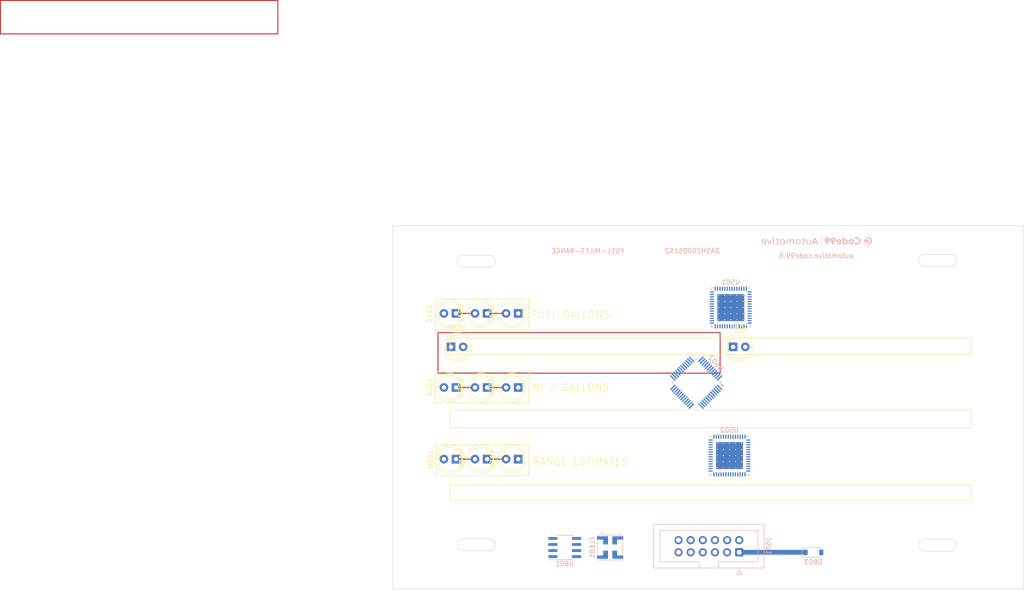
<source format=kicad_pcb>
(kicad_pcb (version 20241229) (generator "pcbnew") (generator_version "9.0")
  (layers (0 "F.Cu" signal) (2 "B.Cu" signal) (13 "F.Paste" user) (15 "B.Paste" user) (5 "F.SilkS" user "F.Silkscreen") (7 "B.SilkS" user "B.Silkscreen") (1 "F.Mask" user) (3 "B.Mask" user) (25 "Edge.Cuts" user))
  (net 0 "")
  (net 1 "Net-(D101-A)")
  (net 2 "Net-(D101-K)")
  (net 3 "Net-(D102-K)")
  (net 5 "Net-(D201-K)")
  (net 6 "Net-(D201-A)")
  (net 7 "Net-(D202-K)")
  (net 9 "Net-(D301-A)")
  (net 10 "Net-(D301-K)")
  (net 11 "Net-(D302-K)")
  (net 127 "CAN_TXD")
  (net 128 "GND_CAN")
  (net 129 "5V0")
  (net 130 "CAN_RXD")
  (net 131 "3V3")
  (net 132 "Net-(U601-CANH)")
  (net 133 "Net-(U601-CANL)")
  (net 179 "Net-(U602-VSS-Pad30)")
  (net 195 "V_BATT")
  (net 197 "CAN_H")
  (net 198 "CAN_L")
  (footprint "LED_THT:LED_D5.0mm" (layer "F.Cu") (at 94.225 72.5)
    (property "Reference" "D601")
    (property "Value" "LED")
  )
  (footprint "LED_THT:LED_D5.0mm" (layer "F.Cu") (at 153.225 72.5)
    (property "Reference" "D602")
    (property "Value" "LED")
  )
  (footprint "LED_THT:LED_D5.0mm" (layer "F.Cu") (at 101.775 65.5 180)
    (property "Reference" "D102")
    (property "Value" "YE/5MM/20mA")
  )
  (footprint "LED_THT:LED_D5.0mm" (layer "F.Cu") (at 108.275 65.5 180)
    (property "Reference" "D103")
    (property "Value" "YE/5MM/20mA")
  )
  (footprint "LED_THT:LED_D5.0mm" (layer "F.Cu") (at 108.275 96 180)
    (property "Reference" "D303")
    (property "Value" "YE/5MM/20mA")
  )
  (footprint "LED_THT:LED_D5.0mm" (layer "F.Cu") (at 101.775 81 180)
    (property "Reference" "D202")
    (property "Value" "YE/5MM/20mA")
  )
  (footprint "LED_THT:LED_D5.0mm" (layer "F.Cu") (at 95.275 65.5 180)
    (property "Reference" "D101")
    (property "Value" "YE/5MM/20mA")
  )
  (footprint "LED_THT:LED_D5.0mm" (layer "F.Cu") (at 95.275 81 180)
    (property "Reference" "D201")
    (property "Value" "YE/5MM/20mA")
  )
  (footprint "LED_THT:LED_D5.0mm" (layer "F.Cu") (at 108.275 81 180)
    (property "Reference" "D203")
    (property "Value" "YE/5MM/20mA")
  )
  (footprint "LED_THT:LED_D5.0mm" (layer "F.Cu") (at 101.775 96 180)
    (property "Reference" "D302")
    (property "Value" "YE/5MM/20mA")
  )
  (footprint "LED_THT:LED_D5.0mm" (layer "F.Cu") (at 95.275 96 180)
    (property "Reference" "D301")
    (property "Value" "YE/5MM/20mA")
  )
  (footprint "Inductor_SMD:L_CommonModeChoke_Murata_DLW5BTMxxxSQ2x_5x5mm" (layer "B.Cu") (at 127.5 114.5 -90)
    (property "Reference" "FL601")
    (property "Value" "Filter_EMI_CommonMode")
  )
  (footprint "Package_QFP:LQFP-48_7x7mm_P0.5mm" (layer "B.Cu") (at 145.5 80 135)
    (property "Reference" "U602")
    (property "Value" "STM32G0B1CET6N")
  )
  (footprint "Connector_IDC:IDC-Header_2x06_P2.54mm_Vertical" (layer "B.Cu") (at 154.5 115.5 90)
    (property "Reference" "J601")
    (property "Value" "Conn_02x06_Top_Bottom")
  )
  (footprint "Package_DFN_QFN:QFN-56-1EP_8x8mm_P0.5mm_EP5.6x5.6mm_ThermalVias" (layer "B.Cu") (at 152.45 95.25 180)
    (property "Reference" "U502")
    (property "Value" "TLC5957RTQ")
  )
  (footprint "Diode_SMD:D_SOD-123" (layer "B.Cu") (at 170 115.525593)
    (property "Reference" "D603")
    (property "Value" "SM8S24AHE3_A/I")
  )
  (footprint "Package_DFN_QFN:QFN-56-1EP_8x8mm_P0.5mm_EP5.6x5.6mm_ThermalVias" (layer "B.Cu") (at 152.725 64.275 180)
    (property "Reference" "U501")
    (property "Value" "TLC5957RTQ")
  )
  (footprint "Package_SO:SOIC-8_3.9x4.9mm_P1.27mm" (layer "B.Cu") (at 118 114.5)
    (property "Reference" "U601")
    (property "Value" "MCP2562-E-SN")
  )
  (gr_rect (start 0 0) (end 58 7) (stroke (width 0.2)) (fill no) (layer "F.Cu"))
  (gr_rect (start 91.5 69.5) (end 150.5 78) (stroke (width 0.2)) (fill no) (layer "F.Cu") (net 69))
  (gr_rect (start 90.875 77.75) (end 110.5 84.25) (stroke (width 0.15)) (fill no) (layer "F.SilkS"))
  (gr_rect (start 93.998273 101.346) (end 202.998273 104.64852) (stroke (width 0.15)) (fill no) (layer "F.SilkS"))
  (gr_rect (start 91 62.5) (end 110.5 69) (stroke (width 0.15)) (fill no) (layer "F.SilkS"))
  (gr_rect (start 93.998273 85.64852) (end 202.998273 89.39852) (stroke (width 0.15)) (fill no) (layer "F.SilkS"))
  (gr_rect (start 91.125 92.964) (end 110.5 99.464) (stroke (width 0.15)) (fill no) (layer "F.SilkS"))
  (gr_rect (start 93.998273 70.64852) (end 202.998273 74.14852) (stroke (width 0.15)) (fill no) (layer "F.SilkS"))
  (gr_poly (pts (xy 166.790931 49.965639) (xy 166.776216 49.966156) (xy 166.761665 49.967017) (xy 166.747278 49.968223) (xy 166.733055 49.969773) (xy 166.718996 49.971668) (xy 166.705101 49.973907) (xy 166.69137 49.976491) (xy 166.677803 49.979419) (xy 166.6644 49.982692) (xy 166.651161 49.986309) (xy 166.638087 49.990271) (xy 166.625176 49.994578) (xy 166.612429 49.999228) (xy 166.599847 50.004224) (xy 166.587428 50.009563) (xy 166.574936 50.015207) (xy 166.562657 50.021112) (xy 166.550591 50.027281) (xy 166.538739 50.033711) (xy 166.5271 50.040405) (xy 166.515674 50.04736) (xy 166.504461 50.054579) (xy 166.493462 50.062059) (xy 166.482676 50.069802) (xy 166.472103 50.077808) (xy 166.461743 50.086076) (xy 166.451597 50.094607) (xy 166.441664 50.1034) (xy 166.431944 50.112455) (xy 166.422437 50.121773) (xy 166.413144 50.131354) (xy 166.403834 50.140901) (xy 166.394803 50.150646) (xy 166.386051 50.160587) (xy 166.377578 50.170726) (xy 166.369384 50.181061) (xy 166.361469 50.191593) (xy 166.353832 50.202321) (xy 166.346474 50.213247) (xy 166.339396 50.224369) (xy 166.332596 50.235689) (xy 166.326075 50.247205) (xy 166.319833 50.258918) (xy 166.313869 50.270828) (xy 166.308185 50.282935) (xy 166.30278 50.295238) (xy 166.297653 50.307738) (xy 166.292822 50.320124) (xy 166.288302 50.332608) (xy 166.284095 50.345191) (xy 166.280198 50.357872) (xy 166.276614 50.370652) (xy 166.273341 50.38353) (xy 166.27038 50.396506) (xy 166.26773 50.409581) (xy 166.265393 50.422754) (xy 166.263367 50.436025) (xy 166.261652 50.449395) (xy 166.26025 50.462864) (xy 166.259159 50.476431) (xy 166.258379 50.490096) (xy 166.257912 50.503859) (xy 166.257756 50.517722) (xy 166.257912 50.531592) (xy 166.258379 50.54538) (xy 166.259159 50.559086) (xy 166.26025 50.572711) (xy 166.261652 50.586253) (xy 166.263367 50.599713) (xy 166.265393 50.613091) (xy 166.26773 50.626387) (xy 166.27038 50.639601) (xy 166.273341 50.652733) (xy 166.276614 50.665783) (xy 166.280198 50.678751) (xy 166.284095 50.691638) (xy 166.288302 50.704442) (xy 166.292822 50.717163) (xy 166.297653 50.729803) (xy 166.30278 50.742058) (xy 166.308185 50.754148) (xy 166.313869 50.766074) (xy 166.319832 50.777836) (xy 166.326074 50.789435) (xy 166.332595 50.800869) (xy 166.339395 50.812139) (xy 166.346474 50.823245) (xy 166.353831 50.834187) (xy 166.361468 50.844965) (xy 166.369383 50.855579) (xy 166.377578 50.866029) (xy 166.386051 50.876315) (xy 166.394803 50.886437) (xy 166.403834 50.896394) (xy 166.413144 50.906188) (xy 166.422437 50.915514) (xy 166.431944 50.924595) (xy 166.441664 50.933429) (xy 166.451597 50.942017) (xy 166.461743 50.950359) (xy 166.472103 50.958454) (xy 166.482676 50.966304) (xy 166.493462 50.973908) (xy 166.504461 50.981265) (xy 166.515674 50.988377) (xy 166.5271 50.995242) (xy 166.538739 51.001862) (xy 166.550591 51.008235) (xy 166.562657 51.014362) (xy 166.574936 51.020243) (xy 166.587428 51.025878) (xy 166.599847 51.030964) (xy 166.612429 51.035721) (xy 166.625176 51.04015) (xy 166.638087 51.044251) (xy 166.651161 51.048025) (xy 166.6644 51.05147) (xy 166.677803 51.054586) (xy 166.69137 51.057375) (xy 166.705101 51.059836) (xy 166.718996 51.061969) (xy 166.733055 51.063773) (xy 166.747278 51.065249) (xy 166.761665 51.066398) (xy 166.776216 51.067218) (xy 166.790931 51.06771) (xy 166.80581 51.067874) (xy 166.820698 51.06771) (xy 166.835438 51.067218) (xy 166.85003 51.066398) (xy 166.864474 51.065249) (xy 166.878771 51.063773) (xy 166.89292 51.061969) (xy 166.906922 51.059836) (xy 166.920776 51.057375) (xy 166.934482 51.054586) (xy 166.948041 51.05147) (xy 166.961452 51.048025) (xy 166.974715 51.044251) (xy 166.987831 51.04015) (xy 167.000799 51.035721) (xy 167.013619 51.030964) (xy 167.026292 51.025878) (xy 167.038539 51.020243) (xy 167.050604 51.014362) (xy 167.06249 51.008235) (xy 167.074194 51.001861) (xy 167.085719 50.995242) (xy 167.097063 50.988377) (xy 167.108226 50.981265) (xy 167.119209 50.973908) (xy 167.130012 50.966304) (xy 167.140634 50.958454) (xy 167.151075 50.950358) (xy 167.161337 50.942016) (xy 167.171417 50.933429) (xy 167.181318 50.924595) (xy 167.191037 50.915514) (xy 167.200577 50.906188) (xy 167.209632 50.896394) (xy 167.218425 50.886437) (xy 167.226956 50.876315) (xy 167.235224 50.866029) (xy 167.243229 50.855579) (xy 167.250972 50.844965) (xy 167.258453 50.834187) (xy 167.265671 50.823245) (xy 167.272626 50.812139) (xy 167.27932 50.800869) (xy 167.28575 50.789435) (xy 167.291918 50.777836) (xy 167.297824 50.766074) (xy 167.303467 50.754148) (xy 167.308848 50.742058) (xy 167.313966 50.729803) (xy 167.318798 50.717163) (xy 167.323317 50.704442) (xy 167.327525 50.691638) (xy 167.331421 50.678751) (xy 167.335006 50.665783) (xy 167.338278 50.652733) (xy 167.34124 50.639601) (xy 167.343889 50.626387) (xy 167.346227 50.613091) (xy 167.348253 50.599713) (xy 167.349967 50.586253) (xy 167.35137 50.572711) (xy 167.352461 50.559086) (xy 167.35324 50.54538) (xy 167.353708 50.531592) (xy 167.353863 50.517722) (xy 167.353863 50.517721) (xy 167.17538 50.517721) (xy 167.175208 50.53027) (xy 167.174691 50.542722) (xy 167.17383 50.555075) (xy 167.172624 50.567329) (xy 167.171074 50.579485) (xy 167.169179 50.591543) (xy 167.16694 50.603502) (xy 167.164356 50.615362) (xy 167.161428 50.627125) (xy 167.158155 50.638789) (xy 167.154537 50.650354) (xy 167.150576 50.661821) (xy 167.146269 50.67319) (xy 167.141619 50.68446) (xy 167.136623 50.695631) (xy 167.131283 50.706705) (xy 167.125361 50.717343) (xy 167.119144 50.727736) (xy 167.112631 50.737882) (xy 167.105823 50.747782) (xy 167.09872 50.757437) (xy 167.091321 50.766845) (xy 167.083627 50.776007) (xy 167.075638 50.784923) (xy 167.067354 50.793593) (xy 167.058774 50.802017) (xy 167.049899 50.810195) (xy 167.040728 50.818126) (xy 167.031263 50.825812) (xy 167.021502 50.833252) (xy 167.011445 50.840445) (xy 167.001094 50.847393) (xy 166.990488 50.85375) (xy 166.979669 50.859697) (xy 166.968637 50.865234) (xy 166.957391 50.87036) (xy 166.945932 50.875077) (xy 166.93426 50.879383) (xy 166.922375 50.883279) (xy 166.910276 50.886765) (xy 166.897964 50.889841) (xy 166.885439 50.892507) (xy 166.872701 50.894763) (xy 166.859749 50.896608) (xy 166.846584 50.898044) (xy 166.833206 50.899069) (xy 166.819615 50.899684) (xy 166.80581 50.899889) (xy 166.79176 50.899684) (xy 166.777955 50.899069) (xy 166.764396 50.898044) (xy 166.751084 50.896608) (xy 166.738018 50.894763) (xy 166.725197 50.892507) (xy 166.712623 50.889841) (xy 166.700295 50.886765) (xy 166.688212 50.883279) (xy 166.676376 50.879383) (xy 166.664786 50.875077) (xy 166.653442 50.87036) (xy 166.642344 50.865234) (xy 166.631493 50.859697) (xy 166.620887 50.85375) (xy 166.610527 50.847393) (xy 166.600184 50.840445) (xy 166.590152 50.833252) (xy 166.580432 50.825812) (xy 166.571024 50.818126) (xy 166.561927 50.810195) (xy 166.553143 50.802017) (xy 166.54467 50.793593) (xy 166.536508 50.784923) (xy 166.528658 50.776007) (xy 166.52112 50.766845) (xy 166.513894 50.757437) (xy 166.50698 50.747782) (xy 166.500377 50.737882) (xy 166.494086 50.727736) (xy 166.488106 50.717343) (xy 166.482439 50.706705) (xy 166.476845 50.695631) (xy 166.471612 50.68446) (xy 166.466739 50.67319) (xy 166.462228 50.661821) (xy 166.458078 50.650354) (xy 166.454288 50.638789) (xy 166.45086 50.627125) (xy 166.447792 50.615362) (xy 166.445085 50.603502) (xy 166.442739 50.591543) (xy 166.440754 50.579485) (xy 166.43913 50.567329) (xy 166.437867 50.555075) (xy 166.436964 50.542722) (xy 166.436423 50.53027) (xy 166.436243 50.517721) (xy 166.436423 50.504925) (xy 166.436964 50.49226) (xy 166.437867 50.479727) (xy 166.43913 50.467325) (xy 166.440754 50.455054) (xy 166.442739 50.442914) (xy 166.445085 50.430906) (xy 166.447792 50.419028) (xy 166.45086 50.407283) (xy 166.454288 50.395668) (xy 166.458078 50.384185) (xy 166.462228 50.372832) (xy 166.466739 50.361611) (xy 166.471612 50.350522) (xy 166.476845 50.339563) (xy 166.482439 50.328736) (xy 166.488106 50.317852) (xy 166.494086 50.307246) (xy 166.500377 50.296919) (xy 166.50698 50.286871) (xy 166.513895 50.277102) (xy 166.521121 50.267612) (xy 166.528659 50.258401) (xy 166.536509 50.249468) (xy 166.54467 50.240815) (xy 166.553143 50.23244) (xy 166.561928 50.224344) (xy 166.571024 50.216527) (xy 166.580432 50.208989) (xy 166.590152 50.20173) (xy 166.600184 50.194749) (xy 166.610527 50.188048) (xy 166.620887 50.181437) (xy 166.631493 50.175252) (xy 166.642344 50.169494) (xy 166.653442 50.164162) (xy 166.664786 50.159257) (xy 166.676376 50.154779) (xy 166.688212 50.150727) (xy 166.700295 50.147101) (xy 166.712623 50.143902) (xy 166.725197 50.14113) (xy 166.738018 50.138784) (xy 166.751084 50.136865) (xy 166.764396 50.135372) (xy 166.777955 50.134306) (xy 166.79176 50.133666) (xy 166.80581 50.133453) (xy 166.819615 50.133666) (xy 166.833207 50.134306) (xy 166.846585 50.135372) (xy 166.85975 50.136865) (xy 166.872702 50.138784) (xy 166.88544 50.14113) (xy 166.897965 50.143902) (xy 166.910277 50.147101) (xy 166.922375 50.150727) (xy 166.934261 50.154779) (xy 166.945933 50.159257) (xy 166.957392 50.164162) (xy 166.968637 50.169494) (xy 166.979669 50.175252) (xy 166.990488 50.181437) (xy 167.001094 50.188048) (xy 167.011445 50.194749) (xy 167.021502 50.20173) (xy 167.031263 50.208989) (xy 167.040728 50.216527) (xy 167.049899 50.224344) (xy 167.058774 50.23244) (xy 167.067354 50.240815) (xy 167.075638 50.249468) (xy 167.083627 50.258401) (xy 167.091321 50.267612) (xy 167.09872 50.277102) (xy 167.105823 50.286871) (xy 167.112631 50.296919) (xy 167.119144 50.307246) (xy 167.125361 50.317852) (xy 167.131283 50.328736) (xy 167.136623 50.339563) (xy 167.141619 50.350522) (xy 167.146269 50.361611) (xy 167.150576 50.372832) (xy 167.154537 50.384185) (xy 167.158155 50.395668) (xy 167.161428 50.407283) (xy 167.164356 50.419029) (xy 167.16694 50.430906) (xy 167.169179 50.442914) (xy 167.171074 50.455054) (xy 167.172624 50.467325) (xy 167.17383 50.479727) (xy 167.174691 50.49226) (xy 167.175208 50.504925) (xy 167.17538 50.517721) (xy 167.353863 50.517721) (xy 167.353708 50.503859) (xy 167.35324 50.490096) (xy 167.352461 50.476431) (xy 167.35137 50.462864) (xy 167.349967 50.449395) (xy 167.348253 50.436025) (xy 167.346227 50.422754) (xy 167.343889 50.409581) (xy 167.34124 50.396506) (xy 167.338278 50.38353) (xy 167.335006 50.370652) (xy 167.331421 50.357872) (xy 167.327525 50.345191) (xy 167.323317 50.332608) (xy 167.318798 50.320124) (xy 167.313966 50.307738) (xy 167.308848 50.295238) (xy 167.303467 50.282934) (xy 167.297824 50.270828) (xy 167.291918 50.258918) (xy 167.28575 50.247205) (xy 167.27932 50.235688) (xy 167.272626 50.224369) (xy 167.265671 50.213247) (xy 167.258453 50.202321) (xy 167.250972 50.191592) (xy 167.243229 50.18106) (xy 167.235224 50.170725) (xy 167.226956 50.160587) (xy 167.218425 50.150646) (xy 167.209632 50.140901) (xy 167.200577 50.131354) (xy 167.191037 50.121773) (xy 167.181318 50.112455) (xy 167.171417 50.1034) (xy 167.161337 50.094607) (xy 167.151075 50.086076) (xy 167.140634 50.077808) (xy 167.130012 50.069802) (xy 167.119209 50.062059) (xy 167.108226 50.054579) (xy 167.097063 50.04736) (xy 167.085719 50.040405) (xy 167.074194 50.033711) (xy 167.06249 50.027281) (xy 167.050604 50.021112) (xy 167.038539 50.015207) (xy 167.026292 50.009563) (xy 167.013619 50.004224) (xy 167.000799 49.999228) (xy 166.987831 49.994578) (xy 166.974715 49.990271) (xy 166.961452 49.986309) (xy 166.948041 49.982692) (xy 166.934482 49.979419) (xy 166.920776 49.976491) (xy 166.906922 49.973907) (xy 166.89292 49.971668) (xy 166.878771 49.969773) (xy 166.864474 49.968223) (xy 166.85003 49.967017) (xy 166.835438 49.966156) (xy 166.820698 49.965639) (xy 166.80581 49.965467)) (fill yes) (layer "B.SilkS"))
  (gr_poly (pts (xy 174.148898 49.597997) (xy 174.131394 49.598252) (xy 174.114054 49.599014) (xy 174.096878 49.600286) (xy 174.079866 49.602066) (xy 174.063018 49.604354) (xy 174.046334 49.607151) (xy 174.029815 49.610457) (xy 174.013459 49.614271) (xy 173.997267 49.618594) (xy 173.98124 49.623425) (xy 173.965376 49.628765) (xy 173.949677 49.634613) (xy 173.934141 49.64097) (xy 173.91877 49.647835) (xy 173.903563 49.655209) (xy 173.888519 49.663092) (xy 173.873738 49.67145) (xy 173.859318 49.680252) (xy 173.845259 49.689496) (xy 173.831561 49.699183) (xy 173.818224 49.709313) (xy 173.805248 49.719886) (xy 173.792633 49.730902) (xy 173.780378 49.74236) (xy 173.768485 49.754262) (xy 173.756952 49.766607) (xy 173.745781 49.779394) (xy 173.73497 49.792624) (xy 173.72452 49.806298) (xy 173.714431 49.820414) (xy 173.704703 49.834973) (xy 173.695336 49.849976) (xy 173.686436 49.865372) (xy 173.678111 49.881112) (xy 173.67036 49.897197) (xy 173.663182 49.913627) (xy 173.656579 49.930401) (xy 173.650551 49.947519) (xy 173.645096 49.964982) (xy 173.640216 49.98279) (xy 173.635909 50.000942) (xy 173.632177 50.019438) (xy 173.629019 50.038279) (xy 173.626435 50.057465) (xy 173.624426 50.076995) (xy 173.62299 50.096869) (xy 173.622129 50.117088) (xy 173.621842 50.137652) (xy 173.6224 50.165934) (xy 173.624073 50.194085) (xy 173.626862 50.222105) (xy 173.630766 50.249993) (xy 173.635786 50.27775) (xy 173.641922 50.305376) (xy 173.649173 50.332871) (xy 173.657539 50.360234) (xy 173.666825 50.387433) (xy 173.676832 50.414436) (xy 173.68756 50.441242) (xy 173.699011 50.46785) (xy 173.711183 50.494262) (xy 173.724078 50.520477) (xy 173.737694 50.546495) (xy 173.752032 50.572316) (xy 173.766894 50.597317) (xy 173.782085 50.621924) (xy 173.797604 50.646138) (xy 173.813451 50.669958) (xy 173.829627 50.693384) (xy 173.84613 50.716416) (xy 173.862961 50.739055) (xy 173.880121 50.7613) (xy 173.896886 50.782593) (xy 173.913587 50.803428) (xy 173.930221 50.823802) (xy 173.94679 50.843718) (xy 173.963293 50.863174) (xy 173.979731 50.882171) (xy 173.996103 50.900708) (xy 174.01241 50.918787) (xy 174.043907 50.952121) (xy 174.073305 50.982831) (xy 174.100603 51.010916) (xy 174.1258 51.036377) (xy 174.49327 51.036377) (xy 174.426075 50.973382) (xy 174.354681 50.906188) (xy 174.317147 50.87036) (xy 174.280138 50.834269) (xy 174.243654 50.797916) (xy 174.207694 50.7613) (xy 174.189518 50.742401) (xy 174.171735 50.723503) (xy 174.154346 50.704604) (xy 174.13735 50.685706) (xy 174.120748 50.666808) (xy 174.10454 50.647909) (xy 174.088726 50.629011) (xy 174.073305 50.610113) (xy 174.058508 50.591247) (xy 174.044564 50.572447) (xy 174.031473 50.553712) (xy 174.019235 50.535044) (xy 174.00785 50.51644) (xy 173.997318 50.497903) (xy 173.987639 50.479431) (xy 173.978813 50.461024) (xy 173.984891 50.466742) (xy 173.991051 50.472344) (xy 173.997293 50.477831) (xy 174.003617 50.483204) (xy 174.010024 50.488462) (xy 174.016512 50.493605) (xy 174.023082 50.498633) (xy 174.029734 50.503546) (xy 174.036468 50.508345) (xy 174.043284 50.513028) (xy 174.050183 50.517597) (xy 174.057163 50.522051) (xy 174.064225 50.52639) (xy 174.071369 50.530614) (xy 174.078596 50.534724) (xy 174.085904 50.538718) (xy 174.093294 50.542278) (xy 174.100767 50.545608) (xy 174.108321 50.548709) (xy 174.115958 50.551579) (xy 174.123676 50.554221) (xy 174.131477 50.556632) (xy 174.139359 50.558814) (xy 174.147324 50.560766) (xy 174.15537 50.562488) (xy 174.163499 50.563981) (xy 174.17171 50.565244) (xy 174.180002 50.566278) (xy 174.188377 50.567082) (xy 174.196834 50.567656) (xy 174.205372 50.568) (xy 174.213993 50.568115) (xy 174.229652 50.567886) (xy 174.24513 50.567197) (xy 174.260427 50.566048) (xy 174.275544 50.564441) (xy 174.290481 50.562373) (xy 174.305237 50.559847) (xy 174.319813 50.556861) (xy 174.334209 50.553416) (xy 174.348423 50.549512) (xy 174.362458 50.545148) (xy 174.376312 50.540325) (xy 174.389985 50.535043) (xy 174.403478 50.529301) (xy 174.416791 50.5231) (xy 174.429923 50.51644) (xy 174.442874 50.50932) (xy 174.455309 50.501544) (xy 174.467416 50.49344) (xy 174.479194 50.485008) (xy 174.490645 50.476248) (xy 174.501768 50.467159) (xy 174.512562 50.457743) (xy 174.523028 50.447999) (xy 174.533166 50.437926) (xy 174.542977 50.427525) (xy 174.552459 50.416797) (xy 174.561613 50.40574) (xy 174.570438 50.394355) (xy 174.578936 50.382642) (xy 174.587106 50.3706) (xy 174.594948 50.358231) (xy 174.602461 50.345534) (xy 174.609581 50.332582) (xy 174.616241 50.31945) (xy 174.622442 50.306138) (xy 174.628184 50.292645) (xy 174.633466 50.278971) (xy 174.638289 50.265117) (xy 174.642653 50.251083) (xy 174.646558 50.236868) (xy 174.650003 50.222473) (xy 174.652988 50.207897) (xy 174.655515 50.193141) (xy 174.657582 50.178204) (xy 174.659189 50.163087) (xy 174.660338 50.147789) (xy 174.661027 50.132311) (xy 174.661256 50.116653) (xy 174.661109 50.103324) (xy 174.660781 50.093556) (xy 174.369379 50.093556) (xy 174.369264 50.101381) (xy 174.368919 50.109108) (xy 174.368345 50.116736) (xy 174.367541 50.124266) (xy 174.366508 50.131698) (xy 174.365245 50.139031) (xy 174.363752 50.146265) (xy 174.362029 50.153401) (xy 174.360077 50.160439) (xy 174.357895 50.167378) (xy 174.355484 50.174219) (xy 174.352843 50.180962) (xy 174.349972 50.187606) (xy 174.346872 50.194151) (xy 174.343541 50.200599) (xy 174.339982 50.206947) (xy 174.335963 50.213165) (xy 174.331779 50.219218) (xy 174.327432 50.225107) (xy 174.322921 50.230833) (xy 174.318245 50.236394) (xy 174.313406 50.241791) (xy 174.308402 50.247024) (xy 174.303235 50.252093) (xy 174.297903 50.256998) (xy 174.292408 50.261739) (xy 174.286748 50.266316) (xy 174.280924 50.270729) (xy 174.274936 50.274978) (xy 174.268785 50.279063) (xy 174.262469 50.282983) (xy 174.255989 50.28674) (xy 174.249394 50.2903) (xy 174.242734 50.29363) (xy 174.236008 50.29673) (xy 174.229216 50.299601) (xy 174.222359 50.302242) (xy 174.215436 50.304654) (xy 174.208447 50.306835) (xy 174.201393 50.308788) (xy 174.194273 50.31051) (xy 174.187088 50.312003) (xy 174.179837 50.313266) (xy 174.17252 50.3143) (xy 174.165138 50.315103) (xy 174.15769 50.315678) (xy 174.150177 50.316022) (xy 174.142598 50.316137) (xy 174.134773 50.316022) (xy 174.127046 50.315678) (xy 174.119418 50.315103) (xy 174.111888 50.3143) (xy 174.104456 50.313266) (xy 174.097123 50.312003) (xy 174.089889 50.31051) (xy 174.082753 50.308788) (xy 174.075715 50.306835) (xy 174.068776 50.304654) (xy 174.061935 50.302242) (xy 174.055193 50.299601) (xy 174.048549 50.29673) (xy 174.042003 50.29363) (xy 174.035556 50.2903) (xy 174.029208 50.28674) (xy 174.022728 50.282983) (xy 174.016412 50.279062) (xy 174.01026 50.274977) (xy 174.004272 50.270729) (xy 173.998448 50.266316) (xy 173.992788 50.261739) (xy 173.987293 50.256998) (xy 173.981961 50.252093) (xy 173.976794 50.247023) (xy 173.97179 50.24179) (xy 173.966951 50.236393) (xy 173.962275 50.230832) (xy 173.957764 50.225107) (xy 173.953417 50.219218) (xy 173.949234 50.213165) (xy 173.945215 50.206947) (xy 173.941146 50.200599) (xy 173.93734 50.194151) (xy 173.933796 50.187606) (xy 173.930515 50.180962) (xy 173.927497 50.174219) (xy 173.924741 50.167378) (xy 173.922247 50.160439) (xy 173.920016 50.153401) (xy 173.918047 50.146265) (xy 173.916341 50.139031) (xy 173.914897 50.131698) (xy 173.913716 50.124266) (xy 173.912798 50.116736) (xy 173.912141 50.109108) (xy 173.911748 50.101381) (xy 173.911616 50.093556) (xy 173.911748 50.08496) (xy 173.912141 50.076495) (xy 173.912798 50.068161) (xy 173.913716 50.059959) (xy 173.914897 50.051888) (xy 173.916341 50.043948) (xy 173.918047 50.036139) (xy 173.920016 50.028462) (xy 173.922247 50.020915) (xy 173.924741 50.0135) (xy 173.927497 50.006216) (xy 173.930515 49.999064) (xy 173.933796 49.992043) (xy 173.93734 49.985152) (xy 173.941146 49.978394) (xy 173.945215 49.971766) (xy 173.949234 49.96504) (xy 173.953417 49.958511) (xy 173.957765 49.952179) (xy 173.962276 49.946043) (xy 173.966951 49.940105) (xy 173.971791 49.934363) (xy 173.976794 49.928818) (xy 173.981962 49.92347) (xy 173.987293 49.918319) (xy 173.992789 49.913365) (xy 173.998449 49.908607) (xy 174.004272 49.904047) (xy 174.01026 49.899683) (xy 174.016412 49.895516) (xy 174.022728 49.891546) (xy 174.029208 49.887773) (xy 174.035556 49.883959) (xy 174.042003 49.880391) (xy 174.048549 49.877069) (xy 174.055193 49.873993) (xy 174.061935 49.871163) (xy 174.068776 49.868579) (xy 174.075715 49.866242) (xy 174.082753 49.86415) (xy 174.089889 49.862305) (xy 174.097123 49.860705) (xy 174.104456 49.859352) (xy 174.111888 49.858244) (xy 174.119418 49.857383) (xy 174.127046 49.856768) (xy 174.134773 49.856399) (xy 174.142598 49.856276) (xy 174.150177 49.856399) (xy 174.15769 49.856768) (xy 174.165138 49.857383) (xy 174.17252 49.858244) (xy 174.179837 49.859352) (xy 174.187088 49.860705) (xy 174.194273 49.862305) (xy 174.201393 49.86415) (xy 174.208447 49.866242) (xy 174.215436 49.868579) (xy 174.222359 49.871163) (xy 174.229216 49.873993) (xy 174.236008 49.877069) (xy 174.242734 49.880391) (xy 174.249394 49.883959) (xy 174.255989 49.887773) (xy 174.262469 49.891546) (xy 174.268785 49.895516) (xy 174.274936 49.899683) (xy 174.280924 49.904047) (xy 174.286748 49.908608) (xy 174.292408 49.913365) (xy 174.297903 49.91832) (xy 174.303235 49.923471) (xy 174.308402 49.928819) (xy 174.313406 49.934363) (xy 174.318245 49.940105) (xy 174.322921 49.946044) (xy 174.327432 49.952179) (xy 174.331779 49.958511) (xy 174.335963 49.96504) (xy 174.339982 49.971766) (xy 174.343541 49.978394) (xy 174.346872 49.985152) (xy 174.349972 49.992043) (xy 174.352843 49.999064) (xy 174.355484 50.006216) (xy 174.357895 50.0135) (xy 174.360077 50.020915) (xy 174.362029 50.028462) (xy 174.363752 50.036139) (xy 174.365245 50.043948) (xy 174.366508 50.051888) (xy 174.367541 50.059959) (xy 174.368345 50.068161) (xy 174.368919 50.076495) (xy 174.369264 50.08496) (xy 174.369379 50.093556) (xy 174.660781 50.093556) (xy 174.660666 50.09011) (xy 174.659928 50.07701) (xy 174.658894 50.064026) (xy 174.657565 50.051156) (xy 174.655941 50.038402) (xy 174.654022 50.025762) (xy 174.651807 50.013237) (xy 174.649297 50.000826) (xy 174.646492 49.988531) (xy 174.643391 49.97635) (xy 174.639996 49.964285) (xy 174.636304 49.952334) (xy 174.632318 49.940498) (xy 174.628036 49.928776) (xy 174.62346 49.91717) (xy 174.618612 49.905449) (xy 174.613518 49.893908) (xy 174.608179 49.882547) (xy 174.602593 49.871367) (xy 174.596761 49.860368) (xy 174.590683 49.849549) (xy 174.584359 49.83891) (xy 174.577789 49.828452) (xy 174.570972 49.818175) (xy 174.56391 49.808078) (xy 174.556602 49.798161) (xy 174.549047 49.788425) (xy 174.541247 49.778869) (xy 174.5332 49.769493) (xy 174.524908 49.760298) (xy 174.516369 49.751284) (xy 174.507617 49.742228) (xy 174.498684 49.733435) (xy 174.489571 49.724905) (xy 174.480278 49.716637) (xy 174.470804 49.708631) (xy 174.46115 49.700888) (xy 174.451315 49.693408) (xy 174.4413 49.686189) (xy 174.431104 49.679234) (xy 174.420728 49.67254) (xy 174.410172 49.66611) (xy 174.399435 49.659941) (xy 174.388517 49.654036) (xy 174.377419 49.648392) (xy 174.366141 49.643011) (xy 174.354682 49.637893) (xy 174.342805 49.633062) (xy 174.330796 49.628542) (xy 174.318657 49.624334) (xy 174.306386 49.620438) (xy 174.293984 49.616854) (xy 174.281451 49.613581) (xy 174.268786 49.61062) (xy 174.25599 49.607971) (xy 174.243063 49.605633) (xy 174.230005 49.603607) (xy 174.216816 49.601893) (xy 174.203495 49.60049) (xy 174.190043 49.599399) (xy 174.17646 49.59862) (xy 174.162745 49.598152) (xy 174.1489 49.597996)) (fill yes) (layer "B.SilkS"))
  (gr_poly (pts (xy 169.611179 51.036376) (xy 169.83796 51.036376) (xy 169.984542 50.700405) (xy 170.644852 50.700405) (xy 170.79338 51.036376) (xy 171.020161 51.036377) (xy 170.779825 50.52192) (xy 170.565947 50.52192) (xy 170.062414 50.52192) (xy 170.312521 49.948667) (xy 170.565947 50.52192) (xy 170.779825 50.52192) (xy 170.362916 49.629494) (xy 170.268424 49.629494)) (fill yes) (layer "B.SilkS"))
  (gr_poly (pts (xy 179.086667 49.598589) (xy 179.055268 49.60036) (xy 179.024985 49.603313) (xy 179.010261 49.605233) (xy 178.995817 49.607447) (xy 178.981651 49.609957) (xy 178.967764 49.612763) (xy 178.954157 49.615863) (xy 178.940828 49.619259) (xy 178.927778 49.62295) (xy 178.915006 49.626936) (xy 178.902514 49.631218) (xy 178.890301 49.635795) (xy 178.878325 49.640364) (xy 178.866546 49.645146) (xy 178.854964 49.650141) (xy 178.843579 49.65535) (xy 178.832391 49.660771) (xy 178.8214 49.666407) (xy 178.810605 49.672255) (xy 178.800008 49.678316) (xy 178.789607 49.684591) (xy 178.779403 49.691079) (xy 178.769396 49.697781) (xy 178.759586 49.704695) (xy 178.749973 49.711823) (xy 178.740557 49.719164) (xy 178.731337 49.726719) (xy 178.722314 49.734486) (xy 178.722314 50.028461) (xy 178.734979 50.018586) (xy 178.747775 50.008907) (xy 178.760702 49.999425) (xy 178.77376 49.99014) (xy 178.78695 49.981052) (xy 178.80027 49.972161) (xy 178.813722 49.963466) (xy 178.827306 49.954968) (xy 178.841151 49.946241) (xy 178.855391 49.937907) (xy 178.870024 49.929967) (xy 178.885051 49.922421) (xy 178.900471 49.915268) (xy 178.916285 49.908509) (xy 178.932493 49.902144) (xy 178.949095 49.896173) (xy 178.957601 49.893376) (xy 178.96632 49.89076) (xy 178.975253 49.888323) (xy 178.984399 49.886068) (xy 178.993758 49.883993) (xy 179.00333 49.882098) (xy 179.013115 49.880384) (xy 179.023114 49.87885) (xy 179.033326 49.877496) (xy 179.043751 49.876323) (xy 179.05439 49.875331) (xy 179.065242 49.874519) (xy 179.087585 49.873436) (xy 179.110782 49.873075) (xy 179.12644 49.873313) (xy 179.141918 49.874027) (xy 179.157216 49.875216) (xy 179.172333 49.876881) (xy 179.187269 49.879022) (xy 179.202026 49.881638) (xy 179.216601 49.884731) (xy 179.230997 49.888299) (xy 179.245211 49.892342) (xy 179.259246 49.896862) (xy 179.2731 49.901857) (xy 179.286773 49.907328) (xy 179.300266 49.913275) (xy 179.313579 49.919697) (xy 179.326711 49.926595) (xy 179.339662 49.933969) (xy 179.35236 49.941499) (xy 179.364729 49.94939) (xy 179.37677 49.957641) (xy 179.388483 49.966254) (xy 179.399868 49.975228) (xy 179.410925 49.984562) (xy 179.421654 49.994257) (xy 179.432055 50.004314) (xy 179.442127 50.014731) (xy 179.451872 50.025509) (xy 179.461288 50.036648) (xy 179.470376 50.048148) (xy 179.479137 50.060008) (xy 179.487569 50.07223) (xy 179.495673 50.084813) (xy 179.503449 50.097756) (xy 179.510823 50.110732) (xy 179.517721 50.123938) (xy 179.524143 50.137374) (xy 179.53009 50.151039) (xy 179.535561 50.164934) (xy 179.540556 50.179058) (xy 179.545076 50.193413) (xy 179.54912 50.207996) (xy 179.552688 50.22281) (xy 179.55578 50.237853) (xy 179.558397 50.253126) (xy 179.560537 50.268629) (xy 179.562203 50.284361) (xy 179.563392 50.300323) (xy 179.564106 50.316515) (xy 179.564343 50.332936) (xy 179.564106 50.349111) (xy 179.563392 50.36509) (xy 179.562203 50.380871) (xy 179.560537 50.396456) (xy 179.558397 50.411843) (xy 179.55578 50.427034) (xy 179.552688 50.442028) (xy 179.54912 50.456825) (xy 179.545076 50.471426) (xy 179.540556 50.485829) (xy 179.535561 50.500036) (xy 179.53009 50.514045) (xy 179.524143 50.527858) (xy 179.517721 50.541474) (xy 179.510823 50.554894) (xy 179.503449 50.568116) (xy 179.495673 50.580813) (xy 179.487569 50.593183) (xy 179.479137 50.605224) (xy 179.470376 50.616937) (xy 179.461288 50.628322) (xy 179.451872 50.639379) (xy 179.442127 50.650108) (xy 179.432055 50.660509) (xy 179.421654 50.670582) (xy 179.410925 50.680326) (xy 179.399868 50.689742) (xy 179.388483 50.698831) (xy 179.37677 50.707591) (xy 179.364729 50.716023) (xy 179.35236 50.724127) (xy 179.339662 50.731903) (xy 179.326711 50.739023) (xy 179.313579 50.745683) (xy 179.300266 50.751884) (xy 179.286773 50.757626) (xy 179.2731 50.762908) (xy 179.259246 50.767731) (xy 179.245211 50.772095) (xy 179.230997 50.775999) (xy 179.216601 50.779444) (xy 179.202026 50.78243) (xy 179.187269 50.784957) (xy 179.172333 50.787024) (xy 179.157216 50.788631) (xy 179.141918 50.78978) (xy 179.12644 50.790469) (xy 179.110782 50.790698) (xy 179.093376 50.790526) (xy 179.076331 50.790009) (xy 179.059647 50.789148) (xy 179.043325 50.787942) (xy 179.027363 50.786392) (xy 179.011762 50.784497) (xy 178.996522 50.782258) (xy 178.981642 50.779674) (xy 178.967124 50.776746) (xy 178.952967 50.773473) (xy 178.93917 50.769856) (xy 178.925735 50.765894) (xy 178.91266 50.761587) (xy 178.899946 50.756936) (xy 178.887593 50.751941) (xy 178.875601 50.746601) (xy 178.851749 50.735315) (xy 178.828487 50.723503) (xy 178.805815 50.711167) (xy 178.783734 50.698305) (xy 178.762244 50.684919) (xy 178.741344 50.671008) (xy 178.721035 50.656571) (xy 178.701316 50.64161) (xy 178.701316 50.925086) (xy 178.71038 50.93287) (xy 178.719722 50.940474) (xy 178.729344 50.947897) (xy 178.739244 50.95514) (xy 178.749423 50.962202) (xy 178.759881 50.969084) (xy 178.770618 50.975786) (xy 178.781634 50.982307) (xy 178.792929 50.988647) (xy 178.804503 50.994807) (xy 178.816355 51.000787) (xy 178.828487 51.006586) (xy 178.840897 51.012205) (xy 178.853586 51.017643) (xy 178.866554 51.022901) (xy 178.879801 51.027978) (xy 178.893286 51.03281) (xy 178.906967 51.037329) (xy 178.920846 51.041537) (xy 178.934921 51.045433) (xy 178.949193 51.049017) (xy 178.963663 51.05229) (xy 178.978329 51.055251) (xy 178.993191 51.0579) (xy 179.008251 51.060238) (xy 179.023508 51.062264) (xy 179.038961 51.063978) (xy 179.054611 51.065381) (xy 179.070458 51.066472) (xy 179.086502 51.067251) (xy 179.102743 51.067718) (xy 179.119181 51.067874) (xy 179.138014 51.067669) (xy 179.156716 51.067054) (xy 179.175286 51.066029) (xy 179.193725 51.064593) (xy 179.212033 51.062748) (xy 179.230209 51.060492) (xy 179.248255 51.057826) (xy 179.266169 51.054751) (xy 179.283952 51.051265) (xy 179.301603 51.047368) (xy 179.319124 51.043062) (xy 179.336513 51.038346) (xy 179.353771 51.033219) (xy 179.370898 51.027683) (xy 179.387893 51.021736) (xy 179.404757 51.015379) (xy 179.421187 51.008391) (xy 179.437403 51.001074) (xy 179.453406 50.993429) (xy 179.469196 50.985457) (xy 179.484772 50.977156) (xy 179.500135 50.968527) (xy 179.515285 50.95957) (xy 179.530222 50.950285) (xy 179.544945 50.940671) (xy 179.559455 50.93073) (xy 179.573752 50.920461) (xy 179.587836 50.909863) (xy 179.601706 50.898938) (xy 179.615363 50.887684) (xy 179.628807 50.876102) (xy 179.642038 50.864192) (xy 179.654727 50.851716) (xy 179.667072 50.838961) (xy 179.679072 50.825928) (xy 179.690727 50.812615) (xy 179.702039 50.799023) (xy 179.713005 50.785153) (xy 179.723627 50.771004) (xy 179.733905 50.756576) (xy 179.743838 50.741869) (xy 179.753427 50.726883) (xy 179.762671 50.711618) (xy 179.771571 50.696075) (xy 179.780126 50.680252) (xy 179.788336 50.664151) (xy 179.796202 50.64777) (xy 179.803724 50.631111) (xy 179.810844 50.613952) (xy 179.817504 50.596595) (xy 179.823705 50.579042) (xy 179.829447 50.561292) (xy 179.834729 50.543345) (xy 179.839552 50.525201) (xy 179.843916 50.50686) (xy 179.84782 50.488323) (xy 179.851265 50.469588) (xy 179.854251 50.450657) (xy 179.856777 50.431529) (xy 179.858844 50.412204) (xy 179.860452 50.392682) (xy 179.861601 50.372964) (xy 179.86229 50.353048) (xy 179.862519 50.332936) (xy 179.86229 50.312578) (xy 179.861601 50.292449) (xy 179.860452 50.27255) (xy 179.858844 50.25288) (xy 179.856777 50.23344) (xy 179.854251 50.21423) (xy 179.851265 50.19525) (xy 179.84782 50.176499) (xy 179.843916 50.157978) (xy 179.839552 50.139687) (xy 179.834729 50.121625) (xy 179.829447 50.103793) (xy 179.823705 50.08619) (xy 179.817504 50.068818) (xy 179.810844 50.051674) (xy 179.803724 50.034761) (xy 179.796202 50.01811) (xy 179.788336 50.001754) (xy 179.780126 49.985694) (xy 179.77157 49.969929) (xy 179.762671 49.954459) (xy 179.753427 49.939284) (xy 179.743838 49.924405) (xy 179.733905 49.909821) (xy 179.723627 49.895533) (xy 179.713005 49.881539) (xy 179.702038 49.867841) (xy 179.690727 49.854438) (xy 179.679072 49.841331) (xy 179.667071 49.828519) (xy 179.654727 49.816002) (xy 179.642038 49.80378) (xy 179.628807 49.791624) (xy 179.615363 49.779829) (xy 179.601706 49.768395) (xy 179.587836 49.757322) (xy 179.573752 49.746609) (xy 179.559456 49.736258) (xy 179.544945 49.726267) (xy 179.530222 49.716638) (xy 179.515285 49.707369) (xy 179.500136 49.698461) (xy 179.484772 49.689914) (xy 179.469196 49.681728) (xy 179.453406 49.673903) (xy 179.437403 49.666439) (xy 179.421187 49.659336) (xy 179.404757 49.652593) (xy 179.387893 49.645982) (xy 179.370898 49.639797) (xy 179.353771 49.634039) (xy 179.336513 49.628708) (xy 179.319124 49.623803) (xy 179.301604 49.619324) (xy 179.283952 49.615272) (xy 179.266169 49.611647) (xy 179.248255 49.608448) (xy 179.230209 49.605675) (xy 179.212033 49.60333) (xy 179.193725 49.60141) (xy 179.175286 49.599917) (xy 179.156716 49.598851) (xy 179.138014 49.598211) (xy 179.119181 49.597998)) (fill yes) (layer "B.SilkS"))
  (gr_poly (pts (xy 175.309747 49.948931) (xy 175.290841 49.949719) (xy 175.272279 49.951031) (xy 175.254061 49.952868) (xy 175.236188 49.955231) (xy 175.218659 49.958118) (xy 175.201475 49.96153) (xy 175.184635 49.965467) (xy 175.16814 49.96993) (xy 175.15199 49.974917) (xy 175.136184 49.980429) (xy 175.120722 49.986466) (xy 175.105605 49.993028) (xy 175.090832 50.000115) (xy 175.076404 50.007727) (xy 175.062321 50.015864) (xy 175.04836 50.024468) (xy 175.034826 50.033483) (xy 175.021719 50.042907) (xy 175.009038 50.052742) (xy 174.996783 50.062987) (xy 174.984955 50.073642) (xy 174.973554 50.084707) (xy 174.962579 50.096182) (xy 174.952031 50.108067) (xy 174.941909 50.120363) (xy 174.932214 50.133068) (xy 174.922945 50.146184) (xy 174.914103 50.15971) (xy 174.905687 50.173646) (xy 174.897698 50.187992) (xy 174.890136 50.202748) (xy 174.882762 50.217595) (xy 174.875864 50.232736) (xy 174.869441 50.248173) (xy 174.863494 50.263905) (xy 174.858023 50.279933) (xy 174.853028 50.296256) (xy 174.848508 50.312874) (xy 174.844465 50.329787) (xy 174.840897 50.346996) (xy 174.837804 50.3645) (xy 174.835188 50.382299) (xy 174.833047 50.400394) (xy 174.831382 50.418784) (xy 174.830193 50.437469) (xy 174.829479 50.456449) (xy 174.829241 50.475725) (xy 174.829241 50.589116) (xy 175.597151 50.589116) (xy 175.596439 50.592708) (xy 175.594101 50.602764) (xy 175.591452 50.612656) (xy 175.588491 50.622385) (xy 175.585218 50.631949) (xy 175.581634 50.641349) (xy 175.577738 50.650584) (xy 175.57353 50.659656) (xy 175.56901 50.668564) (xy 175.564179 50.677308) (xy 175.559069 50.685855) (xy 175.553713 50.694172) (xy 175.548111 50.70226) (xy 175.542262 50.710118) (xy 175.536168 50.717746) (xy 175.529827 50.725144) (xy 175.523241 50.732313) (xy 175.516408 50.739253) (xy 175.509329 50.745962) (xy 175.502005 50.752442) (xy 175.494434 50.758692) (xy 175.486617 50.764713) (xy 175.478554 50.770504) (xy 175.470245 50.776065) (xy 175.46169 50.781397) (xy 175.452888 50.786499) (xy 175.443628 50.79133) (xy 175.43422 50.79585) (xy 175.424664 50.800058) (xy 175.41496 50.803954) (xy 175.405109 50.807539) (xy 175.39511 50.810811) (xy 175.384964 50.813773) (xy 175.37467 50.816422) (xy 175.364228 50.81876) (xy 175.353639 50.820786) (xy 175.342902 50.8225) (xy 175.332017 50.823903) (xy 175.320985 50.824994) (xy 175.309805 50.825773) (xy 175.298478 50.82624) (xy 175.287002 50.826396) (xy 175.272402 50.826216) (xy 175.257999 50.825674) (xy 175.243792 50.824772) (xy 175.229782 50.823509) (xy 175.215969 50.821885) (xy 175.202353 50.8199) (xy 175.188934 50.817554) (xy 175.175712 50.814847) (xy 175.162686 50.81178) (xy 175.149858 50.808351) (xy 175.137226 50.804561) (xy 175.124791 50.800411) (xy 175.112553 50.7959) (xy 175.100512 50.791027) (xy 175.088668 50.785794) (xy 175.07702 50.7802) (xy 175.05402 50.768618) (xy 175.032267 50.756971) (xy 175.011761 50.745257) (xy 174.992502 50.733479) (xy 174.974489 50.721634) (xy 174.957723 50.709724) (xy 174.942204 50.697748) (xy 174.927932 50.685707) (xy 174.927932 50.933487) (xy 174.931968 50.93717) (xy 174.9362 50.940869) (xy 174.940629 50.944585) (xy 174.945256 50.948317) (xy 174.950079 50.952065) (xy 174.955098 50.95583) (xy 174.960315 50.959611) (xy 174.965729 50.963409) (xy 174.977147 50.971054) (xy 174.989352 50.978764) (xy 175.002345 50.98654) (xy 175.016125 50.994382) (xy 175.030561 51.002092) (xy 175.045522 51.009474) (xy 175.061008 51.016528) (xy 175.077019 51.023254) (xy 175.093555 51.029652) (xy 175.110616 51.035722) (xy 175.128202 51.041463) (xy 175.146313 51.046877) (xy 175.164293 51.051798) (xy 175.182535 51.056063) (xy 175.20104 51.059672) (xy 175.219807 51.062625) (xy 175.238837 51.064921) (xy 175.258129 51.066562) (xy 175.277684 51.067546) (xy 175.297501 51.067874) (xy 175.297502 51.067874) (xy 175.312143 51.067718) (xy 175.32667 51.067251) (xy 175.341082 51.066472) (xy 175.355379 51.065381) (xy 175.369561 51.063978) (xy 175.383628 51.062264) (xy 175.39758 51.060238) (xy 175.411418 51.0579) (xy 175.42514 51.055251) (xy 175.438748 51.05229) (xy 175.452241 51.049017) (xy 175.465619 51.045433) (xy 175.478882 51.041537) (xy 175.492031 51.037329) (xy 175.505064 51.03281) (xy 175.517983 51.027978) (xy 175.530754 51.022606) (xy 175.543345 51.016987) (xy 175.555755 51.011122) (xy 175.567985 51.005012) (xy 175.580035 50.998655) (xy 175.591904 50.992052) (xy 175.603592 50.985203) (xy 175.6151 50.978108) (xy 175.626428 50.970766) (xy 175.637575 50.963179) (xy 175.648541 50.955346) (xy 175.659327 50.947266) (xy 175.669933 50.938941) (xy 175.680358 50.930369) (xy 175.690603 50.921551) (xy 175.700667 50.912488) (xy 175.710248 50.903195) (xy 175.719566 50.893688) (xy 175.728621 50.883968) (xy 175.737414 50.874035) (xy 175.745945 50.863889) (xy 175.754213 50.853529) (xy 175.762218 50.842956) (xy 175.769961 50.83217) (xy 175.777442 50.82117) (xy 175.78466 50.809958) (xy 175.791616 50.798532) (xy 175.798309 50.786892) (xy 175.80474 50.77504) (xy 175.810908 50.762974) (xy 175.816814 50.750695) (xy 175.822457 50.738203) (xy 175.827797 50.72553) (xy 175.832792 50.712709) (xy 175.837443 50.699741) (xy 175.841749 50.686626) (xy 175.845711 50.673362) (xy 175.849328 50.659951) (xy 175.852601 50.646393) (xy 175.855529 50.632686) (xy 175.858113 50.618833) (xy 175.860352 50.604831) (xy 175.862247 50.590682) (xy 175.863797 50.576385) (xy 175.865003 50.561941) (xy 175.865864 50.547349) (xy 175.866381 50.532609) (xy 175.866553 50.517722) (xy 175.866283 50.498405) (xy 175.865471 50.479301) (xy 175.864117 50.460411) (xy 175.862223 50.441734) (xy 175.859786 50.42327) (xy 175.857039 50.406431) (xy 175.59208 50.406431) (xy 175.085419 50.406431) (xy 175.086076 50.396834) (xy 175.086994 50.387467) (xy 175.088176 50.378329) (xy 175.089619 50.369421) (xy 175.091325 50.360743) (xy 175.093294 50.352294) (xy 175.095525 50.344075) (xy 175.098019 50.336086) (xy 175.100775 50.328327) (xy 175.103793 50.320797) (xy 175.107074 50.313497) (xy 175.110618 50.306426) (xy 175.114424 50.299585) (xy 175.118492 50.292974) (xy 175.122823 50.286592) (xy 175.127416 50.280441) (xy 175.132206 50.274248) (xy 175.137128 50.268268) (xy 175.14218 50.262502) (xy 175.147364 50.256949) (xy 175.15268 50.251609) (xy 175.158126 50.246483) (xy 175.163704 50.241569) (xy 175.169412 50.23687) (xy 175.175253 50.232383) (xy 175.181224 50.228109) (xy 175.187327 50.224049) (xy 175.19356 50.220202) (xy 175.199925 50.216569) (xy 175.206422 50.213148) (xy 175.213049 50.209941) (xy 175.219808 50.206947) (xy 175.226657 50.203896) (xy 175.233555 50.201041) (xy 175.240503 50.198384) (xy 175.247499 50.195923) (xy 175.254545 50.193659) (xy 175.26164 50.191592) (xy 175.268785 50.189722) (xy 175.275978 50.188048) (xy 175.283221 50.186572) (xy 175.290513 50.185292) (xy 175.297854 50.18421) (xy 175.305244 50.183324) (xy 175.312684 50.182635) (xy 175.320173 50.182143) (xy 175.327711 50.181847) (xy 175.335298 50.181749) (xy 175.345453 50.181913) (xy 175.355443 50.182405) (xy 175.36527 50.183225) (xy 175.374932 50.184374) (xy 175.384431 50.18585) (xy 175.393765 50.187655) (xy 175.402935 50.189787) (xy 175.411941 50.192248) (xy 175.420784 50.195037) (xy 175.429462 50.198154) (xy 175.437976 50.201598) (xy 175.446326 50.205372) (xy 175.454512 50.209473) (xy 175.462534 50.213902) (xy 175.470392 50.218659) (xy 175.478086 50.223745) (xy 175.485337 50.229126) (xy 175.492391 50.234769) (xy 175.499248 50.240675) (xy 175.505909 50.246843) (xy 175.512372 50.253274) (xy 175.518639 50.259967) (xy 175.524709 50.266923) (xy 175.530582 50.274141) (xy 175.536258 50.281621) (xy 175.541737 50.289364) (xy 175.547019 50.29737) (xy 175.552105 50.305638) (xy 175.556993 50.314169) (xy 175.561685 50.322962) (xy 175.56618 50.332017) (xy 175.570478 50.341335) (xy 175.574546 50.350883) (xy 175.578352 50.360628) (xy 175.581896 50.370569) (xy 175.585177 50.380707) (xy 175.588195 50.391042) (xy 175.590952 50.401574) (xy 175.59208 50.406431) (xy 175.857039 50.406431) (xy 175.856809 50.40502) (xy 175.85329 50.386983) (xy 175.84923 50.369159) (xy 175.844628 50.351548) (xy 175.839485 50.334151) (xy 175.833801 50.316967) (xy 175.827576 50.299996) (xy 175.820809 50.283238) (xy 175.8135 50.266694) (xy 175.805651 50.250362) (xy 175.797259 50.234245) (xy 175.788393 50.218176) (xy 175.779116 50.202517) (xy 175.769429 50.187269) (xy 175.759331 50.172431) (xy 175.748824 50.158003) (xy 175.737907 50.143985) (xy 175.726579 50.130377) (xy 175.714841 50.117179) (xy 175.702694 50.104392) (xy 175.690136 50.092014) (xy 175.677168 50.080047) (xy 175.663789 50.06849) (xy 175.650001 50.057343) (xy 175.635802 50.046606) (xy 175.621194 50.036279) (xy 175.606175 50.026363) (xy 175.59082 50.016954) (xy 175.575203 50.008153) (xy 175.559323 49.999959) (xy 175.543181 49.992371) (xy 175.526776 49.985391) (xy 175.510108 49.979018) (xy 175.493179 49.973251) (xy 175.475986 49.968092) (xy 175.458531 49.96354) (xy 175.440814 49.959594) (xy 175.422834 49.956256) (xy 175.404592 49.953525) (xy 175.386087 49.9514) (xy 175.36732 49.949883) (xy 175.348291 49.948972) (xy 175.328998 49.948669)) (fill yes) (layer "B.SilkS"))
  (gr_poly (pts (xy 177.935192 49.948841) (xy 177.920904 49.949358) (xy 177.906714 49.950219) (xy 177.892622 49.951425) (xy 177.878628 49.952975) (xy 177.864733 49.95487) (xy 177.850937 49.957109) (xy 177.837239 49.959693) (xy 177.823639 49.962621) (xy 177.810138 49.965894) (xy 177.796735 49.969511) (xy 177.783431 49.973473) (xy 177.770225 49.977779) (xy 177.757118 49.98243) (xy 177.744109 49.987425) (xy 177.731198 49.992765) (xy 177.718435 49.998154) (xy 177.705869 50.003822) (xy 177.6935 50.009769) (xy 177.681327 50.015994) (xy 177.669352 50.022499) (xy 177.657573 50.029282) (xy 177.645991 50.036345) (xy 177.634606 50.043686) (xy 177.623418 50.051306) (xy 177.612427 50.059205) (xy 177.601632 50.067383) (xy 177.591035 50.075839) (xy 177.580634 50.084575) (xy 177.57043 50.093589) (xy 177.560423 50.102883) (xy 177.550613 50.112455) (xy 177.540779 50.122011) (xy 177.531223 50.13178) (xy 177.521946 50.141762) (xy 177.512948 50.151958) (xy 177.504228 50.162367) (xy 177.495788 50.172989) (xy 177.487627 50.183825) (xy 177.479744 50.194874) (xy 177.47214 50.206136) (xy 177.464816 50.217611) (xy 177.45777 50.229299) (xy 177.451003 50.241201) (xy 177.444515 50.253316) (xy 177.438305 50.265644) (xy 177.432375 50.278186) (xy 177.426723 50.290941) (xy 177.421129 50.303605) (xy 177.415896 50.316401) (xy 177.411024 50.329328) (xy 177.406513 50.342386) (xy 177.402362 50.355576) (xy 177.398573 50.368897) (xy 177.395144 50.382349) (xy 177.392076 50.395932) (xy 177.38937 50.409646) (xy 177.387024 50.423492) (xy 177.385039 50.437469) (xy 177.383415 50.451577) (xy 177.382151 50.465816) (xy 177.381249 50.480187) (xy 177.380708 50.494689) (xy 177.380527 50.509322) (xy 177.380708 50.523963) (xy 177.381249 50.538489) (xy 177.382151 50.552901) (xy 177.383415 50.567198) (xy 177.385039 50.58138) (xy 177.387024 50.595447) (xy 177.38937 50.6094) (xy 177.392076 50.623237) (xy 177.395144 50.63696) (xy 177.398573 50.650568) (xy 177.402362 50.664061) (xy 177.406513 50.677439) (xy 177.411024 50.690702) (xy 177.415896 50.703851) (xy 177.421129 50.716885) (xy 177.426723 50.729803) (xy 177.432375 50.742304) (xy 177.438305 50.754608) (xy 177.444515 50.766714) (xy 177.451003 50.778624) (xy 177.45777 50.790337) (xy 177.464816 50.801853) (xy 177.47214 50.813173) (xy 177.479744 50.824295) (xy 177.487627 50.835221) (xy 177.495788 50.84595) (xy 177.504228 50.856481) (xy 177.512948 50.866816) (xy 177.521946 50.876955) (xy 177.531223 50.886896) (xy 177.540779 50.896641) (xy 177.550613 50.906188) (xy 177.560423 50.915514) (xy 177.57043 50.924595) (xy 177.580634 50.933429) (xy 177.591035 50.942017) (xy 177.601632 50.950359) (xy 177.612427 50.958454) (xy 177.623418 50.966304) (xy 177.634606 50.973908) (xy 177.645991 50.981265) (xy 177.657573 50.988377) (xy 177.669352 50.995242) (xy 177.681327 51.001862) (xy 177.6935 51.008235) (xy 177.705869 51.014362) (xy 177.718435 51.020243) (xy 177.731198 51.025878) (xy 177.744109 51.030964) (xy 177.757118 51.035721) (xy 177.770225 51.04015) (xy 177.783431 51.044251) (xy 177.796736 51.048025) (xy 177.810138 51.05147) (xy 177.823639 51.054586) (xy 177.837239 51.057375) (xy 177.850937 51.059836) (xy 177.864734 51.061969) (xy 177.878629 51.063773) (xy 177.892622 51.065249) (xy 177.906714 51.066398) (xy 177.920904 51.067218) (xy 177.935192 51.06771) (xy 177.94958 51.067874) (xy 177.963967 51.06771) (xy 177.978255 51.067218) (xy 177.992445 51.066398) (xy 178.006537 51.065249) (xy 178.020531 51.063773) (xy 178.034425 51.061969) (xy 178.048222 51.059836) (xy 178.06192 51.057375) (xy 178.07552 51.054586) (xy 178.089021 51.05147) (xy 178.102424 51.048025) (xy 178.115728 51.044251) (xy 178.128934 51.04015) (xy 178.142041 51.035721) (xy 178.15505 51.030964) (xy 178.167961 51.025878) (xy 178.180478 51.020243) (xy 178.192831 51.014362) (xy 178.20502 51.008235) (xy 178.217044 51.001861) (xy 178.228905 50.995242) (xy 178.240602 50.988377) (xy 178.252134 50.981265) (xy 178.263503 50.973908) (xy 178.274707 50.966304) (xy 178.285748 50.958454) (xy 178.296624 50.950358) (xy 178.307337 50.942016) (xy 178.317885 50.933429) (xy 178.328269 50.924594) (xy 178.33849 50.915514) (xy 178.348546 50.906188) (xy 178.358381 50.896641) (xy 178.367936 50.886896) (xy 178.377213 50.876955) (xy 178.386212 50.866816) (xy 178.394931 50.856481) (xy 178.403371 50.845949) (xy 178.411533 50.835221) (xy 178.419415 50.824295) (xy 178.427019 50.813172) (xy 178.434344 50.801853) (xy 178.441389 50.790337) (xy 178.448156 50.778624) (xy 178.454645 50.766714) (xy 178.460854 50.754607) (xy 178.466784 50.742304) (xy 178.472436 50.729803) (xy 178.477775 50.716884) (xy 178.482771 50.703851) (xy 178.487422 50.690702) (xy 178.491728 50.677439) (xy 178.49569 50.66406) (xy 178.499307 50.650567) (xy 178.50258 50.636959) (xy 178.505508 50.623237) (xy 178.508092 50.609399) (xy 178.510331 50.595447) (xy 178.512226 50.58138) (xy 178.513776 50.567198) (xy 178.514982 50.552901) (xy 178.515843 50.538489) (xy 178.51636 50.523963) (xy 178.516532 50.509322) (xy 178.233056 50.509322) (xy 178.232908 50.521035) (xy 178.232465 50.532551) (xy 178.231727 50.54387) (xy 178.230693 50.554993) (xy 178.229365 50.565919) (xy 178.227741 50.576647) (xy 178.225821 50.587179) (xy 178.223607 50.597515) (xy 178.221097 50.607653) (xy 178.218291 50.617594) (xy 178.215191 50.627339) (xy 178.211795 50.636886) (xy 178.208104 50.646237) (xy 178.204118 50.655391) (xy 178.199836 50.664348) (xy 178.195259 50.673109) (xy 178.190174 50.681385) (xy 178.184891 50.689415) (xy 178.179412 50.697199) (xy 178.173736 50.704737) (xy 178.167863 50.712029) (xy 178.161793 50.719075) (xy 178.155527 50.725875) (xy 178.149063 50.732428) (xy 178.142403 50.738736) (xy 178.135546 50.744798) (xy 178.128491 50.750613) (xy 178.12124 50.756183) (xy 178.113793 50.761506) (xy 178.106148 50.766583) (xy 178.098306 50.771414) (xy 178.090268 50.775999) (xy 178.081844 50.780068) (xy 178.073371 50.783874) (xy 178.064849 50.787417) (xy 178.056277 50.790698) (xy 178.047656 50.793716) (xy 178.038986 50.796472) (xy 178.030267 50.798966) (xy 178.021499 50.801197) (xy 178.012681 50.803166) (xy 178.003814 50.804872) (xy 177.994898 50.806315) (xy 177.985933 50.807496) (xy 177.976918 50.808415) (xy 177.967855 50.809071) (xy 177.958742 50.809465) (xy 177.94958 50.809596) (xy 177.939925 50.809465) (xy 177.930386 50.809071) (xy 177.920961 50.808415) (xy 177.911652 50.807496) (xy 177.902457 50.806315) (xy 177.893377 50.804872) (xy 177.884411 50.803166) (xy 177.875561 50.801197) (xy 177.866825 50.798966) (xy 177.858205 50.796472) (xy 177.849699 50.793716) (xy 177.841307 50.790698) (xy 177.833031 50.787417) (xy 177.82487 50.783874) (xy 177.816823 50.780068) (xy 177.808891 50.775999) (xy 177.800853 50.771414) (xy 177.793011 50.766583) (xy 177.785366 50.761506) (xy 177.777919 50.756182) (xy 177.770668 50.750613) (xy 177.763614 50.744797) (xy 177.756756 50.738736) (xy 177.750096 50.732428) (xy 177.743632 50.725874) (xy 177.737366 50.719075) (xy 177.731296 50.712029) (xy 177.725423 50.704737) (xy 177.719747 50.697199) (xy 177.714268 50.689415) (xy 177.708986 50.681385) (xy 177.7039 50.673109) (xy 177.699069 50.664348) (xy 177.694549 50.655391) (xy 177.690342 50.646237) (xy 177.686445 50.636886) (xy 177.682861 50.627339) (xy 177.679588 50.617594) (xy 177.676627 50.607653) (xy 177.673978 50.597515) (xy 177.67164 50.587179) (xy 177.669614 50.576647) (xy 177.6679 50.565919) (xy 177.666497 50.554993) (xy 177.665406 50.54387) (xy 177.664627 50.532551) (xy 177.66416 50.521035) (xy 177.664004 50.509322) (xy 177.66416 50.497108) (xy 177.664627 50.485141) (xy 177.665406 50.473419) (xy 177.666497 50.461944) (xy 177.6679 50.450715) (xy 177.669614 50.439732) (xy 177.67164 50.428995) (xy 177.673978 50.418504) (xy 177.676627 50.408259) (xy 177.679588 50.39826) (xy 177.682861 50.388508) (xy 177.686445 50.379001) (xy 177.690342 50.369741) (xy 177.694549 50.360726) (xy 177.699069 50.351958) (xy 177.7039 50.343436) (xy 177.708986 50.335168) (xy 177.714268 50.327162) (xy 177.719747 50.319419) (xy 177.725423 50.311938) (xy 177.731296 50.30472) (xy 177.737366 50.297765) (xy 177.743632 50.291071) (xy 177.750096 50.284641) (xy 177.756756 50.278472) (xy 177.763614 50.272567) (xy 177.770668 50.266923) (xy 177.777919 50.261543) (xy 177.785366 50.256424) (xy 177.793011 50.251569) (xy 177.800853 50.246975) (xy 177.808891 50.242644) (xy 177.816823 50.238322) (xy 177.82487 50.234278) (xy 177.833031 50.230513) (xy 177.841307 50.227027) (xy 177.849699 50.22382) (xy 177.858205 50.220891) (xy 177.866825 50.218242) (xy 177.875561 50.215871) (xy 177.884411 50.21378) (xy 177.893377 50.211967) (xy 177.902457 50.210433) (xy 177.911652 50.209178) (xy 177.920961 50.208202) (xy 177.930386 50.207505) (xy 177.939925 50.207087) (xy 177.94958 50.206947) (xy 177.958742 50.207087) (xy 177.967855 50.207505) (xy 177.976918 50.208202) (xy 177.985933 50.209178) (xy 177.994898 50.210433) (xy 178.003814 50.211967) (xy 178.012681 50.21378) (xy 178.021499 50.215871) (xy 178.030267 50.218242) (xy 178.038986 50.220891) (xy 178.047656 50.22382) (xy 178.056277 50.227027) (xy 178.064849 50.230513) (xy 178.073371 50.234278) (xy 178.081844 50.238322) (xy 178.090268 50.242644) (xy 178.098306 50.246975) (xy 178.106148 50.251569) (xy 178.113793 50.256424) (xy 178.12124 50.261543) (xy 178.128491 50.266923) (xy 178.135546 50.272567) (xy 178.142403 50.278472) (xy 178.149063 50.284641) (xy 178.155527 50.291071) (xy 178.161793 50.297765) (xy 178.167863 50.30472) (xy 178.173736 50.311938) (xy 178.179412 50.319419) (xy 178.184891 50.327162) (xy 178.190174 50.335168) (xy 178.195259 50.343436) (xy 178.199836 50.351958) (xy 178.204118 50.360726) (xy 178.208104 50.369741) (xy 178.211795 50.379001) (xy 178.215191 50.388508) (xy 178.218291 50.398261) (xy 178.221097 50.408259) (xy 178.223607 50.418504) (xy 178.225821 50.428995) (xy 178.227741 50.439732) (xy 178.229365 50.450715) (xy 178.230693 50.461944) (xy 178.231727 50.47342) (xy 178.232465 50.485141) (xy 178.232908 50.497108) (xy 178.233056 50.509322) (xy 178.516532 50.509322) (xy 178.51636 50.494688) (xy 178.515843 50.480186) (xy 178.514982 50.465816) (xy 178.513776 50.451576) (xy 178.512226 50.437468) (xy 178.510331 50.423491) (xy 178.508092 50.409646) (xy 178.505508 50.395931) (xy 178.50258 50.382348) (xy 178.499307 50.368896) (xy 178.49569 50.355575) (xy 178.491728 50.342386) (xy 178.487422 50.329328) (xy 178.482771 50.316401) (xy 178.477775 50.303605) (xy 178.472436 50.290941) (xy 178.466784 50.278186) (xy 178.460854 50.265644) (xy 178.454645 50.253316) (xy 178.448156 50.241201) (xy 178.441389 50.229299) (xy 178.434344 50.21761) (xy 178.427019 50.206135) (xy 178.419415 50.194873) (xy 178.411533 50.183825) (xy 178.403371 50.172989) (xy 178.394931 50.162367) (xy 178.386212 50.151958) (xy 178.377213 50.141762) (xy 178.367936 50.13178) (xy 178.358381 50.122011) (xy 178.348546 50.112455) (xy 178.33849 50.102883) (xy 178.328269 50.093589) (xy 178.317885 50.084575) (xy 178.307337 50.075839) (xy 178.296624 50.067383) (xy 178.285748 50.059205) (xy 178.274707 50.051306) (xy 178.263503 50.043686) (xy 178.252134 50.036345) (xy 178.240602 50.029282) (xy 178.228905 50.022499) (xy 178.217044 50.015994) (xy 178.20502 50.009769) (xy 178.192831 50.003822) (xy 178.180478 49.998154) (xy 178.167961 49.992765) (xy 178.15505 49.987425) (xy 178.142041 49.98243) (xy 178.128934 49.977779) (xy 178.115728 49.973473) (xy 178.102424 49.969511) (xy 178.089021 49.965894) (xy 178.07552 49.962621) (xy 178.06192 49.959693) (xy 178.048222 49.957109) (xy 178.034425 49.95487) (xy 178.020531 49.952975) (xy 178.006537 49.951425) (xy 177.992445 49.950219) (xy 177.978255 49.949358) (xy 177.963967 49.948841) (xy 177.94958 49.948669)) (fill yes) (layer "B.SilkS"))
  (gr_poly (pts (xy 161.643688 49.48259) (xy 161.638799 49.482836) (xy 161.633976 49.483246) (xy 161.629219 49.48382) (xy 161.624527 49.484559) (xy 161.619901 49.485461) (xy 161.61534 49.486527) (xy 161.610845 49.487758) (xy 161.606416 49.489152) (xy 161.602052 49.49071) (xy 161.597754 49.492433) (xy 161.593522 49.49432) (xy 161.589355 49.49637) (xy 161.585253 49.498585) (xy 161.581218 49.500964) (xy 161.577248 49.503506) (xy 161.573105 49.505926) (xy 161.569078 49.508461) (xy 161.565165 49.51111) (xy 161.561368 49.513874) (xy 161.557685 49.516754) (xy 161.554117 49.519748) (xy 161.550664 49.522856) (xy 161.547325 49.52608) (xy 161.544102 49.529418) (xy 161.540993 49.532871) (xy 161.538 49.536439) (xy 161.535121 49.540122) (xy 161.532356 49.54392) (xy 161.529707 49.547833) (xy 161.527172 49.55186) (xy 161.524753 49.556002) (xy 161.522464 49.559964) (xy 161.520323 49.563975) (xy 161.51833 49.568035) (xy 161.516484 49.572144) (xy 161.514786 49.576303) (xy 161.513236 49.580511) (xy 161.511833 49.584768) (xy 161.510578 49.589074) (xy 161.509471 49.59343) (xy 161.508511 49.597834) (xy 161.507699 49.602288) (xy 161.507034 49.606791) (xy 161.506518 49.611344) (xy 161.506149 49.615945) (xy 161.505927 49.620596) (xy 161.505853 49.625296) (xy 161.505927 49.62975) (xy 161.506149 49.634188) (xy 161.506518 49.638609) (xy 161.507034 49.643013) (xy 161.507699 49.647402) (xy 161.508511 49.651774) (xy 161.509471 49.656129) (xy 161.510578 49.660468) (xy 161.511833 49.664791) (xy 161.513236 49.669097) (xy 161.514786 49.673387) (xy 161.516484 49.67766) (xy 161.51833 49.681917) (xy 161.520323 49.686158) (xy 161.522464 49.690382) (xy 161.524753 49.69459) (xy 161.527172 49.69874) (xy 161.529707 49.702792) (xy 161.532356 49.706746) (xy 161.535121 49.710601) (xy 161.538 49.714357) (xy 161.540993 49.718016) (xy 161.544102 49.721576) (xy 161.547325 49.725037) (xy 161.550664 49.7284) (xy 161.554117 49.731665) (xy 161.557685 49.734831) (xy 161.561368 49.737898) (xy 161.565165 49.740868) (xy 161.569078 49.743739) (xy 161.573105 49.746511) (xy 161.577248 49.749185) (xy 161.581218 49.751474) (xy 161.585253 49.753614) (xy 161.589355 49.755607) (xy 161.593522 49.757453) (xy 161.597754 49.759151) (xy 161.602052 49.760701) (xy 161.606416 49.762104) (xy 161.610845 49.763359) (xy 161.61534 49.764466) (xy 161.619901 49.765426) (xy 161.624527 49.766238) (xy 161.629219 49.766902) (xy 161.633976 49.767419) (xy 161.638799 49.767788) (xy 161.643688 49.768009) (xy 161.648642 49.768083) (xy 161.648642 49.768084) (xy 161.65618 49.767912) (xy 161.66357 49.767395) (xy 161.670813 49.766534) (xy 161.677908 49.765328) (xy 161.684855 49.763778) (xy 161.691655 49.761883) (xy 161.698307 49.759644) (xy 161.704812 49.75706) (xy 161.711169 49.754132) (xy 161.717378 49.750859) (xy 161.72344 49.747241) (xy 161.729354 49.74328) (xy 161.73512 49.738973) (xy 161.740739 49.734323) (xy 161.74621 49.729327) (xy 161.751533 49.723988) (xy 161.756365 49.718434) (xy 161.760884 49.712799) (xy 161.765092 49.707082) (xy 161.768988 49.701283) (xy 161.772572 49.695402) (xy 161.775845 49.689439) (xy 161.778806 49.683394) (xy 161.781455 49.677266) (xy 161.783793 49.671057) (xy 161.785819 49.664766) (xy 161.787533 49.658393) (xy 161.788936 49.651937) (xy 161.790027 49.6454) (xy 161.790806 49.638781) (xy 161.791273 49.632079) (xy 161.791429 49.625296) (xy 161.791273 49.618267) (xy 161.790806 49.611352) (xy 161.790027 49.604552) (xy 161.788936 49.597867) (xy 161.787533 49.591297) (xy 161.785819 49.584842) (xy 161.783793 49.578501) (xy 161.781455 49.572276) (xy 161.778806 49.566165) (xy 161.775845 49.560169) (xy 161.772572 49.554288) (xy 161.768988 49.548521) (xy 161.765092 49.54287) (xy 161.760884 49.537333) (xy 161.756365 49.531911) (xy 161.751533 49.526604) (xy 161.74621 49.521265) (xy 161.740739 49.516269) (xy 161.73512 49.511619) (xy 161.729354 49.507312) (xy 161.72344 49.50335) (xy 161.717378 49.499733) (xy 161.711169 49.49646) (xy 161.704812 49.493532) (xy 161.698307 49.490948) (xy 161.691655 49.488709) (xy 161.684855 49.486814) (xy 161.677908 49.485264) (xy 161.670813 49.484058) (xy 161.66357 49.483197) (xy 161.65618 49.48268) (xy 161.648642 49.482508)) (fill yes) (layer "B.SilkS"))
  (gr_poly (pts (xy 171.65091 51.548158) (xy 171.727274 51.548158) (xy 171.727274 49.078318) (xy 171.65091 49.078318)) (fill yes) (layer "B.SilkS"))
  (gr_poly (pts (xy 167.937616 49.986465) (xy 167.599544 49.986465) (xy 167.599544 50.148151) (xy 167.937616 50.148151) (xy 167.937616 50.763399) (xy 167.937452 50.77143) (xy 167.93696 50.779246) (xy 167.936139 50.78685) (xy 167.934991 50.79424) (xy 167.933515 50.801418) (xy 167.93171 50.808381) (xy 167.929578 50.815132) (xy 167.927117 50.821669) (xy 167.924328 50.827993) (xy 167.921211 50.834104) (xy 167.917767 50.840002) (xy 167.913994 50.845686) (xy 167.909892 50.851157) (xy 167.905463 50.856415) (xy 167.900706 50.861459) (xy 167.895621 50.86629) (xy 167.89001 50.870867) (xy 167.884203 50.875149) (xy 167.878199 50.879135) (xy 167.871998 50.882826) (xy 167.8656 50.886222) (xy 167.859005 50.889323) (xy 167.852213 50.892128) (xy 167.845224 50.894638) (xy 167.838039 50.896852) (xy 167.830657 50.898772) (xy 167.823078 50.900396) (xy 167.815302 50.901725) (xy 167.807329 50.902758) (xy 167.799159 50.903496) (xy 167.790793 50.903939) (xy 167.78223 50.904087) (xy 167.766678 50.903857) (xy 167.75152 50.903168) (xy 167.736755 50.90202) (xy 167.722385 50.900412) (xy 167.708408 50.898345) (xy 167.694825 50.895819) (xy 167.681636 50.892833) (xy 167.66884 50.889388) (xy 167.656044 50.885156) (xy 167.643904 50.880858) (xy 167.632421 50.876495) (xy 167.621593 50.872065) (xy 167.611422 50.86757) (xy 167.601907 50.86301) (xy 167.593049 50.858383) (xy 167.584846 50.853691) (xy 167.584846 51.004879) (xy 167.590153 51.009005) (xy 167.595575 51.012983) (xy 167.601111 51.016813) (xy 167.606763 51.020496) (xy 167.612529 51.024031) (xy 167.61841 51.027419) (xy 167.624406 51.030659) (xy 167.630517 51.033751) (xy 167.636742 51.036696) (xy 167.643083 51.039493) (xy 167.649538 51.042143) (xy 167.656108 51.044644) (xy 167.662793 51.046999) (xy 167.669593 51.049205) (xy 167.676508 51.051264) (xy 167.683537 51.053175) (xy 167.698072 51.05662) (xy 167.713329 51.059606) (xy 167.729307 51.062132) (xy 167.746007 51.064199) (xy 167.763429 51.065806) (xy 167.781573 51.066955) (xy 167.800438 51.067644) (xy 167.820026 51.067873) (xy 167.820027 51.067874) (xy 167.830961 51.067735) (xy 167.841714 51.067316) (xy 167.852287 51.066619) (xy 167.86268 51.065643) (xy 167.872892 51.064388) (xy 167.882923 51.062854) (xy 167.892774 51.061042) (xy 167.902445 51.05895) (xy 167.911935 51.056579) (xy 167.921245 51.05393) (xy 167.930374 51.051002) (xy 167.939323 51.047795) (xy 167.948092 51.044309) (xy 167.956679 51.040544) (xy 167.965087 51.0365) (xy 167.973314 51.032177) (xy 167.981336 51.027338) (xy 167.989128 51.022269) (xy 167.996691 51.01697) (xy 168.004024 51.011441) (xy 168.011128 51.005683) (xy 168.018001 50.999696) (xy 168.024645 50.993478) (xy 168.03106 50.987031) (xy 168.037244 50.980354) (xy 168.043199 50.973448) (xy 168.048925 50.966312) (xy 168.05442 50.958946) (xy 168.059686 50.95135) (xy 168.064722 50.943525) (xy 168.069529 50.93547) (xy 168.074106 50.927186) (xy 168.078428 50.918705) (xy 168.082472 50.910059) (xy 168.086237 50.90125) (xy 168.089723 50.892276) (xy 168.09293 50.883139) (xy 168.095858 50.873837) (xy 168.098508 50.864372) (xy 168.100878 50.854742) (xy 168.10297 50.844948) (xy 168.104782 50.83499) (xy 168.106316 50.824869) (xy 168.107571 50.814583) (xy 168.108547 50.804133) (xy 168.109244 50.793519) (xy 168.109663 50.782741) (xy 168.109802 50.771799) (xy 168.109802 50.148151) (xy 168.311385 50.148151) (xy 168.311385 50.097755) (xy 168.298654 50.091751) (xy 168.286187 50.085288) (xy 168.273981 50.078365) (xy 168.262038 50.070983) (xy 168.250358 50.063141) (xy 168.23894 50.05484) (xy 168.227785 50.04608) (xy 168.216892 50.03686) (xy 168.206262 50.027181) (xy 168.195894 50.017043) (xy 168.185788 50.006445) (xy 168.175945 49.995389) (xy 168.166365 49.983872) (xy 168.157047 49.971897) (xy 168.147991 49.959462) (xy 168.139198 49.946568) (xy 168.122137 49.91904) (xy 168.105601 49.890004) (xy 168.08959 49.859458) (xy 168.074103 49.827403) (xy 168.059142 49.793838) (xy 168.044706 49.758765) (xy 168.030795 49.722182) (xy 168.017409 49.68409) (xy 167.937616 49.68409)) (fill yes) (layer "B.SilkS"))
  (gr_poly (pts (xy 162.473871 49.986465) (xy 162.1358 49.986465) (xy 162.1358 50.148151) (xy 162.473871 50.148151) (xy 162.473871 50.7634) (xy 162.473707 50.77143) (xy 162.473215 50.779247) (xy 162.472394 50.786851) (xy 162.471246 50.794241) (xy 162.46977 50.801418) (xy 162.467965 50.808382) (xy 162.465833 50.815133) (xy 162.463372 50.82167) (xy 162.460583 50.827994) (xy 162.457466 50.834105) (xy 162.454021 50.840002) (xy 162.450248 50.845687) (xy 162.446147 50.851158) (xy 162.441718 50.856415) (xy 162.436961 50.86146) (xy 162.431876 50.866291) (xy 162.426265 50.870868) (xy 162.420458 50.87515) (xy 162.414453 50.879136) (xy 162.408252 50.882827) (xy 162.401854 50.886223) (xy 162.39526 50.889323) (xy 162.388468 50.892129) (xy 162.381479 50.894639) (xy 162.374294 50.896853) (xy 162.366912 50.898773) (xy 162.359333 50.900397) (xy 162.351557 50.901725) (xy 162.343584 50.902759) (xy 162.335414 50.903497) (xy 162.327048 50.90394) (xy 162.318484 50.904088) (xy 162.302933 50.903858) (xy 162.287774 50.903169) (xy 162.27301 50.902021) (xy 162.25864 50.900413) (xy 162.244663 50.898346) (xy 162.23108 50.89582) (xy 162.21789 50.892834) (xy 162.205095 50.889389) (xy 162.192299 50.885157) (xy 162.180159 50.880859) (xy 162.168675 50.876495) (xy 162.157848 50.872066) (xy 162.147677 50.867571) (xy 162.138162 50.86301) (xy 162.129304 50.858384) (xy 162.121101 50.853692) (xy 162.121101 51.00488) (xy 162.126408 51.009005) (xy 162.13183 51.012984) (xy 162.137366 51.016814) (xy 162.143018 51.020497) (xy 162.148784 51.024032) (xy 162.154665 51.02742) (xy 162.160661 51.03066) (xy 162.166772 51.033752) (xy 162.172998 51.036697) (xy 162.179338 51.039494) (xy 162.185794 51.042143) (xy 162.192364 51.044645) (xy 162.199049 51.046999) (xy 162.205849 51.049206) (xy 162.212764 51.051265) (xy 162.219794 51.053176) (xy 162.234329 51.056621) (xy 162.249585 51.059606) (xy 162.265564 51.062133) (xy 162.282264 51.0642) (xy 162.299686 51.065807) (xy 162.317829 51.066955) (xy 162.336695 51.067644) (xy 162.356282 51.067874) (xy 162.356282 51.067875) (xy 162.367216 51.067735) (xy 162.377969 51.067317) (xy 162.388542 51.06662) (xy 162.398935 51.065644) (xy 162.409147 51.064389) (xy 162.419178 51.062855) (xy 162.429029 51.061042) (xy 162.4387 51.058951) (xy 162.44819 51.05658) (xy 162.4575 51.053931) (xy 162.466629 51.051003) (xy 162.475578 51.047795) (xy 162.484346 51.044309) (xy 162.492934 51.040544) (xy 162.501342 51.0365) (xy 162.509569 51.032178) (xy 162.517591 51.027338) (xy 162.525383 51.022269) (xy 162.532946 51.016971) (xy 162.540279 51.011442) (xy 162.547383 51.005684) (xy 162.554256 50.999696) (xy 162.5609 50.993479) (xy 162.567315 50.987032) (xy 162.573499 50.980355) (xy 162.579454 50.973449) (xy 162.585179 50.966312) (xy 162.590675 50.958947) (xy 162.595941 50.951351) (xy 162.600977 50.943526) (xy 162.605784 50.935471) (xy 162.610361 50.927187) (xy 162.614683 50.918705) (xy 162.618727 50.91006) (xy 162.622492 50.901251) (xy 162.625978 50.892277) (xy 162.629185 50.88314) (xy 162.632113 50.873838) (xy 162.634762 50.864372) (xy 162.637133 50.854743) (xy 162.639225 50.844949) (xy 162.641037 50.834991) (xy 162.642571 50.824869) (xy 162.643826 50.814583) (xy 162.644802 50.804134) (xy 162.645499 50.79352) (xy 162.645918 50.782742) (xy 162.646057 50.771799) (xy 162.646057 50.148151) (xy 162.847639 50.148151) (xy 162.847639 50.097756) (xy 162.834909 50.091752) (xy 162.822441 50.085288) (xy 162.810236 50.078366) (xy 162.798294 50.070983) (xy 162.786613 50.063142) (xy 162.775196 50.054841) (xy 162.76404 50.046081) (xy 162.753148 50.036861) (xy 162.742517 50.027182) (xy 162.73215 50.017044) (xy 162.722044 50.006446) (xy 162.712201 49.995389) (xy 162.702621 49.983873) (xy 162.693303 49.971897) (xy 162.684248 49.959463) (xy 162.675455 49.946568) (xy 162.658394 49.919041) (xy 162.641857 49.890004) (xy 162.625846 49.859459) (xy 162.61036 49.827403) (xy 162.595399 49.793839) (xy 162.580962 49.758765) (xy 162.567051 49.722182) (xy 162.553665 49.68409) (xy 162.473871 49.68409)) (fill yes) (layer "B.SilkS"))
  (gr_poly (pts (xy 176.120633 51.036377) (xy 176.38731 51.036377) (xy 176.38731 50.857892) (xy 176.393249 50.868563) (xy 176.399515 50.879054) (xy 176.40611 50.889365) (xy 176.413033 50.899495) (xy 176.420284 50.909444) (xy 176.427863 50.919213) (xy 176.43577 50.928802) (xy 176.444005 50.93821) (xy 176.452569 50.947438) (xy 176.46146 50.956486) (xy 176.47068 50.965352) (xy 176.480227 50.974039) (xy 176.490103 50.982545) (xy 176.500307 50.99087) (xy 176.510839 50.999015) (xy 176.521699 51.00698) (xy 176.532838 51.014354) (xy 176.544206 51.021252) (xy 176.555804 51.027675) (xy 176.567632 51.033621) (xy 176.57969 51.039092) (xy 176.591977 51.044087) (xy 176.604494 51.048607) (xy 176.617241 51.052651) (xy 176.630217 51.056219) (xy 176.643423 51.059311) (xy 176.656859 51.061927) (xy 176.670524 51.064068) (xy 176.684419 51.065733) (xy 176.698544 51.066923) (xy 176.712898 51.067636) (xy 176.727482 51.067874) (xy 176.743165 51.06762) (xy 176.758717 51.066857) (xy 176.774137 51.065586) (xy 176.789426 51.063806) (xy 176.804585 51.061517) (xy 176.819611 51.05872) (xy 176.834507 51.055415) (xy 176.849272 51.051601) (xy 176.863905 51.047278) (xy 176.878407 51.042447) (xy 176.892777 51.037107) (xy 176.907017 51.031259) (xy 176.921125 51.024902) (xy 176.935102 51.018037) (xy 176.948948 51.010663) (xy 176.962662 51.00278) (xy 176.975893 50.994414) (xy 176.988812 50.985588) (xy 177.001419 50.976303) (xy 177.013714 50.966558) (xy 177.025698 50.956354) (xy 177.03737 50.945691) (xy 177.04873 50.934568) (xy 177.059779 50.922987) (xy 177.070516 50.910946) (xy 177.080941 50.898445) (xy 177.091055 50.885485) (xy 177.100857 50.872066) (xy 177.110347 50.858188) (xy 177.119526 50.84385) (xy 177.128392 50.829053) (xy 177.136948 50.813796) (xy 177.14483 50.798105) (xy 177.152204 50.782003) (xy 177.15907 50.765492) (xy 177.165427 50.74857) (xy 177.171275 50.731238) (xy 177.176615 50.713497) (xy 177.181446 50.695345) (xy 177.185769 50.676782) (xy 177.189583 50.65781) (xy 177.192888 50.638428) (xy 177.195685 50.618635) (xy 177.197974 50.598433) (xy 177.199754 50.57782) (xy 177.201025 50.556797) (xy 177.201788 50.535365) (xy 177.202042 50.513522) (xy 177.202042 50.513521) (xy 176.924865 50.513521) (xy 176.924734 50.523191) (xy 176.92434 50.53278) (xy 176.923684 50.542287) (xy 176.922765 50.551711) (xy 176.921584 50.561054) (xy 176.92014 50.570314) (xy 176.918434 50.579493) (xy 176.916465 50.588589) (xy 176.914234 50.597604) (xy 176.911741 50.606536) (xy 176.908985 50.615387) (xy 176.905966 50.624155) (xy 176.902685 50.632842) (xy 176.899142 50.641446) (xy 176.895336 50.649969) (xy 176.891267 50.658409) (xy 176.886969 50.666447) (xy 176.882474 50.674289) (xy 176.877782 50.681933) (xy 176.872894 50.689381) (xy 176.867808 50.696632) (xy 176.862526 50.703686) (xy 176.857047 50.710543) (xy 176.85137 50.717204) (xy 176.845498 50.723667) (xy 176.839428 50.729934) (xy 176.833161 50.736004) (xy 176.826698 50.741877) (xy 176.820037 50.747553) (xy 176.81318 50.753032) (xy 176.806126 50.758315) (xy 176.798875 50.7634) (xy 176.791198 50.767977) (xy 176.783389 50.772259) (xy 176.775449 50.776245) (xy 176.767378 50.779936) (xy 176.759175 50.783332) (xy 176.750842 50.786433) (xy 176.742377 50.789238) (xy 176.733781 50.791748) (xy 176.725053 50.793962) (xy 176.716195 50.795882) (xy 176.707205 50.797506) (xy 176.698084 50.798835) (xy 176.688831 50.799868) (xy 176.679448 50.800606) (xy 176.669933 50.801049) (xy 176.660287 50.801197) (xy 176.651404 50.801049) (xy 176.642603 50.800606) (xy 176.633884 50.799868) (xy 176.625247 50.798835) (xy 176.616691 50.797506) (xy 176.608218 50.795882) (xy 176.599827 50.793962) (xy 176.591518 50.791748) (xy 176.583291 50.789238) (xy 176.575146 50.786433) (xy 176.567083 50.783332) (xy 176.559102 50.779936) (xy 176.551203 50.776245) (xy 176.543386 50.772259) (xy 176.535651 50.767977) (xy 176.527998 50.7634) (xy 176.520214 50.758553) (xy 176.512611 50.753459) (xy 176.505188 50.748119) (xy 176.497945 50.742533) (xy 176.490883 50.736701) (xy 176.484001 50.730623) (xy 176.477299 50.724299) (xy 176.470778 50.717729) (xy 176.464438 50.710913) (xy 176.458278 50.703851) (xy 176.452298 50.696542) (xy 176.446499 50.688988) (xy 176.44088 50.681187) (xy 176.435442 50.673141) (xy 176.430184 50.664848) (xy 176.425107 50.656309) (xy 176.420284 50.647549) (xy 176.415789 50.638592) (xy 176.411622 50.629438) (xy 176.407783 50.620088) (xy 176.404273 50.61054) (xy 176.40109 50.600796) (xy 176.398236 50.590854) (xy 176.395709 50.580716) (xy 176.393511 50.570381) (xy 176.391641 50.559849) (xy 176.390099 50.54912) (xy 176.388885 50.538195) (xy 176.387999 50.527072) (xy 176.387441 50.515753) (xy 176.387212 50.504236) (xy 176.38731 50.492523) (xy 176.38731 50.341335) (xy 176.394438 50.33383) (xy 176.401648 50.326538) (xy 176.40894 50.319459) (xy 176.416314 50.312594) (xy 176.42377 50.305942) (xy 176.431308 50.299503) (xy 176.438928 50.293277) (xy 176.44663 50.287265) (xy 176.454414 50.281466) (xy 176.462281 50.27588) (xy 176.470229 50.270507) (xy 176.478259 50.265348) (xy 176.486371 50.260402) (xy 176.494565 50.255669) (xy 176.502842 50.251149) (xy 176.5112 50.246843) (xy 176.519386 50.24252) (xy 176.527671 50.238476) (xy 176.536053 50.234711) (xy 176.544535 50.231225) (xy 176.553115 50.228018) (xy 176.561793 50.22509) (xy 176.570569 50.22244) (xy 176.579444 50.22007) (xy 176.588418 50.217978) (xy 176.59749 50.216166) (xy 176.60666 50.214632) (xy 176.615929 50.213377) (xy 176.625296 50.212401) (xy 176.634761 50.211704) (xy 176.644325 50.211285) (xy 176.653988 50.211146) (xy 176.664397 50.211318) (xy 176.674625 50.211835) (xy 176.684673 50.212696) (xy 176.694541 50.213902) (xy 176.704228 50.215452) (xy 176.713734 50.217347) (xy 176.72306 50.219586) (xy 176.732206 50.22217) (xy 176.741171 50.225098) (xy 176.749956 50.228371) (xy 176.75856 50.231988) (xy 176.766984 50.23595) (xy 176.775228 50.240257) (xy 176.783291 50.244908) (xy 176.791173 50.249903) (xy 176.798875 50.255243) (xy 176.806126 50.260599) (xy 176.81318 50.266169) (xy 176.820038 50.271951) (xy 176.826698 50.277947) (xy 176.833162 50.284156) (xy 176.839428 50.290579) (xy 176.845498 50.297215) (xy 176.851371 50.304063) (xy 176.857047 50.311126) (xy 176.862526 50.318401) (xy 176.867809 50.32589) (xy 176.872894 50.333592) (xy 176.877783 50.341507) (xy 176.882474 50.349636) (xy 176.886969 50.357978) (xy 176.891267 50.366533) (xy 176.895336 50.374981) (xy 176.899142 50.383528) (xy 176.902685 50.392174) (xy 176.905966 50.400918) (xy 176.908985 50.40976) (xy 176.911741 50.418701) (xy 176.914234 50.42774) (xy 176.916465 50.436877) (xy 176.918434 50.446113) (xy 176.92014 50.455448) (xy 176.921584 50.464881) (xy 176.922765 50.474412) (xy 176.923684 50.484041) (xy 176.92434 50.493769) (xy 176.924734 50.503596) (xy 176.924865 50.513521) (xy 177.202042 50.513521) (xy 177.201788 50.491416) (xy 177.201025 50.46972) (xy 177.199754 50.448435) (xy 177.197974 50.42756) (xy 177.195685 50.407095) (xy 177.192888 50.38704) (xy 177.189583 50.367395) (xy 177.185769 50.34816) (xy 177.181446 50.329336) (xy 177.176615 50.310921) (xy 177.171275 50.292917) (xy 177.165427 50.275323) (xy 177.15907 50.258138) (xy 177.152204 50.241364) (xy 177.14483 50.225001) (xy 177.136948 50.209047) (xy 177.128376 50.193528) (xy 177.11946 50.178468) (xy 177.110199 50.163868) (xy 177.100594 50.149727) (xy 177.090645 50.136045) (xy 177.080351 50.122823) (xy 177.069712 50.11006) (xy 177.058729 50.097757) (xy 177.047402 50.085912) (xy 177.035729 50.074527) (xy 177.023713 50.063602) (xy 177.011352 50.053135) (xy 176.998646 50.043129) (xy 176.985596 50.033581) (xy 176.972202 50.024493) (xy 176.958462 50.015864) (xy 176.944198 50.007727) (xy 176.929754 50.000115) (xy 176.915129 49.993028) (xy 176.900324 49.986466) (xy 176.885338 49.980429) (xy 176.870171 49.974917) (xy 176.854825 49.96993) (xy 176.839298 49.965467) (xy 176.82359 49.96153) (xy 176.807702 49.958118) (xy 176.791633 49.955231) (xy 176.775384 49.952868) (xy 176.758955 49.951031) (xy 176.742345 49.949719) (xy 176.725555 49.948931) (xy 176.708584 49.948669) (xy 176.697568 49.948824) (xy 176.686568 49.949292) (xy 176.675585 49.950071) (xy 176.664619 49.951162) (xy 176.653668 49.952565) (xy 176.642735 49.954279) (xy 176.631817 49.956305) (xy 176.620916 49.958643) (xy 176.610032 49.961292) (xy 176.599163 49.964253) (xy 176.588312 49.967526) (xy 176.577476 49.971111) (xy 176.566657 49.975007) (xy 176.555855 49.979215) (xy 176.545068 49.983734) (xy 176.534299 49.988566) (xy 176.523389 49.993659) (xy 176.51271 49.998966) (xy 176.50226 50.004486) (xy 176.49204 50.01022) (xy 176.482049 50.016166) (xy 176.472288 50.022326) (xy 176.462757 50.0287) (xy 176.453455 50.035286) (xy 176.444383 50.042086) (xy 176.435541 50.049099) (xy 176.426929 50.056326) (xy 176.418546 50.063765) (xy 176.410392 50.071418) (xy 176.402469 50.079284) (xy 176.394775 50.087364) (xy 176.387311 50.095657) (xy 176.387311 49.524504) (xy 176.120633 49.524504)) (fill yes) (layer "B.SilkS"))
  (gr_poly (pts (xy 164.749354 49.965655) (xy 164.73614 49.966221) (xy 164.723041 49.967164) (xy 164.710056 49.968485) (xy 164.697187 49.970183) (xy 164.684432 49.972258) (xy 164.671792 49.974711) (xy 164.659267 49.97754) (xy 164.646857 49.980748) (xy 164.634561 49.984332) (xy 164.622381 49.988294) (xy 164.610315 49.992633) (xy 164.598364 49.997349) (xy 164.586528 50.002443) (xy 164.574807 50.007914) (xy 164.5632 50.013763) (xy 164.551536 50.019734) (xy 164.540168 50.026099) (xy 164.529095 50.032858) (xy 164.518317 50.040011) (xy 164.507834 50.047557) (xy 164.497646 50.055497) (xy 164.487754 50.06383) (xy 164.478157 50.072558) (xy 164.468855 50.081679) (xy 164.459849 50.091194) (xy 164.451138 50.101102) (xy 164.442722 50.111404) (xy 164.434602 50.1221) (xy 164.426776 50.13319) (xy 164.419246 50.144673) (xy 164.412012 50.156551) (xy 164.404892 50.168559) (xy 164.398232 50.180961) (xy 164.39203 50.193757) (xy 164.386289 50.206947) (xy 164.381006 50.22053) (xy 164.376183 50.234507) (xy 164.37182 50.248877) (xy 164.367915 50.263642) (xy 164.36447 50.2788) (xy 164.361485 50.294352) (xy 164.358958 50.310297) (xy 164.356891 50.326636) (xy 164.355283 50.343369) (xy 164.354135 50.360496) (xy 164.353446 50.378016) (xy 164.353216 50.39593) (xy 164.353216 51.036376) (xy 164.525403 51.036378) (xy 164.527502 50.41273) (xy 164.527781 50.395923) (xy 164.528618 50.379625) (xy 164.530012 50.363835) (xy 164.531964 50.348554) (xy 164.534474 50.333781) (xy 164.537542 50.319517) (xy 164.541168 50.305762) (xy 164.545351 50.292515) (xy 164.550092 50.279777) (xy 164.555391 50.267547) (xy 164.561247 50.255826) (xy 164.567661 50.244613) (xy 164.574634 50.233909) (xy 164.582164 50.223713) (xy 164.590251 50.214026) (xy 164.598897 50.204848) (xy 164.607772 50.196202) (xy 164.617073 50.188115) (xy 164.626801 50.180585) (xy 164.636956 50.173613) (xy 164.647537 50.167198) (xy 164.658545 50.161342) (xy 164.669979 50.156043) (xy 164.68184 50.151302) (xy 164.694127 50.147119) (xy 164.706841 50.143493) (xy 164.719981 50.140425) (xy 164.733548 50.137916) (xy 164.747541 50.135963) (xy 164.761961 50.134569) (xy 164.776808 50.133732) (xy 164.792081 50.133453) (xy 164.804048 50.133699) (xy 164.815802 50.134438) (xy 164.827343 50.135668) (xy 164.83867 50.13739) (xy 164.849784 50.139605) (xy 164.860685 50.142312) (xy 164.871373 50.145511) (xy 164.881848 50.149202) (xy 164.892109 50.153385) (xy 164.902157 50.15806) (xy 164.911992 50.163228) (xy 164.921613 50.168887) (xy 164.931022 50.175039) (xy 164.940216 50.181683) (xy 164.949198 50.188819) (xy 164.957967 50.196447) (xy 164.975192 50.211999) (xy 164.99222 50.228207) (xy 165.009051 50.245071) (xy 165.025686 50.262592) (xy 165.042124 50.280768) (xy 165.058364 50.299601) (xy 165.074408 50.31909) (xy 165.077655 50.323217) (xy 165.077655 51.036377) (xy 165.249841 51.036378) (xy 165.251941 50.41273) (xy 165.25222 50.395923) (xy 165.253056 50.379625) (xy 165.254451 50.363835) (xy 165.256403 50.348554) (xy 165.258913 50.333781) (xy 165.261981 50.319517) (xy 165.265606 50.305762) (xy 165.269789 50.292515) (xy 165.27453 50.279777) (xy 165.279829 50.267547) (xy 165.285686 50.255826) (xy 165.2921 50.244613) (xy 165.299072 50.233909) (xy 165.306602 50.223713) (xy 165.31469 50.214026) (xy 165.323335 50.204848) (xy 165.33221 50.196202) (xy 165.341512 50.188115) (xy 165.35124 50.180585) (xy 165.361395 50.173613) (xy 165.371976 50.167198) (xy 165.382983 50.161342) (xy 165.394418 50.156043) (xy 165.406278 50.151302) (xy 165.418566 50.147119) (xy 165.431279 50.143493) (xy 165.44442 50.140425) (xy 165.457987 50.137916) (xy 165.47198 50.135963) (xy 165.4864 50.134569) (xy 165.501246 50.133732) (xy 165.516519 50.133453) (xy 165.528519 50.133699) (xy 165.540372 50.134438) (xy 165.552077 50.135668) (xy 165.563634 50.13739) (xy 165.575044 50.139605) (xy 165.586306 50.142312) (xy 165.59742 50.145511) (xy 165.608387 50.149202) (xy 165.619205 50.153385) (xy 165.629877 50.15806) (xy 165.6404 50.163228) (xy 165.650776 50.168887) (xy 165.661005 50.175039) (xy 165.671085 50.181683) (xy 165.681018 50.188819) (xy 165.690803 50.196447) (xy 165.709505 50.211999) (xy 165.727813 50.228207) (xy 165.745727 50.245071) (xy 165.763248 50.262592) (xy 165.780375 50.280768) (xy 165.797108 50.299601) (xy 165.802095 50.305549) (xy 165.802095 51.036378) (xy 165.974281 51.036378) (xy 165.974281 49.986465) (xy 165.802095 49.986465) (xy 165.802095 50.120819) (xy 165.792121 50.110354) (xy 165.781655 50.099855) (xy 165.770729 50.089356) (xy 165.759344 50.078857) (xy 165.747501 50.068358) (xy 165.741398 50.062903) (xy 165.735164 50.057563) (xy 165.728799 50.052338) (xy 165.722303 50.047228) (xy 165.715675 50.042233) (xy 165.708916 50.037353) (xy 165.702026 50.032587) (xy 165.695005 50.027936) (xy 165.687852 50.0234) (xy 165.680569 50.018979) (xy 165.673154 50.014673) (xy 165.665607 50.010481) (xy 165.65793 50.006405) (xy 165.650121 50.002443) (xy 165.642181 49.998596) (xy 165.634109 49.994864) (xy 165.625907 49.991304) (xy 165.617573 49.987974) (xy 165.609108 49.984874) (xy 165.600512 49.982003) (xy 165.591784 49.979362) (xy 165.582925 49.97695) (xy 165.573935 49.974768) (xy 165.564814 49.972816) (xy 165.555562 49.971094) (xy 165.546178 49.969601) (xy 165.536664 49.968338) (xy 165.527018 49.967304) (xy 165.51724 49.966501) (xy 165.507332 49.965926) (xy 165.497292 49.965582) (xy 165.487122 49.965467) (xy 165.471192 49.965738) (xy 165.455427 49.96655) (xy 165.439826 49.967903) (xy 165.424389 49.969798) (xy 165.409116 49.972234) (xy 165.394007 49.975212) (xy 165.379063 49.97873) (xy 165.364282 49.982791) (xy 165.349665 49.987392) (xy 165.335212 49.992535) (xy 165.320924 49.998219) (xy 165.306799 50.004445) (xy 165.292838 50.011212) (xy 165.279042 50.01852) (xy 165.265409 50.02637) (xy 165.251941 50.034761) (xy 165.238555 50.043431) (xy 165.225693 50.052642) (xy 165.213357 50.062395) (xy 165.201545 50.072689) (xy 165.190259 50.083524) (xy 165.179497 50.094901) (xy 165.169261 50.106819) (xy 165.159549 50.119279) (xy 165.150362 50.13228) (xy 165.141701 50.145822) (xy 165.133564 50.159906) (xy 165.125952 50.174531) (xy 165.123845 50.179039) (xy 165.121063 50.17581) (xy 165.101148 50.153794) (xy 165.080904 50.132501) (xy 165.060333 50.111929) (xy 165.039433 50.092079) (xy 165.018205 50.072951) (xy 164.996649 50.054545) (xy 164.974765 50.036861) (xy 164.963355 50.028215) (xy 164.9517 50.020128) (xy 164.939798 50.012598) (xy 164.92765 50.005626) (xy 164.915257 49.999211) (xy 164.902617 49.993355) (xy 164.889731 49.988056) (xy 164.876599 49.983315) (xy 164.863221 49.979132) (xy 164.849596 49.975506) (xy 164.835726 49.972438) (xy 164.82161 49.969928) (xy 164.807247 49.967976) (xy 164.792638 49.966582) (xy 164.777784 49.965745) (xy 164.762683 49.965466)) (fill yes) (layer "B.SilkS"))
  (gr_poly (pts (xy 169.264705 50.608013) (xy 169.264393 50.624828) (xy 169.263458 50.641151) (xy 169.2619 50.656982) (xy 169.259718 50.67232) (xy 169.256913 50.687167) (xy 169.253484 50.701521) (xy 169.249432 50.715383) (xy 169.244757 50.728753) (xy 169.239458 50.741631) (xy 169.233536 50.754017) (xy 169.22699 50.76591) (xy 169.219821 50.777312) (xy 169.212029 50.788221) (xy 169.203613 50.798638) (xy 169.194574 50.808563) (xy 169.184912 50.817995) (xy 169.174585 50.826641) (xy 169.164078 50.834728) (xy 169.15339 50.842258) (xy 169.142522 50.84923) (xy 169.131474 50.855645) (xy 169.120245 50.861501) (xy 169.108835 50.8668) (xy 169.097245 50.871541) (xy 169.085474 50.875724) (xy 169.073524 50.87935) (xy 169.061392 50.882418) (xy 169.04908 50.884928) (xy 169.036588 50.88688) (xy 169.023915 50.888274) (xy 169.011062 50.889111) (xy 168.998028 50.88939) (xy 168.985003 50.889111) (xy 168.972174 50.888274) (xy 168.959542 50.88688) (xy 168.947107 50.884928) (xy 168.934869 50.882418) (xy 168.922828 50.87935) (xy 168.910983 50.875724) (xy 168.899336 50.871541) (xy 168.887885 50.8668) (xy 168.876631 50.861501) (xy 168.865574 50.855645) (xy 168.854714 50.84923) (xy 168.844051 50.842258) (xy 168.833585 50.834728) (xy 168.823316 50.826641) (xy 168.813243 50.817995) (xy 168.803326 50.808563) (xy 168.79405 50.798638) (xy 168.785413 50.788221) (xy 168.777415 50.777312) (xy 168.770058 50.76591) (xy 168.76334 50.754017) (xy 168.757262 50.741631) (xy 168.751824 50.728753) (xy 168.747026 50.715383) (xy 168.742867 50.701521) (xy 168.739348 50.687167) (xy 168.736469 50.67232) (xy 168.73423 50.656982) (xy 168.73263 50.641151) (xy 168.731671 50.624828) (xy 168.731351 50.608013) (xy 168.731351 49.986465) (xy 168.552866 49.986465) (xy 168.552866 50.608013) (xy 168.553095 50.625189) (xy 168.553784 50.64207) (xy 168.554933 50.658655) (xy 168.55654 50.674945) (xy 168.558607 50.69094) (xy 168.561134 50.706639) (xy 168.564119 50.722043) (xy 168.567564 50.737152) (xy 168.571469 50.751966) (xy 168.575832 50.766484) (xy 168.580655 50.780707) (xy 168.585938 50.794635) (xy 168.59168 50.808267) (xy 168.597881 50.821605) (xy 168.604541 50.834646) (xy 168.611661 50.847393) (xy 168.619174 50.859811) (xy 168.627016 50.871869) (xy 168.635185 50.883566) (xy 168.643683 50.894901) (xy 168.652509 50.905876) (xy 168.661663 50.91649) (xy 168.671145 50.926743) (xy 168.680955 50.936635) (xy 168.691093 50.946167) (xy 168.701559 50.955337) (xy 168.712354 50.964146) (xy 168.723476 50.972595) (xy 168.734927 50.980683) (xy 168.746706 50.988409) (xy 168.758813 50.995775) (xy 168.771248 51.00278) (xy 168.783945 51.009391) (xy 168.796839 51.015576) (xy 168.80993 51.021334) (xy 168.823218 51.026666) (xy 168.836703 51.031571) (xy 168.850384 51.036049) (xy 168.864263 51.040101) (xy 168.878338 51.043727) (xy 168.89261 51.046925) (xy 168.907079 51.049698) (xy 168.921745 51.052044) (xy 168.936608 51.053963) (xy 168.951668 51.055456) (xy 168.966925 51.056522) (xy 168.982378 51.057162) (xy 168.998028 51.057375) (xy 169.013679 51.057162) (xy 169.029132 51.056522) (xy 169.044388 51.055456) (xy 169.059448 51.053963) (xy 169.074311 51.052044) (xy 169.088976 51.049698) (xy 169.103445 51.046925) (xy 169.117718 51.043727) (xy 169.131793 51.040101) (xy 169.145672 51.036049) (xy 169.159353 51.031571) (xy 169.172838 51.026666) (xy 169.186126 51.021334) (xy 169.199217 51.015576) (xy 169.212112 51.009391) (xy 169.224809 51.00278) (xy 169.237244 50.995775) (xy 169.249351 50.988409) (xy 169.261129 50.980683) (xy 169.27258 50.972595) (xy 169.283702 50.964146) (xy 169.294496 50.955337) (xy 169.304963 50.946167) (xy 169.315101 50.936635) (xy 169.324911 50.926743) (xy 169.334393 50.91649) (xy 169.343547 50.905876) (xy 169.352372 50.894901) (xy 169.36087 50.883566) (xy 169.36904 50.871869) (xy 169.376881 50.859811) (xy 169.384395 50.847393) (xy 169.391514 50.834646) (xy 169.398175 50.821605) (xy 169.404376 50.808267) (xy 169.410118 50.794635) (xy 169.4154 50.780707) (xy 169.420223 50.766484) (xy 169.424587 50.751966) (xy 169.428491 50.737152) (xy 169.431936 50.722043) (xy 169.434922 50.706639) (xy 169.437448 50.69094) (xy 169.439515 50.674945) (xy 169.441123 50.658655) (xy 169.442271 50.64207) (xy 169.44296 50.625189) (xy 169.44319 50.608013) (xy 169.44319 49.986465) (xy 169.264705 49.986465)) (fill yes) (layer "B.SilkS"))
  (gr_poly (pts (xy 163.538302 49.96564) (xy 163.523587 49.966157) (xy 163.509036 49.967018) (xy 163.494649 49.968224) (xy 163.480426 49.969774) (xy 163.466367 49.971669) (xy 163.452472 49.973908) (xy 163.438742 49.976492) (xy 163.425175 49.97942) (xy 163.411772 49.982693) (xy 163.398533 49.98631) (xy 163.385459 49.990272) (xy 163.372548 49.994578) (xy 163.359802 49.999229) (xy 163.347219 50.004224) (xy 163.334801 50.009564) (xy 163.322308 50.015207) (xy 163.310029 50.021113) (xy 163.297963 50.027281) (xy 163.286111 50.033712) (xy 163.274471 50.040405) (xy 163.263045 50.047361) (xy 163.251832 50.054579) (xy 163.240833 50.06206) (xy 163.230047 50.069803) (xy 163.219474 50.077809) (xy 163.209114 50.086077) (xy 163.198968 50.094607) (xy 163.189035 50.1034) (xy 163.179315 50.112456) (xy 163.169808 50.121774) (xy 163.160515 50.131355) (xy 163.151205 50.140902) (xy 163.142174 50.150647) (xy 163.133422 50.160588) (xy 163.124949 50.170726) (xy 163.116755 50.181061) (xy 163.108839 50.191593) (xy 163.101203 50.202322) (xy 163.093845 50.213248) (xy 163.086767 50.22437) (xy 163.079967 50.23569) (xy 163.073446 50.247206) (xy 163.067203 50.258919) (xy 163.06124 50.270829) (xy 163.055556 50.282935) (xy 163.050151 50.295239) (xy 163.045024 50.307739) (xy 163.040193 50.320125) (xy 163.035673 50.332609) (xy 163.031465 50.345192) (xy 163.027569 50.357873) (xy 163.023985 50.370652) (xy 163.020712 50.38353) (xy 163.017751 50.396507) (xy 163.015101 50.409581) (xy 163.012764 50.422755) (xy 163.010738 50.436026) (xy 163.009023 50.449396) (xy 163.007621 50.462864) (xy 163.00653 50.476431) (xy 163.00575 50.490097) (xy 163.005283 50.50386) (xy 163.005127 50.517722) (xy 163.005283 50.531593) (xy 163.00575 50.545381) (xy 163.00653 50.559087) (xy 163.007621 50.572711) (xy 163.009023 50.586253) (xy 163.010738 50.599714) (xy 163.012764 50.613092) (xy 163.015101 50.626388) (xy 163.017751 50.639602) (xy 163.020712 50.652734) (xy 163.023985 50.665784) (xy 163.027569 50.678752) (xy 163.031465 50.691638) (xy 163.035673 50.704442) (xy 163.040193 50.717164) (xy 163.045024 50.729804) (xy 163.050151 50.742058) (xy 163.055556 50.754149) (xy 163.06124 50.766075) (xy 163.067203 50.777837) (xy 163.073446 50.789435) (xy 163.079967 50.80087) (xy 163.086767 50.81214) (xy 163.093845 50.823246) (xy 163.101203 50.834188) (xy 163.108839 50.844966) (xy 163.116755 50.85558) (xy 163.124949 50.86603) (xy 163.133422 50.876316) (xy 163.142174 50.886437) (xy 163.151205 50.896395) (xy 163.160515 50.906189) (xy 163.169808 50.915515) (xy 163.179315 50.924595) (xy 163.189035 50.933429) (xy 163.198968 50.942017) (xy 163.209114 50.950359) (xy 163.219474 50.958455) (xy 163.230047 50.966305) (xy 163.240833 50.973909) (xy 163.251832 50.981266) (xy 163.263045 50.988378) (xy 163.274471 50.995243) (xy 163.286111 51.001862) (xy 163.297963 51.008236) (xy 163.310029 51.014363) (xy 163.322308 51.020244) (xy 163.334801 51.025879) (xy 163.347219 51.030964) (xy 163.359802 51.035722) (xy 163.372548 51.040151) (xy 163.385459 51.044252) (xy 163.398533 51.048025) (xy 163.411772 51.05147) (xy 163.425175 51.054587) (xy 163.438742 51.057376) (xy 163.452472 51.059837) (xy 163.466367 51.061969) (xy 163.480426 51.063774) (xy 163.494649 51.06525) (xy 163.509036 51.066398) (xy 163.523587 51.067219) (xy 163.538302 51.067711) (xy 163.553181 51.067875) (xy 163.568069 51.067711) (xy 163.582808 51.067219) (xy 163.5974 51.066398) (xy 163.611845 51.06525) (xy 163.626142 51.063774) (xy 163.640291 51.061969) (xy 163.654293 51.059837) (xy 163.668146 51.057376) (xy 163.681853 51.054587) (xy 163.695411 51.05147) (xy 163.708822 51.048025) (xy 163.722086 51.044252) (xy 163.735202 51.040151) (xy 163.74817 51.035722) (xy 163.76099 51.030964) (xy 163.773663 51.025879) (xy 163.785909 51.020244) (xy 163.797975 51.014363) (xy 163.809861 51.008235) (xy 163.821565 51.001862) (xy 163.83309 50.995243) (xy 163.844434 50.988377) (xy 163.855597 50.981266) (xy 163.86658 50.973908) (xy 163.877383 50.966305) (xy 163.888005 50.958455) (xy 163.898446 50.950359) (xy 163.908708 50.942017) (xy 163.918788 50.933429) (xy 163.928688 50.924595) (xy 163.938408 50.915515) (xy 163.947948 50.906189) (xy 163.957003 50.896395) (xy 163.965796 50.886437) (xy 163.974327 50.876316) (xy 163.982595 50.86603) (xy 163.990601 50.85558) (xy 163.998344 50.844966) (xy 164.005824 50.834188) (xy 164.013043 50.823246) (xy 164.019998 50.81214) (xy 164.026692 50.80087) (xy 164.033122 50.789435) (xy 164.039291 50.777837) (xy 164.045196 50.766075) (xy 164.05084 50.754149) (xy 164.05622 50.742058) (xy 164.061339 50.729804) (xy 164.06617 50.717164) (xy 164.070689 50.704442) (xy 164.074897 50.691638) (xy 164.078794 50.678752) (xy 164.082378 50.665784) (xy 164.085651 50.652734) (xy 164.088612 50.639602) (xy 164.091261 50.626388) (xy 164.093599 50.613092) (xy 164.095625 50.599714) (xy 164.09734 50.586253) (xy 164.098742 50.572711) (xy 164.099833 50.559087) (xy 164.100612 50.545381) (xy 164.10108 50.531593) (xy 164.101236 50.517722) (xy 163.922751 50.517722) (xy 163.922579 50.530271) (xy 163.922062 50.542723) (xy 163.921201 50.555075) (xy 163.919995 50.56733) (xy 163.918444 50.579486) (xy 163.91655 50.591543) (xy 163.91431 50.603502) (xy 163.911727 50.615363) (xy 163.908798 50.627125) (xy 163.905526 50.638789) (xy 163.901908 50.650355) (xy 163.897947 50.661822) (xy 163.89364 50.67319) (xy 163.888989 50.68446) (xy 163.883994 50.695632) (xy 163.878654 50.706705) (xy 163.872732 50.717344) (xy 163.866515 50.727736) (xy 163.860002 50.737883) (xy 163.853194 50.747783) (xy 163.846091 50.757437) (xy 163.838692 50.766846) (xy 163.830998 50.776008) (xy 163.823009 50.784924) (xy 163.814724 50.793594) (xy 163.806145 50.802018) (xy 163.79727 50.810195) (xy 163.788099 50.818127) (xy 163.778634 50.825813) (xy 163.768873 50.833253) (xy 163.758816 50.840446) (xy 163.748465 50.847394) (xy 163.737859 50.853751) (xy 163.72704 50.859698) (xy 163.716008 50.865234) (xy 163.704762 50.870361) (xy 163.693303 50.875077) (xy 163.681631 50.879384) (xy 163.669746 50.88328) (xy 163.657647 50.886766) (xy 163.645335 50.889842) (xy 163.63281 50.892508) (xy 163.620072 50.894764) (xy 163.60712 50.896609) (xy 163.593955 50.898045) (xy 163.580577 50.89907) (xy 163.566986 50.899685) (xy 163.553181 50.89989) (xy 163.539131 50.899685) (xy 163.525326 50.89907) (xy 163.511767 50.898045) (xy 163.498455 50.896609) (xy 163.485388 50.894764) (xy 163.472568 50.892508) (xy 163.459994 50.889842) (xy 163.447666 50.886766) (xy 163.435583 50.88328) (xy 163.423747 50.879384) (xy 163.412157 50.875077) (xy 163.400813 50.870361) (xy 163.389715 50.865234) (xy 163.378863 50.859698) (xy 163.368258 50.853751) (xy 163.357898 50.847394) (xy 163.347555 50.840446) (xy 163.337523 50.833253) (xy 163.327803 50.825813) (xy 163.318395 50.818127) (xy 163.309298 50.810195) (xy 163.300514 50.802018) (xy 163.29204 50.793594) (xy 163.283879 50.784924) (xy 163.276029 50.776008) (xy 163.268491 50.766846) (xy 163.261265 50.757437) (xy 163.25435 50.747783) (xy 163.247748 50.737883) (xy 163.241457 50.727736) (xy 163.235477 50.717344) (xy 163.229809 50.706705) (xy 163.224215 50.695632) (xy 163.218982 50.68446) (xy 163.21411 50.67319) (xy 163.209598 50.661822) (xy 163.205448 50.650355) (xy 163.201658 50.638789) (xy 163.198229 50.627125) (xy 163.195161 50.615363) (xy 163.192454 50.603502) (xy 163.190109 50.591543) (xy 163.188123 50.579486) (xy 163.186499 50.56733) (xy 163.185236 50.555075) (xy 163.184334 50.542723) (xy 163.183792 50.530271) (xy 163.183612 50.517722) (xy 163.183792 50.504926) (xy 163.184334 50.492261) (xy 163.185236 50.479727) (xy 163.186499 50.467325) (xy 163.188123 50.455054) (xy 163.190109 50.442915) (xy 163.192454 50.430906) (xy 163.195161 50.419029) (xy 163.198229 50.407283) (xy 163.201658 50.395669) (xy 163.205448 50.384185) (xy 163.209598 50.372833) (xy 163.21411 50.361612) (xy 163.218982 50.350523) (xy 163.224215 50.339564) (xy 163.229809 50.328737) (xy 163.235477 50.317852) (xy 163.241457 50.307247) (xy 163.247748 50.29692) (xy 163.254351 50.286872) (xy 163.261266 50.277103) (xy 163.268492 50.267613) (xy 163.27603 50.258401) (xy 163.28388 50.249469) (xy 163.292041 50.240815) (xy 163.300514 50.232441) (xy 163.309299 50.224345) (xy 163.318395 50.216528) (xy 163.327803 50.20899) (xy 163.337523 50.20173) (xy 163.347555 50.19475) (xy 163.357898 50.188049) (xy 163.368257 50.181437) (xy 163.378863 50.175253) (xy 163.389715 50.169495) (xy 163.400813 50.164163) (xy 163.412157 50.159258) (xy 163.423747 50.15478) (xy 163.435583 50.150728) (xy 163.447665 50.147102) (xy 163.459993 50.143903) (xy 163.472568 50.141131) (xy 163.485388 50.138785) (xy 163.498455 50.136866) (xy 163.511767 50.135373) (xy 163.525326 50.134306) (xy 163.539131 50.133667) (xy 163.553181 50.133453) (xy 163.566986 50.133667) (xy 163.580578 50.134306) (xy 163.593956 50.135373) (xy 163.607121 50.136866) (xy 163.620073 50.138785) (xy 163.632811 50.141131) (xy 163.645336 50.143903) (xy 163.657648 50.147102) (xy 163.669746 50.150728) (xy 163.681632 50.15478) (xy 163.693304 50.159258) (xy 163.704762 50.164163) (xy 163.716008 50.169495) (xy 163.72704 50.175253) (xy 163.737859 50.181437) (xy 163.748465 50.188049) (xy 163.758816 50.19475) (xy 163.768873 50.20173) (xy 163.778634 50.20899) (xy 163.788099 50.216528) (xy 163.79727 50.224345) (xy 163.806145 50.232441) (xy 163.814724 50.240815) (xy 163.823009 50.249469) (xy 163.830998 50.258401) (xy 163.838692 50.267613) (xy 163.846091 50.277103) (xy 163.853194 50.286872) (xy 163.860002 50.29692) (xy 163.866515 50.307247) (xy 163.872732 50.317852) (xy 163.878654 50.328737) (xy 163.883994 50.339564) (xy 163.888989 50.350523) (xy 163.89364 50.361612) (xy 163.897947 50.372833) (xy 163.901908 50.384185) (xy 163.905526 50.395669) (xy 163.908798 50.407284) (xy 163.911727 50.41903) (xy 163.91431 50.430907) (xy 163.91655 50.442915) (xy 163.918444 50.455055) (xy 163.919995 50.467326) (xy 163.921201 50.479728) (xy 163.922062 50.492261) (xy 163.922579 50.504926) (xy 163.922751 50.517722) (xy 164.101236 50.517722) (xy 164.10108 50.50386) (xy 164.100612 50.490097) (xy 164.099833 50.476431) (xy 164.098742 50.462864) (xy 164.09734 50.449396) (xy 164.095625 50.436026) (xy 164.093599 50.422755) (xy 164.091261 50.409581) (xy 164.088612 50.396507) (xy 164.085651 50.38353) (xy 164.082378 50.370652) (xy 164.078794 50.357873) (xy 164.074897 50.345192) (xy 164.070689 50.332609) (xy 164.06617 50.320125) (xy 164.061339 50.307739) (xy 164.05622 50.295239) (xy 164.05084 50.282935) (xy 164.045196 50.270828) (xy 164.039291 50.258918) (xy 164.033122 50.247205) (xy 164.026692 50.235689) (xy 164.019998 50.22437) (xy 164.013043 50.213247) (xy 164.005824 50.202322) (xy 163.998344 50.191593) (xy 163.990601 50.181061) (xy 163.982595 50.170726) (xy 163.974327 50.160588) (xy 163.965796 50.150647) (xy 163.957003 50.140902) (xy 163.947948 50.131355) (xy 163.938408 50.121774) (xy 163.928688 50.112456) (xy 163.918788 50.1034) (xy 163.908708 50.094607) (xy 163.898446 50.086077) (xy 163.888005 50.077809) (xy 163.877383 50.069803) (xy 163.86658 50.06206) (xy 163.855597 50.054579) (xy 163.844434 50.047361) (xy 163.83309 50.040405) (xy 163.821565 50.033712) (xy 163.809861 50.027281) (xy 163.797975 50.021113) (xy 163.785909 50.015207) (xy 163.773663 50.009564) (xy 163.76099 50.004224) (xy 163.74817 49.999229) (xy 163.735202 49.994578) (xy 163.722086 49.990272) (xy 163.708822 49.98631) (xy 163.695411 49.982693) (xy 163.681853 49.97942) (xy 163.668146 49.976492) (xy 163.654293 49.973908) (xy 163.640291 49.971669) (xy 163.626142 49.969774) (xy 163.611845 49.968224) (xy 163.5974 49.967018) (xy 163.582808 49.966157) (xy 163.568069 49.96564) (xy 163.553181 49.965468)) (fill yes) (layer "B.SilkS"))
  (gr_poly (pts (xy 181.396818 49.5) (xy 181.368641 49.501436) (xy 181.340644 49.503815) (xy 181.312847 49.507123) (xy 181.285271 49.511349) (xy 181.257934 49.516482) (xy 181.230857 49.522509) (xy 181.20406 49.52942) (xy 181.177562 49.537201) (xy 181.151384 49.545842) (xy 181.125545 49.55533) (xy 181.100066 49.565655) (xy 181.074965 49.576803) (xy 181.050264 49.588764) (xy 181.025982 49.601526) (xy 181.002139 49.615077) (xy 180.978754 49.629405) (xy 180.955848 49.644498) (xy 180.933441 49.660345) (xy 180.911552 49.676934) (xy 180.890201 49.694253) (xy 180.869409 49.712291) (xy 180.849195 49.731035) (xy 180.829579 49.750474) (xy 180.810581 49.770597) (xy 180.792221 49.791391) (xy 180.774518 49.812845) (xy 180.757494 49.834947) (xy 180.741166 49.857685) (xy 180.725557 49.881047) (xy 180.710684 49.905023) (xy 180.696569 49.929599) (xy 180.716696 49.943665) (xy 180.743001 49.910545) (xy 180.7712 49.879195) (xy 180.801187 49.849665) (xy 180.832862 49.822006) (xy 180.866119 49.796269) (xy 180.900857 49.772504) (xy 180.936971 49.750761) (xy 180.974359 49.731092) (xy 181.012918 49.713547) (xy 181.052545 49.698176) (xy 181.093136 49.68503) (xy 181.134588 49.67416) (xy 181.176798 49.665615) (xy 181.219663 49.659447) (xy 181.26308 49.655706) (xy 181.306946 49.654443) (xy 181.342723 49.655279) (xy 181.378258 49.657771) (xy 181.41349 49.661898) (xy 181.448362 49.667635) (xy 181.482813 49.674959) (xy 181.516785 49.683848) (xy 181.550219 49.694277) (xy 181.583054 49.706225) (xy 181.615233 49.719668) (xy 181.646696 49.734583) (xy 181.677384 49.750947) (xy 181.707238 49.768737) (xy 181.736198 49.787929) (xy 181.764206 49.808501) (xy 181.791203 49.830429) (xy 181.817128 49.853691) (xy 181.8418 49.878135) (xy 181.865057 49.903589) (xy 181.886876 49.929996) (xy 181.907231 49.957302) (xy 181.926099 49.98545) (xy 181.943454 50.014384) (xy 181.959273 50.044049) (xy 181.973531 50.074389) (xy 181.986203 50.105349) (xy 181.997265 50.136871) (xy 182.006693 50.168902) (xy 182.014461 50.201384) (xy 182.020545 50.234263) (xy 182.024922 50.267482) (xy 182.027566 50.300986) (xy 182.028452 50.334718) (xy 182.027566 50.368451) (xy 182.024922 50.401955) (xy 182.020545 50.435175) (xy 182.01446 50.468054) (xy 182.006692 50.500536) (xy 181.997264 50.532567) (xy 181.986202 50.56409) (xy 181.97353 50.595049) (xy 181.959272 50.625389) (xy 181.943453 50.655055) (xy 181.926097 50.683989) (xy 181.907229 50.712137) (xy 181.886874 50.739442) (xy 181.865055 50.76585) (xy 181.841798 50.791303) (xy 181.817126 50.815747) (xy 181.791201 50.839009) (xy 181.764204 50.860937) (xy 181.736196 50.881509) (xy 181.707236 50.900701) (xy 181.677382 50.91849) (xy 181.646694 50.934854) (xy 181.615231 50.949769) (xy 181.583052 50.963212) (xy 181.550216 50.97516) (xy 181.516783 50.98559) (xy 181.482811 50.994478) (xy 181.448359 51.001802) (xy 181.413488 51.007539) (xy 181.378255 51.011665) (xy 181.34272 51.014158) (xy 181.306943 51.014994) (xy 181.265325 51.013833) (xy 181.224091 51.010439) (xy 181.183331 51.004852) (xy 181.143135 50.997115) (xy 181.103591 50.987268) (xy 181.064791 50.975353) (xy 181.026822 50.961412) (xy 180.989775 50.945485) (xy 180.953739 50.927614) (xy 180.918804 50.907842) (xy 180.885059 50.886208) (xy 180.852593 50.862755) (xy 180.821497 50.837523) (xy 180.79186 50.810555) (xy 180.763771 50.781891) (xy 180.73732 50.751574) (xy 180.716006 50.766829) (xy 180.745715 50.811946) (xy 180.778031 50.854727) (xy 180.812814 50.895094) (xy 180.849922 50.932967) (xy 180.889213 50.968268) (xy 180.930548 51.000917) (xy 180.973783 51.030834) (xy 181.018779 51.057942) (xy 181.065394 51.08216) (xy 181.113486 51.10341) (xy 181.162914 51.121612) (xy 181.213537 51.136687) (xy 181.265215 51.148556) (xy 181.317804 51.157141) (xy 181.371165 51.162361) (xy 181.425155 51.164137) (xy 181.467986 51.163054) (xy 181.510254 51.15984) (xy 181.551908 51.154547) (xy 181.592894 51.147227) (xy 181.633162 51.137933) (xy 181.672658 51.126718) (xy 181.711331 51.113632) (xy 181.749127 51.098729) (xy 181.785995 51.082062) (xy 181.821883 51.063681) (xy 181.856737 51.04364) (xy 181.890507 51.021991) (xy 181.923138 50.998786) (xy 181.95458 50.974077) (xy 181.98478 50.947917) (xy 182.013686 50.920359) (xy 182.041245 50.891453) (xy 182.067404 50.861253) (xy 182.092113 50.829811) (xy 182.115318 50.797179) (xy 182.136967 50.76341) (xy 182.157008 50.728555) (xy 182.175388 50.692668) (xy 182.192056 50.6558) (xy 182.206959 50.618003) (xy 182.220044 50.579331) (xy 182.23126 50.539835) (xy 182.240553 50.499567) (xy 182.247873 50.45858) (xy 182.253166 50.416927) (xy 182.25638 50.374659) (xy 182.257463 50.331828) (xy 182.25644 50.290556) (xy 182.25339 50.249565) (xy 182.248342 50.208921) (xy 182.241323 50.168694) (xy 182.232362 50.128952) (xy 182.221487 50.089763) (xy 182.208726 50.051195) (xy 182.194108 50.013317) (xy 182.17766 49.976196) (xy 182.159412 49.939901) (xy 182.139391 49.9045) (xy 182.117626 49.870062) (xy 182.094145 49.836654) (xy 182.068975 49.804345) (xy 182.042147 49.773202) (xy 182.013686 49.743295) (xy 181.983779 49.714835) (xy 181.952637 49.688006) (xy 181.920328 49.662836) (xy 181.88692 49.639355) (xy 181.852482 49.617589) (xy 181.817081 49.597568) (xy 181.780787 49.57932) (xy 181.743666 49.562873) (xy 181.705787 49.548254) (xy 181.66722 49.535494) (xy 181.628031 49.524618) (xy 181.588289 49.515657) (xy 181.548062 49.508638) (xy 181.507418 49.503589) (xy 181.466426 49.500539) (xy 181.425155 49.499516)) (fill yes) (layer "B.SilkS"))
  (gr_poly (pts (xy 172.941498 49.597997) (xy 172.923994 49.598252) (xy 172.906654 49.599014) (xy 172.889478 49.600286) (xy 172.872466 49.602066) (xy 172.855619 49.604354) (xy 172.838935 49.607151) (xy 172.822415 49.610457) (xy 172.806059 49.614271) (xy 172.789868 49.618594) (xy 172.77384 49.623425) (xy 172.757976 49.628765) (xy 172.742277 49.634613) (xy 172.726742 49.64097) (xy 172.71137 49.647835) (xy 172.696163 49.655209) (xy 172.681119 49.663092) (xy 172.666339 49.67145) (xy 172.651919 49.680252) (xy 172.63786 49.689496) (xy 172.624162 49.699183) (xy 172.610824 49.709313) (xy 172.597848 49.719886) (xy 172.585233 49.730902) (xy 172.572979 49.74236) (xy 172.561085 49.754262) (xy 172.549552 49.766607) (xy 172.538381 49.779394) (xy 172.52757 49.792624) (xy 172.51712 49.806298) (xy 172.507031 49.820414) (xy 172.497303 49.834973) (xy 172.487936 49.849976) (xy 172.479037 49.865372) (xy 172.470711 49.881112) (xy 172.46296 49.897197) (xy 172.455783 49.913627) (xy 172.44918 49.930401) (xy 172.443151 49.947519) (xy 172.437696 49.964982) (xy 172.432816 49.98279) (xy 172.42851 50.000942) (xy 172.424777 50.019438) (xy 172.42162 50.038279) (xy 172.419036 50.057465) (xy 172.417026 50.076995) (xy 172.415591 50.096869) (xy 172.414729 50.117088) (xy 172.414442 50.137652) (xy 172.415 50.165934) (xy 172.416673 50.194085) (xy 172.419462 50.222105) (xy 172.423367 50.249993) (xy 172.428386 50.27775) (xy 172.434522 50.305376) (xy 172.441773 50.332871) (xy 172.45014 50.360234) (xy 172.459425 50.387433) (xy 172.469432 50.414436) (xy 172.480161 50.441242) (xy 172.491611 50.46785) (xy 172.503784 50.494262) (xy 172.516678 50.520477) (xy 172.530294 50.546495) (xy 172.544632 50.572316) (xy 172.559495 50.597317) (xy 172.574686 50.621924) (xy 172.590205 50.646138) (xy 172.606052 50.669958) (xy 172.622227 50.693384) (xy 172.63873 50.716416) (xy 172.655562 50.739055) (xy 172.672721 50.7613) (xy 172.689487 50.782593) (xy 172.706187 50.803428) (xy 172.722821 50.823802) (xy 172.73939 50.843718) (xy 172.755894 50.863174) (xy 172.772331 50.882171) (xy 172.788704 50.900708) (xy 172.80501 50.918787) (xy 172.836508 50.952121) (xy 172.865905 50.982831) (xy 172.893203 51.010916) (xy 172.9184 51.036377) (xy 173.28587 51.036377) (xy 173.218676 50.973382) (xy 173.147282 50.906188) (xy 173.109748 50.87036) (xy 173.072738 50.834269) (xy 173.036254 50.797916) (xy 173.000294 50.7613) (xy 172.982118 50.742401) (xy 172.964335 50.723503) (xy 172.946946 50.704604) (xy 172.92995 50.685706) (xy 172.913349 50.666808) (xy 172.897141 50.647909) (xy 172.881326 50.629011) (xy 172.865906 50.610113) (xy 172.851108 50.591247) (xy 172.837164 50.572447) (xy 172.824073 50.553712) (xy 172.811835 50.535044) (xy 172.80045 50.51644) (xy 172.789918 50.497903) (xy 172.780239 50.479431) (xy 172.771413 50.461024) (xy 172.777491 50.466742) (xy 172.783651 50.472344) (xy 172.789894 50.477831) (xy 172.796218 50.483204) (xy 172.802624 50.488462) (xy 172.809112 50.493605) (xy 172.815682 50.498633) (xy 172.822334 50.503546) (xy 172.829069 50.508345) (xy 172.835885 50.513028) (xy 172.842783 50.517597) (xy 172.849763 50.522051) (xy 172.856825 50.52639) (xy 172.86397 50.530614) (xy 172.871196 50.534724) (xy 172.878504 50.538718) (xy 172.885895 50.542278) (xy 172.893367 50.545608) (xy 172.900921 50.548709) (xy 172.908558 50.551579) (xy 172.916276 50.554221) (xy 172.924077 50.556632) (xy 172.931959 50.558814) (xy 172.939924 50.560766) (xy 172.947971 50.562488) (xy 172.956099 50.563981) (xy 172.96431 50.565244) (xy 172.972602 50.566278) (xy 172.980977 50.567082) (xy 172.989434 50.567656) (xy 172.997973 50.568) (xy 173.006593 50.568115) (xy 173.022252 50.567886) (xy 173.03773 50.567197) (xy 173.053028 50.566048) (xy 173.068145 50.564441) (xy 173.083081 50.562373) (xy 173.097838 50.559847) (xy 173.112413 50.556861) (xy 173.126809 50.553416) (xy 173.141024 50.549512) (xy 173.155058 50.545148) (xy 173.168912 50.540325) (xy 173.182585 50.535043) (xy 173.196078 50.529301) (xy 173.209391 50.5231) (xy 173.222523 50.51644) (xy 173.235474 50.50932) (xy 173.247909 50.501544) (xy 173.260016 50.49344) (xy 173.271795 50.485008) (xy 173.283245 50.476248) (xy 173.294368 50.467159) (xy 173.305162 50.457743) (xy 173.315628 50.447999) (xy 173.325767 50.437926) (xy 173.335577 50.427525) (xy 173.345059 50.416797) (xy 173.354213 50.40574) (xy 173.363039 50.394355) (xy 173.371536 50.382642) (xy 173.379706 50.3706) (xy 173.387548 50.358231) (xy 173.395061 50.345534) (xy 173.402181 50.332582) (xy 173.408842 50.31945) (xy 173.415043 50.306138) (xy 173.420784 50.292645) (xy 173.426067 50.278971) (xy 173.43089 50.265117) (xy 173.435253 50.251083) (xy 173.439158 50.236868) (xy 173.442603 50.222473) (xy 173.445589 50.207897) (xy 173.448115 50.193141) (xy 173.450182 50.178204) (xy 173.45179 50.163087) (xy 173.452938 50.147789) (xy 173.453627 50.132311) (xy 173.453857 50.116653) (xy 173.453709 50.103324) (xy 173.453382 50.093556) (xy 173.161979 50.093556) (xy 173.161864 50.101381) (xy 173.16152 50.109108) (xy 173.160945 50.116736) (xy 173.160142 50.124266) (xy 173.159108 50.131698) (xy 173.157845 50.139031) (xy 173.156352 50.146265) (xy 173.15463 50.153401) (xy 173.152677 50.160439) (xy 173.150496 50.167378) (xy 173.148084 50.174219) (xy 173.145443 50.180962) (xy 173.142572 50.187606) (xy 173.139472 50.194151) (xy 173.136142 50.200599) (xy 173.132582 50.206947) (xy 173.128563 50.213165) (xy 173.12438 50.219218) (xy 173.120032 50.225107) (xy 173.115521 50.230833) (xy 173.110845 50.236394) (xy 173.106006 50.241791) (xy 173.101003 50.247024) (xy 173.095835 50.252093) (xy 173.090503 50.256998) (xy 173.085008 50.261739) (xy 173.079348 50.266316) (xy 173.073524 50.270729) (xy 173.067537 50.274978) (xy 173.061385 50.279063) (xy 173.055069 50.282983) (xy 173.048589 50.28674) (xy 173.041994 50.2903) (xy 173.035334 50.29363) (xy 173.028608 50.29673) (xy 173.021816 50.299601) (xy 173.014959 50.302242) (xy 173.008036 50.304654) (xy 173.001048 50.306835) (xy 172.993993 50.308788) (xy 172.986874 50.31051) (xy 172.979688 50.312003) (xy 172.972437 50.313266) (xy 172.965121 50.3143) (xy 172.957739 50.315103) (xy 172.950291 50.315678) (xy 172.942777 50.316022) (xy 172.935198 50.316137) (xy 172.927373 50.316022) (xy 172.919646 50.315678) (xy 172.912018 50.315103) (xy 172.904488 50.3143) (xy 172.897057 50.313266) (xy 172.889724 50.312003) (xy 172.882489 50.31051) (xy 172.875353 50.308788) (xy 172.868315 50.306835) (xy 172.861376 50.304654) (xy 172.854535 50.302242) (xy 172.847793 50.299601) (xy 172.841149 50.29673) (xy 172.834603 50.29363) (xy 172.828156 50.2903) (xy 172.821808 50.28674) (xy 172.815328 50.282983) (xy 172.809012 50.279062) (xy 172.80286 50.274977) (xy 172.796872 50.270729) (xy 172.791048 50.266316) (xy 172.785389 50.261739) (xy 172.779893 50.256998) (xy 172.774561 50.252093) (xy 172.769394 50.247023) (xy 172.76439 50.24179) (xy 172.759551 50.236393) (xy 172.754876 50.230832) (xy 172.750364 50.225107) (xy 172.746017 50.219218) (xy 172.741834 50.213165) (xy 172.737815 50.206947) (xy 172.733746 50.200599) (xy 172.72994 50.194151) (xy 172.726397 50.187606) (xy 172.723116 50.180962) (xy 172.720097 50.174219) (xy 172.717341 50.167378) (xy 172.714847 50.160439) (xy 172.712616 50.153401) (xy 172.710648 50.146265) (xy 172.708941 50.139031) (xy 172.707498 50.131698) (xy 172.706317 50.124266) (xy 172.705398 50.116736) (xy 172.704742 50.109108) (xy 172.704348 50.101381) (xy 172.704217 50.093556) (xy 172.704348 50.08496) (xy 172.704742 50.076495) (xy 172.705398 50.068161) (xy 172.706317 50.059959) (xy 172.707498 50.051888) (xy 172.708941 50.043948) (xy 172.710648 50.036139) (xy 172.712616 50.028462) (xy 172.714847 50.020915) (xy 172.717341 50.0135) (xy 172.720097 50.006216) (xy 172.723116 49.999064) (xy 172.726397 49.992043) (xy 172.72994 49.985152) (xy 172.733746 49.978394) (xy 172.737815 49.971766) (xy 172.741834 49.96504) (xy 172.746018 49.958511) (xy 172.750365 49.952179) (xy 172.754876 49.946043) (xy 172.759552 49.940105) (xy 172.764391 49.934363) (xy 172.769394 49.928818) (xy 172.774562 49.92347) (xy 172.779894 49.918319) (xy 172.785389 49.913365) (xy 172.791049 49.908607) (xy 172.796873 49.904047) (xy 172.80286 49.899683) (xy 172.809012 49.895516) (xy 172.815328 49.891546) (xy 172.821808 49.887773) (xy 172.828156 49.883959) (xy 172.834603 49.880391) (xy 172.841149 49.877069) (xy 172.847793 49.873993) (xy 172.854535 49.871163) (xy 172.861376 49.868579) (xy 172.868315 49.866242) (xy 172.875353 49.86415) (xy 172.882489 49.862305) (xy 172.889724 49.860705) (xy 172.897057 49.859352) (xy 172.904488 49.858244) (xy 172.912018 49.857383) (xy 172.919646 49.856768) (xy 172.927373 49.856399) (xy 172.935198 49.856276) (xy 172.942777 49.856399) (xy 172.950291 49.856768) (xy 172.957739 49.857383) (xy 172.965121 49.858244) (xy 172.972437 49.859352) (xy 172.979688 49.860705) (xy 172.986874 49.862305) (xy 172.993993 49.86415) (xy 173.001048 49.866242) (xy 173.008036 49.868579) (xy 173.014959 49.871163) (xy 173.021816 49.873993) (xy 173.028608 49.877069) (xy 173.035334 49.880391) (xy 173.041994 49.883959) (xy 173.048589 49.887773) (xy 173.055069 49.891546) (xy 173.061385 49.895516) (xy 173.067537 49.899683) (xy 173.073524 49.904047) (xy 173.079348 49.908608) (xy 173.085008 49.913365) (xy 173.090503 49.91832) (xy 173.095835 49.923471) (xy 173.101003 49.928819) (xy 173.106006 49.934363) (xy 173.110845 49.940105) (xy 173.115521 49.946044) (xy 173.120032 49.952179) (xy 173.12438 49.958511) (xy 173.128563 49.96504) (xy 173.132582 49.971766) (xy 173.136142 49.978394) (xy 173.139472 49.985152) (xy 173.142572 49.992043) (xy 173.145443 49.999064) (xy 173.148084 50.006216) (xy 173.150496 50.0135) (xy 173.152677 50.020915) (xy 173.15463 50.028462) (xy 173.156352 50.036139) (xy 173.157845 50.043948) (xy 173.159108 50.051888) (xy 173.160142 50.059959) (xy 173.160945 50.068161) (xy 173.16152 50.076495) (xy 173.161864 50.08496) (xy 173.161979 50.093556) (xy 173.453382 50.093556) (xy 173.453266 50.09011) (xy 173.452528 50.07701) (xy 173.451494 50.064026) (xy 173.450165 50.051156) (xy 173.448541 50.038402) (xy 173.446622 50.025762) (xy 173.444407 50.013237) (xy 173.441897 50.000826) (xy 173.439092 49.988531) (xy 173.435992 49.97635) (xy 173.432596 49.964285) (xy 173.428905 49.952334) (xy 173.424918 49.940498) (xy 173.420637 49.928776) (xy 173.41606 49.91717) (xy 173.411212 49.905449) (xy 173.406119 49.893908) (xy 173.400779 49.882547) (xy 173.395193 49.871367) (xy 173.389361 49.860368) (xy 173.383283 49.849549) (xy 173.376959 49.83891) (xy 173.370389 49.828452) (xy 173.363573 49.818175) (xy 173.35651 49.808078) (xy 173.349202 49.798161) (xy 173.341647 49.788425) (xy 173.333847 49.778869) (xy 173.3258 49.769493) (xy 173.317508 49.760298) (xy 173.308969 49.751284) (xy 173.300217 49.742228) (xy 173.291285 49.733435) (xy 173.282172 49.724905) (xy 173.272878 49.716637) (xy 173.263405 49.708631) (xy 173.25375 49.700888) (xy 173.243916 49.693408) (xy 173.2339 49.686189) (xy 173.223705 49.679234) (xy 173.213329 49.67254) (xy 173.202772 49.66611) (xy 173.192035 49.659941) (xy 173.181118 49.654036) (xy 173.17002 49.648392) (xy 173.158741 49.643011) (xy 173.147282 49.637893) (xy 173.135405 49.633062) (xy 173.123397 49.628542) (xy 173.111257 49.624334) (xy 173.098986 49.620438) (xy 173.086584 49.616854) (xy 173.074051 49.613581) (xy 173.061386 49.61062) (xy 173.048591 49.607971) (xy 173.035664 49.605633) (xy 173.022605 49.603607) (xy 173.009416 49.601893) (xy 172.996095 49.60049) (xy 172.982643 49.599399) (xy 172.96906 49.59862) (xy 172.955346 49.598152) (xy 172.9415 49.597996)) (fill yes) (layer "B.SilkS"))
  (gr_poly (pts (xy 159.602314 49.965731) (xy 159.582742 49.966518) (xy 159.563598 49.967831) (xy 159.54488 49.969668) (xy 159.526588 49.972031) (xy 159.508723 49.974918) (xy 159.491285 49.97833) (xy 159.474273 49.982267) (xy 159.457688 49.986729) (xy 159.44153 49.991716) (xy 159.425798 49.997229) (xy 159.410492 50.003266) (xy 159.395613 50.009827) (xy 159.381161 50.016914) (xy 159.367135 50.024526) (xy 159.353535 50.032663) (xy 159.340362 50.041251) (xy 159.327615 50.050216) (xy 159.315295 50.059559) (xy 159.303401 50.069279) (xy 159.291934 50.079376) (xy 159.280893 50.089851) (xy 159.270279 50.100703) (xy 159.260092 50.111932) (xy 159.250331 50.123538) (xy 159.240997 50.135522) (xy 159.232089 50.147883) (xy 159.223608 50.160621) (xy 159.215554 50.173737) (xy 159.207926 50.18723) (xy 159.200725 50.2011) (xy 159.19395 50.215348) (xy 159.187338 50.229899) (xy 159.181154 50.24468) (xy 159.175395 50.25969) (xy 159.170064 50.274931) (xy 159.165159 50.2904) (xy 159.16068 50.3061) (xy 159.156628 50.322029) (xy 159.153002 50.338188) (xy 159.149804 50.354576) (xy 159.147031 50.371194) (xy 159.144685 50.388042) (xy 159.142766 50.40512) (xy 159.141273 50.422427) (xy 159.140207 50.439964) (xy 159.139567 50.45773) (xy 159.139354 50.475726) (xy 159.139354 50.578617) (xy 159.945689 50.578617) (xy 159.945578 50.579487) (xy 159.943683 50.591545) (xy 159.941444 50.603504) (xy 159.93886 50.615365) (xy 159.935932 50.627127) (xy 159.932659 50.638791) (xy 159.929042 50.650356) (xy 159.92508 50.661823) (xy 159.920773 50.673192) (xy 159.916123 50.684462) (xy 159.911127 50.695634) (xy 159.905788 50.706707) (xy 159.899866 50.717346) (xy 159.893648 50.727738) (xy 159.887135 50.737884) (xy 159.880327 50.747785) (xy 159.873224 50.757439) (xy 159.865825 50.766847) (xy 159.858131 50.776009) (xy 159.850142 50.784925) (xy 159.841858 50.793595) (xy 159.833278 50.802019) (xy 159.824403 50.810197) (xy 159.815232 50.818129) (xy 159.805767 50.825814) (xy 159.796006 50.833254) (xy 159.78595 50.840448) (xy 159.775598 50.847395) (xy 159.764992 50.853752) (xy 159.754173 50.859699) (xy 159.743141 50.865236) (xy 159.731895 50.870362) (xy 159.720437 50.875079) (xy 159.708764 50.879385) (xy 159.696879 50.883281) (xy 159.68478 50.886768) (xy 159.672469 50.889844) (xy 159.659943 50.892509) (xy 159.647205 50.894765) (xy 159.634253 50.896611) (xy 159.621089 50.898046) (xy 159.60771 50.899071) (xy 159.594119 50.899687) (xy 159.580315 50.899892) (xy 159.566206 50.89967) (xy 159.552229 50.899006) (xy 159.538383 50.897898) (xy 159.524669 50.896348) (xy 159.511085 50.894355) (xy 159.497634 50.891919) (xy 159.484313 50.88904) (xy 159.471123 50.885718) (xy 159.458065 50.881953) (xy 159.445138 50.877745) (xy 159.432343 50.873094) (xy 159.419678 50.868) (xy 159.407145 50.862463) (xy 159.394743 50.856484) (xy 159.382472 50.850061) (xy 159.370332 50.843195) (xy 159.346152 50.828332) (xy 159.322956 50.813142) (xy 159.300743 50.797623) (xy 159.279515 50.781775) (xy 159.259271 50.7656) (xy 159.240011 50.749097) (xy 159.221736 50.732266) (xy 159.204445 50.715106) (xy 159.204445 50.90199) (xy 159.208234 50.906469) (xy 159.212254 50.91098) (xy 159.216502 50.915525) (xy 159.220981 50.920102) (xy 159.225689 50.924711) (xy 159.230627 50.929354) (xy 159.235795 50.934029) (xy 159.241192 50.938738) (xy 159.246819 50.943479) (xy 159.252675 50.948253) (xy 159.258761 50.953059) (xy 159.265077 50.957899) (xy 159.271623 50.962771) (xy 159.278398 50.967676) (xy 159.285403 50.972614) (xy 159.292638 50.977585) (xy 159.307106 50.986837) (xy 159.322166 50.995696) (xy 159.337816 51.004161) (xy 159.354057 51.012232) (xy 159.370889 51.019909) (xy 159.38831 51.027193) (xy 159.406323 51.034083) (xy 159.424925 51.04058) (xy 159.434145 51.043886) (xy 159.44343 51.046978) (xy 159.452781 51.049857) (xy 159.462197 51.052523) (xy 159.471679 51.054975) (xy 159.481227 51.057214) (xy 159.490841 51.05924) (xy 159.500519 51.061053) (xy 159.510264 51.062652) (xy 159.520074 51.064039) (xy 159.52995 51.065211) (xy 159.539891 51.066171) (xy 159.549898 51.066918) (xy 159.55997 51.067451) (xy 159.570108 51.067771) (xy 159.580312 51.067877) (xy 159.580318 51.067875) (xy 159.595205 51.067711) (xy 159.609945 51.067219) (xy 159.624537 51.066398) (xy 159.638981 51.06525) (xy 159.653278 51.063774) (xy 159.667427 51.061969) (xy 159.681429 51.059837) (xy 159.695282 51.057376) (xy 159.708989 51.054587) (xy 159.722547 51.05147) (xy 159.735958 51.048025) (xy 159.749221 51.044252) (xy 159.762337 51.040151) (xy 159.775305 51.035722) (xy 159.788125 51.030964) (xy 159.800798 51.025879) (xy 159.813044 51.020244) (xy 159.82511 51.014363) (xy 159.836995 51.008235) (xy 159.8487 51.001862) (xy 159.860225 50.995243) (xy 159.871569 50.988377) (xy 159.882732 50.981266) (xy 159.893716 50.973908) (xy 159.904518 50.966305) (xy 159.915141 50.958455) (xy 159.925582 50.950359) (xy 159.935844 50.942017) (xy 159.945924 50.933429) (xy 159.955825 50.924595) (xy 159.965545 50.915515) (xy 159.975084 50.906189) (xy 159.984139 50.896395) (xy 159.992932 50.886437) (xy 160.001462 50.876316) (xy 160.00973 50.86603) (xy 160.017736 50.85558) (xy 160.025479 50.844966) (xy 160.032959 50.834188) (xy 160.040177 50.823246) (xy 160.047133 50.81214) (xy 160.053826 50.80087) (xy 160.060257 50.789435) (xy 160.066425 50.777837) (xy 160.072331 50.766075) (xy 160.077974 50.754149) (xy 160.083355 50.742058) (xy 160.088473 50.729804) (xy 160.093305 50.717164) (xy 160.097824 50.704442) (xy 160.102032 50.691638) (xy 160.105928 50.678752) (xy 160.109513 50.665784) (xy 160.112786 50.652734) (xy 160.115747 50.639602) (xy 160.118396 50.626388) (xy 160.120734 50.613092) (xy 160.12276 50.599714) (xy 160.124474 50.586253) (xy 160.125877 50.572711) (xy 160.126968 50.559087) (xy 160.127747 50.545381) (xy 160.128215 50.531593) (xy 160.128371 50.517722) (xy 160.128116 50.499177) (xy 160.127353 50.480811) (xy 160.126082 50.462626) (xy 160.124302 50.444622) (xy 160.122634 50.43163) (xy 159.942369 50.43163) (xy 159.309437 50.43163) (xy 159.310897 50.418916) (xy 159.312652 50.406497) (xy 159.314703 50.394374) (xy 159.317048 50.382546) (xy 159.319689 50.371013) (xy 159.322626 50.359776) (xy 159.325858 50.348834) (xy 159.329385 50.338187) (xy 159.333207 50.327836) (xy 159.337325 50.317779) (xy 159.341738 50.308019) (xy 159.346446 50.298553) (xy 159.35145 50.289383) (xy 159.356749 50.280508) (xy 159.362343 50.271928) (xy 159.368233 50.263644) (xy 159.374089 50.255638) (xy 159.38011 50.247895) (xy 159.386295 50.240414) (xy 159.392644 50.233196) (xy 159.399156 50.22624) (xy 159.405833 50.219547) (xy 159.412674 50.213116) (xy 159.419679 50.206948) (xy 159.426848 50.201043) (xy 159.434181 50.195399) (xy 159.441678 50.190018) (xy 159.449339 50.1849) (xy 159.457164 50.180044) (xy 159.465153 50.175451) (xy 159.473306 50.17112) (xy 159.481624 50.167052) (xy 159.490048 50.162983) (xy 159.498521 50.159177) (xy 159.507043 50.155634) (xy 159.515615 50.152353) (xy 159.524235 50.149335) (xy 159.532905 50.146579) (xy 159.541624 50.144085) (xy 159.550392 50.141854) (xy 159.55921 50.139886) (xy 159.568076 50.138179) (xy 159.576992 50.136736) (xy 159.585958 50.135555) (xy 159.594972 50.134636) (xy 159.604036 50.13398) (xy 159.613149 50.133586) (xy 159.622311 50.133455) (xy 159.634804 50.133668) (xy 159.647083 50.134308) (xy 159.659149 50.135374) (xy 159.671001 50.136867) (xy 159.682641 50.138786) (xy 159.694067 50.141132) (xy 159.705279 50.143905) (xy 159.716279 50.147104) (xy 159.727065 50.150729) (xy 159.737638 50.154781) (xy 159.747998 50.15926) (xy 159.758144 50.164165) (xy 159.768077 50.169496) (xy 159.777797 50.175254) (xy 159.787304 50.181439) (xy 159.796597 50.18805) (xy 159.805652 50.194752) (xy 159.814445 50.201732) (xy 159.822976 50.208991) (xy 159.831244 50.216529) (xy 159.839249 50.224346) (xy 159.846992 50.232442) (xy 159.854473 50.240817) (xy 159.861691 50.24947) (xy 159.868646 50.258403) (xy 159.87534 50.267614) (xy 159.88177 50.277104) (xy 159.887939 50.286873) (xy 159.893844 50.296921) (xy 159.899488 50.307248) (xy 159.904869 50.317854) (xy 159.909987 50.328738) (xy 159.914818 50.339566) (xy 159.919338 50.350524) (xy 159.923545 50.361614) (xy 159.927442 50.372835) (xy 159.931026 50.384187) (xy 159.934299 50.39567) (xy 159.93726 50.407285) (xy 159.939909 50.419031) (xy 159.942247 50.430908) (xy 159.942369 50.43163) (xy 160.122634 50.43163) (xy 160.122014 50.426798) (xy 160.119217 50.409155) (xy 160.115911 50.391692) (xy 160.112097 50.374409) (xy 160.107774 50.357307) (xy 160.102943 50.340385) (xy 160.097603 50.323644) (xy 160.091755 50.307083) (xy 160.085398 50.290703) (xy 160.078532 50.274503) (xy 160.071158 50.258484) (xy 160.063275 50.242645) (xy 160.05495 50.227093) (xy 160.046247 50.211935) (xy 160.037167 50.197171) (xy 160.027709 50.1828) (xy 160.017875 50.168823) (xy 160.007663 50.15524) (xy 159.997073 50.14205) (xy 159.986107 50.129254) (xy 159.974763 50.116852) (xy 159.963041 50.104844) (xy 159.950943 50.093229) (xy 159.938467 50.082008) (xy 159.925613 50.071181) (xy 159.912383 50.060747) (xy 159.898775 50.050707) (xy 159.88479 50.041061) (xy 159.870231 50.031908) (xy 159.855425 50.023344) (xy 159.840373 50.015372) (xy 159.825076 50.00799) (xy 159.809532 50.001198) (xy 159.793742 49.994997) (xy 159.777707 49.989387) (xy 159.761425 49.984367) (xy 159.744897 49.979938) (xy 159.728123 49.976099) (xy 159.711103 49.972851) (xy 159.693837 49.970193) (xy 159.676324 49.968126) (xy 159.658566 49.96665) (xy 159.640562 49.965764) (xy 159.622311 49.965469)) (fill yes) (layer "B.SilkS"))
  (gr_poly (pts (xy 181.361094 49.992426) (xy 181.343135 49.993448) (xy 181.325675 49.995152) (xy 181.308713 49.997537) (xy 181.30042 49.998985) (xy 181.292251 50.000604) (xy 181.284207 50.002392) (xy 181.276287 50.004352) (xy 181.268493 50.006481) (xy 181.260823 50.008782) (xy 181.253278 50.011252) (xy 181.245857 50.013893) (xy 181.238569 50.016681) (xy 181.231421 50.019592) (xy 181.224414 50.022628) (xy 181.217547 50.025788) (xy 181.21082 50.029071) (xy 181.204233 50.032479) (xy 181.197787 50.03601) (xy 181.191481 50.039665) (xy 181.185316 50.043445) (xy 181.17929 50.047348) (xy 181.173405 50.051374) (xy 181.167661 50.055525) (xy 181.162056 50.0598) (xy 181.156592 50.064199) (xy 181.151268 50.068721) (xy 181.146085 50.073368) (xy 181.140925 50.078127) (xy 181.135921 50.082986) (xy 181.131072 50.087946) (xy 181.12638 50.093007) (xy 181.121843 50.098169) (xy 181.117463 50.103431) (xy 181.113238 50.108794) (xy 181.109169 50.114257) (xy 181.105256 50.119821) (xy 181.101499 50.125486) (xy 181.097898 50.131252) (xy 181.094453 50.137118) (xy 181.091164 50.143085) (xy 181.08803 50.149152) (xy 181.085053 50.15532) (xy 181.082231 50.161589) (xy 181.079573 50.167812) (xy 181.077086 50.174089) (xy 181.074771 50.18042) (xy 181.072628 50.186805) (xy 181.070656 50.193244) (xy 181.068855 50.199737) (xy 181.067226 50.206285) (xy 181.065769 50.212887) (xy 181.064482 50.219543) (xy 181.063368 50.226254) (xy 181.062425 50.233018) (xy 181.061653 50.239837) (xy 181.061053 50.24671) (xy 181.060624 50.253637) (xy 181.060367 50.260618) (xy 181.060281 50.267654) (xy 181.060394 50.275627) (xy 181.060733 50.283684) (xy 181.061298 50.291827) (xy 181.062089 50.300056) (xy 181.063107 50.308369) (xy 181.06435 50.316768) (xy 181.065819 50.325251) (xy 181.067515 50.33382) (xy 181.069436 50.342474) (xy 181.071583 50.351214) (xy 181.073957 50.360038) (xy 181.076556 50.368948) (xy 181.079382 50.377943) (xy 181.082434 50.387023) (xy 181.085711 50.396188) (xy 181.089215 50.405439) (xy 181.092828 50.4146) (xy 181.096682 50.423746) (xy 181.100778 50.432876) (xy 181.105116 50.441991) (xy 181.109695 50.45109) (xy 181.114516 50.460174) (xy 181.119579 50.469243) (xy 181.124883 50.478295) (xy 181.130429 50.487333) (xy 181.136217 50.496355) (xy 181.142246 50.505361) (xy 181.148517 50.514352) (xy 181.155029 50.523328) (xy 181.161784 50.532288) (xy 181.168779 50.541232) (xy 181.176017 50.550161) (xy 181.350618 50.760308) (xy 181.5771 50.760309) (xy 181.363588 50.51646) (xy 181.367579 50.51646) (xy 181.374407 50.520472) (xy 181.380923 50.52408) (xy 181.387128 50.527286) (xy 181.393021 50.53009) (xy 181.398602 50.53249) (xy 181.403871 50.534488) (xy 181.406389 50.535336) (xy 181.408828 50.536084) (xy 181.41119 50.53673) (xy 181.413474 50.537276) (xy 181.417901 50.537973) (xy 181.422204 50.538577) (xy 181.426382 50.539088) (xy 181.430435 50.539506) (xy 181.434364 50.539832) (xy 181.438168 50.540064) (xy 181.441847 50.540204) (xy 181.445401 50.54025) (xy 181.452229 50.540169) (xy 181.458995 50.539925) (xy 181.465699 50.539518) (xy 181.47234 50.538949) (xy 181.478918 50.538217) (xy 181.485435 50.537323) (xy 181.491889 50.536266) (xy 181.49828 50.535046) (xy 181.50461 50.533664) (xy 181.510877 50.532119) (xy 181.517081 50.530411) (xy 181.523223 50.528541) (xy 181.529303 50.526508) (xy 181.535321 50.524313) (xy 181.541276 50.521955) (xy 181.547169 50.519434) (xy 181.552859 50.516774) (xy 181.558455 50.513997) (xy 181.563958 50.511105) (xy 181.569368 50.508096) (xy 181.574684 50.504971) (xy 181.579906 50.501731) (xy 181.585035 50.498373) (xy 181.590071 50.4949) (xy 181.595012 50.491311) (xy 181.599861 50.487605) (xy 181.604615 50.483783) (xy 181.609277 50.479845) (xy 181.613844 50.475791) (xy 181.618318 50.471621) (xy 181.622699 50.467335) (xy 181.626986 50.462932) (xy 181.631047 50.458301) (xy 181.634999 50.453577) (xy 181.638842 50.44876) (xy 181.642576 50.443851) (xy 181.6462 50.438848) (xy 181.649716 50.433752) (xy 181.653122 50.428564) (xy 181.656419 50.423282) (xy 181.659607 50.417908) (xy 181.662686 50.41244) (xy 181.665656 50.40688) (xy 181.668516 50.401227) (xy 181.671268 50.39548) (xy 181.67391 50.389641) (xy 181.676443 50.383709) (xy 181.678868 50.377684) (xy 181.681163 50.371586) (xy 181.683311 50.365433) (xy 181.68531 50.359226) (xy 181.687161 50.352965) (xy 181.688864 50.346649) (xy 181.690419 50.34028) (xy 181.691826 50.333856) (xy 181.693085 50.327378) (xy 181.694196 50.320846) (xy 181.695159 50.314259) (xy 181.695973 50.307618) (xy 181.69664 50.300924) (xy 181.697158 50.294174) (xy 181.697528 50.287371) (xy 181.69775 50.280514) (xy 181.697824 50.273602) (xy 181.697778 50.269638) (xy 181.503269 50.269638) (xy 181.50323 50.272848) (xy 181.503113 50.276034) (xy 181.502918 50.279198) (xy 181.502645 50.282338) (xy 181.502294 50.285455) (xy 181.501866 50.288549) (xy 181.501359 50.291619) (xy 181.500775 50.294667) (xy 181.500112 50.297691) (xy 181.499371 50.300692) (xy 181.498553 50.303669) (xy 181.497657 50.306624) (xy 181.496682 50.309555) (xy 181.49563 50.312463) (xy 181.4945 50.315347) (xy 181.493292 50.318209) (xy 181.492017 50.320915) (xy 181.490688 50.323583) (xy 181.489305 50.326212) (xy 181.487867 50.328803) (xy 181.486374 50.331354) (xy 181.484827 50.333867) (xy 181.483225 50.336342) (xy 181.481568 50.338777) (xy 181.479857 50.341174) (xy 181.478092 50.343532) (xy 181.476272 50.345851) (xy 181.474397 50.348132) (xy 181.472468 50.350374) (xy 181.470484 50.352577) (xy 181.468446 50.354742) (xy 181.466353 50.356868) (xy 181.464214 50.358947) (xy 181.462035 50.360972) (xy 181.459817 50.362943) (xy 181.457561 50.36486) (xy 181.455265 50.366722) (xy 181.452931 50.36853) (xy 181.450557 50.370284) (xy 181.448145 50.371984) (xy 181.445693 50.37363) (xy 181.443203 50.375221) (xy 181.440674 50.376758) (xy 181.438105 50.378241) (xy 181.435498 50.37967) (xy 181.432852 50.381045) (xy 181.430166 50.382365) (xy 181.427442 50.383631) (xy 181.424562 50.384832) (xy 181.421658 50.385955) (xy 181.418731 50.387) (xy 181.415781 50.387968) (xy 181.412807 50.388859) (xy 181.40981 50.389672) (xy 181.40679 50.390408) (xy 181.403746 50.391066) (xy 181.400679 50.391647) (xy 181.397588 50.39215) (xy 181.394474 50.392576) (xy 181.391337 50.392924) (xy 181.388176 50.393195) (xy 181.384992 50.393389) (xy 181.381785 50.393505) (xy 181.378554 50.393544) (xy 181.375327 50.393505) (xy 181.372131 50.393389) (xy 181.368966 50.393195) (xy 181.365833 50.392924) (xy 181.362731 50.392576) (xy 181.359659 50.39215) (xy 181.35662 50.391647) (xy 181.353611 50.391066) (xy 181.350633 50.390408) (xy 181.347687 50.389672) (xy 181.344772 50.388859) (xy 181.341888 50.387968) (xy 181.339035 50.387) (xy 181.336213 50.385955) (xy 181.333423 50.384832) (xy 181.330663 50.383631) (xy 181.327818 50.382365) (xy 181.32502 50.381045) (xy 181.322268 50.37967) (xy 181.319564 50.378241) (xy 181.316906 50.376758) (xy 181.314294 50.375221) (xy 181.31173 50.37363) (xy 181.309212 50.371984) (xy 181.306741 50.370284) (xy 181.304317 50.36853) (xy 181.30194 50.366722) (xy 181.299609 50.36486) (xy 181.297325 50.362943) (xy 181.295088 50.360972) (xy 181.292898 50.358947) (xy 181.290754 50.356868) (xy 181.288662 50.354742) (xy 181.286623 50.352577) (xy 181.28464 50.350374) (xy 181.28271 50.348132) (xy 181.280836 50.345851) (xy 181.279016 50.343532) (xy 181.27725 50.341174) (xy 181.275539 50.338777) (xy 181.273883 50.336342) (xy 181.272281 50.333867) (xy 181.270734 50.331354) (xy 181.269241 50.328803) (xy 181.267803 50.326212) (xy 181.266419 50.323583) (xy 181.26509 50.320915) (xy 181.263816 50.318209) (xy 181.262608 50.315347) (xy 181.261478 50.312462) (xy 181.260425 50.309555) (xy 181.259451 50.306623) (xy 181.258555 50.303669) (xy 181.257736 50.300691) (xy 181.256996 50.297691) (xy 181.256333 50.294666) (xy 181.255748 50.291619) (xy 181.255242 50.288549) (xy 181.254813 50.285455) (xy 181.254462 50.282338) (xy 181.254189 50.279198) (xy 181.253995 50.276034) (xy 181.253878 50.272848) (xy 181.253839 50.269638) (xy 181.253878 50.266432) (xy 181.253995 50.263257) (xy 181.254189 50.260112) (xy 181.254462 50.256999) (xy 181.254813 50.253917) (xy 181.255242 50.250866) (xy 181.255748 50.247846) (xy 181.256333 50.244856) (xy 181.256996 50.241898) (xy 181.257736 50.238971) (xy 181.258555 50.236074) (xy 181.259451 50.233209) (xy 181.260425 50.230374) (xy 181.261478 50.227571) (xy 181.262608 50.224798) (xy 181.263816 50.222057) (xy 181.26509 50.21923) (xy 181.266419 50.21645) (xy 181.267803 50.213716) (xy 181.269241 50.211029) (xy 181.270734 50.208389) (xy 181.272281 50.205794) (xy 181.273883 50.203246) (xy 181.275539 50.200745) (xy 181.27725 50.19829) (xy 181.279016 50.195882) (xy 181.280836 50.19352) (xy 181.28271 50.191204) (xy 181.28464 50.188935) (xy 181.286623 50.186713) (xy 181.288662 50.184537) (xy 181.290754 50.182407) (xy 181.292898 50.180328) (xy 181.295088 50.178303) (xy 181.297325 50.176332) (xy 181.299609 50.174415) (xy 181.30194 50.172553) (xy 181.304317 50.170744) (xy 181.306741 50.16899) (xy 181.309212 50.16729) (xy 181.31173 50.165645) (xy 181.314294 50.164053) (xy 181.316906 50.162516) (xy 181.319564 50.161033) (xy 181.322268 50.159604) (xy 181.32502 50.15823) (xy 181.327818 50.156909) (xy 181.330663 50.155643) (xy 181.333423 50.154443) (xy 181.336213 50.15332) (xy 181.339035 50.152274) (xy 181.341888 50.151306) (xy 181.344772 50.150416) (xy 181.347687 50.149603) (xy 181.350633 50.148867) (xy 181.353611 50.148209) (xy 181.35662 50.147628) (xy 181.359659 50.147125) (xy 181.362731 50.146699) (xy 181.365833 50.14635) (xy 181.368966 50.146079) (xy 181.372131 50.145886) (xy 181.375327 50.14577) (xy 181.378554 50.145731) (xy 181.381785 50.14577) (xy 181.384992 50.145886) (xy 181.388176 50.146079) (xy 181.391337 50.14635) (xy 181.394474 50.146699) (xy 181.397588 50.147125) (xy 181.400679 50.147628) (xy 181.403746 50.148209) (xy 181.40679 50.148867) (xy 181.40981 50.149603) (xy 181.412808 50.150416) (xy 181.415781 50.151306) (xy 181.418731 50.152274) (xy 181.421658 50.15332) (xy 181.424562 50.154443) (xy 181.427442 50.155643) (xy 181.430166 50.156909) (xy 181.432852 50.15823) (xy 181.435498 50.159604) (xy 181.438105 50.161033) (xy 181.440674 50.162516) (xy 181.443203 50.164053) (xy 181.445693 50.165645) (xy 181.448145 50.16729) (xy 181.450557 50.16899) (xy 181.452931 50.170744) (xy 181.455265 50.172553) (xy 181.457561 50.174415) (xy 181.459817 50.176332) (xy 181.462035 50.178303) (xy 181.464214 50.180328) (xy 181.466353 50.182407) (xy 181.468446 50.184537) (xy 181.470484 50.186713) (xy 181.472468 50.188935) (xy 181.474397 50.191204) (xy 181.476272 50.19352) (xy 181.478092 50.195882) (xy 181.479857 50.19829) (xy 181.481568 50.200745) (xy 181.483225 50.203246) (xy 181.484827 50.205794) (xy 181.486374 50.208389) (xy 181.487867 50.211029) (xy 181.489305 50.213716) (xy 181.490688 50.21645) (xy 181.492017 50.21923) (xy 181.493292 50.222057) (xy 181.4945 50.224798) (xy 181.49563 50.227571) (xy 181.496682 50.230374) (xy 181.497657 50.233209) (xy 181.498553 50.236074) (xy 181.499371 50.238971) (xy 181.500112 50.241898) (xy 181.500775 50.244856) (xy 181.501359 50.247846) (xy 181.501866 50.250866) (xy 181.502294 50.253917) (xy 181.502645 50.256999) (xy 181.502918 50.260112) (xy 181.503113 50.263257) (xy 181.50323 50.266432) (xy 181.503269 50.269638) (xy 181.697778 50.269638) (xy 181.697739 50.266202) (xy 181.697481 50.258873) (xy 181.697053 50.251612) (xy 181.696452 50.244422) (xy 181.695681 50.237301) (xy 181.694738 50.23025) (xy 181.693623 50.223269) (xy 181.692337 50.216357) (xy 181.690879 50.209515) (xy 181.68925 50.202743) (xy 181.68745 50.19604) (xy 181.685478 50.189407) (xy 181.683334 50.182844) (xy 181.681019 50.17635) (xy 181.678532 50.169927) (xy 181.675874 50.163572) (xy 181.673057 50.157183) (xy 181.670091 50.150903) (xy 181.666977 50.144731) (xy 181.663715 50.138667) (xy 181.660305 50.132712) (xy 181.656746 50.126865) (xy 181.65304 50.121127) (xy 181.649185 50.115497) (xy 181.645183 50.109975) (xy 181.641032 50.104562) (xy 181.636733 50.099257) (xy 181.632287 50.094061) (xy 181.627692 50.088973) (xy 181.622949 50.083993) (xy 181.618057 50.079122) (xy 181.613018 50.074359) (xy 181.607714 50.069593) (xy 181.602277 50.064958) (xy 181.596708 50.060455) (xy 181.591006 50.056083) (xy 181.585172 50.051843) (xy 181.579205 50.047735) (xy 181.573105 50.043758) (xy 181.566873 50.039913) (xy 181.560509 50.0362) (xy 181.554012 50.032618) (xy 181.547383 50.029168) (xy 181.540621 50.02585) (xy 181.533727 50.022663) (xy 181.5267 50.019608) (xy 181.51954 50.016685) (xy 181.512248 50.013893) (xy 181.504832 50.011252) (xy 181.497298 50.008782) (xy 181.489648 50.006481) (xy 181.48188 50.004352) (xy 181.473996 50.002392) (xy 181.465995 50.000604) (xy 181.457876 49.998985) (xy 181.449641 49.997537) (xy 181.441289 49.996259) (xy 181.43282 49.995152) (xy 181.424235 49.994215) (xy 181.415532 49.993448) (xy 181.406712 49.992852) (xy 181.397775 49.992426) (xy 181.388722 49.99217) (xy 181.379552 49.992085)) (fill yes) (layer "B.SilkS"))
  (gr_poly (pts (xy 161.541551 51.036378) (xy 161.713737 51.036378) (xy 161.713737 50.148151) (xy 161.879623 50.148151) (xy 161.879623 49.986465) (xy 161.541551 49.986465)) (fill yes) (layer "B.SilkS"))
  (gr_poly (pts (xy 180.917113 49.991251) (xy 180.899154 49.992273) (xy 180.881694 49.993977) (xy 180.864733 49.996362) (xy 180.856439 49.99781) (xy 180.84827 49.999429) (xy 180.840226 50.001218) (xy 180.832307 50.003177) (xy 180.824512 50.005307) (xy 180.816842 50.007607) (xy 180.809297 50.010077) (xy 180.801876 50.012718) (xy 180.794588 50.015506) (xy 180.78744 50.018418) (xy 180.780433 50.021453) (xy 180.773566 50.024613) (xy 180.766839 50.027896) (xy 180.760253 50.031304) (xy 180.753806 50.034835) (xy 180.7475 50.03849) (xy 180.741335 50.04227) (xy 180.73531 50.046173) (xy 180.729425 50.0502) (xy 180.72368 50.05435) (xy 180.718075 50.058625) (xy 180.712611 50.063024) (xy 180.707288 50.067546) (xy 180.702104 50.072193) (xy 180.696944 50.076952) (xy 180.69194 50.081811) (xy 180.687092 50.086771) (xy 180.682399 50.091832) (xy 180.677863 50.096994) (xy 180.673482 50.102256) (xy 180.669257 50.107619) (xy 180.665188 50.113082) (xy 180.661276 50.118646) (xy 180.657519 50.124311) (xy 180.653917 50.130077) (xy 180.650472 50.135943) (xy 180.647183 50.14191) (xy 180.644049 50.147977) (xy 180.641072 50.154146) (xy 180.63825 50.160414) (xy 180.635592 50.166637) (xy 180.633106 50.172914) (xy 180.630791 50.179245) (xy 180.628647 50.18563) (xy 180.626675 50.192069) (xy 180.624874 50.198563) (xy 180.623245 50.20511) (xy 180.621788 50.211712) (xy 180.620502 50.218368) (xy 180.619387 50.225079) (xy 180.618444 50.231843) (xy 180.617672 50.238662) (xy 180.617072 50.245535) (xy 180.616643 50.252462) (xy 180.616386 50.259443) (xy 180.6163 50.266479) (xy 180.616413 50.274452) (xy 180.616752 50.28251) (xy 180.617318 50.290653) (xy 180.618109 50.298881) (xy 180.619126 50.307194) (xy 180.620369 50.315593) (xy 180.621838 50.324076) (xy 180.623534 50.332645) (xy 180.625455 50.3413) (xy 180.627603 50.350039) (xy 180.629976 50.358863) (xy 180.632576 50.367773) (xy 180.635401 50.376768) (xy 180.638453 50.385848) (xy 180.64173 50.395013) (xy 180.645234 50.404264) (xy 180.648847 50.413425) (xy 180.652701 50.422571) (xy 180.656797 50.431701) (xy 180.661135 50.440816) (xy 180.665715 50.449915) (xy 180.670536 50.458999) (xy 180.675598 50.468068) (xy 180.680903 50.477121) (xy 180.686449 50.486158) (xy 180.692236 50.49518) (xy 180.698265 50.504186) (xy 180.704536 50.513177) (xy 180.711049 50.522153) (xy 180.717803 50.531113) (xy 180.724799 50.540057) (xy 180.732036 50.548986) (xy 180.906637 50.759134) (xy 181.133119 50.759134) (xy 180.919607 50.515285) (xy 180.923598 50.515285) (xy 180.930426 50.519297) (xy 180.936943 50.522905) (xy 180.943147 50.526112) (xy 180.94904 50.528915) (xy 180.954621 50.531316) (xy 180.95989 50.533314) (xy 180.962408 50.534161) (xy 180.964848 50.534909) (xy 180.967209 50.535555) (xy 180.969493 50.536101) (xy 180.973921 50.536798) (xy 180.978223 50.537402) (xy 180.982401 50.537913) (xy 180.986455 50.538331) (xy 180.990383 50.538657) (xy 180.994187 50.538889) (xy 180.997866 50.539029) (xy 181.00142 50.539075) (xy 181.008248 50.538994) (xy 181.015014 50.53875) (xy 181.021718 50.538343) (xy 181.028359 50.537774) (xy 181.034938 50.537042) (xy 181.041454 50.536148) (xy 181.047908 50.535091) (xy 181.0543 50.533871) (xy 181.060629 50.532489) (xy 181.066896 50.530944) (xy 181.0731 50.529236) (xy 181.079243 50.527366) (xy 181.085322 50.525333) (xy 181.09134 50.523138) (xy 181.097295 50.52078) (xy 181.103188 50.518259) (xy 181.108878 50.515599) (xy 181.114474 50.512823) (xy 181.119978 50.50993) (xy 181.125387 50.506921) (xy 181.130703 50.503797) (xy 181.135925 50.500556) (xy 181.141054 50.497198) (xy 181.14609 50.493725) (xy 181.151032 50.490136) (xy 181.15588 50.48643) (xy 181.160635 50.482608) (xy 181.165296 50.47867) (xy 181.169864 50.474616) (xy 181.174338 50.470446) (xy 181.178718 50.46616) (xy 181.183005 50.461757) (xy 181.187066 50.457126) (xy 181.191018 50.452402) (xy 181.194861 50.447585) (xy 181.198595 50.442676) (xy 181.202219 50.437673) (xy 181.205735 50.432577) (xy 181.209141 50.427389) (xy 181.212438 50.422107) (xy 181.215626 50.416733) (xy 181.218705 50.411265) (xy 181.221675 50.405705) (xy 181.224535 50.400052) (xy 181.227287 50.394305) (xy 181.229929 50.388466) (xy 181.232463 50.382534) (xy 181.234887 50.376509) (xy 181.237182 50.370411) (xy 181.23933 50.364258) (xy 181.241329 50.358051) (xy 181.24318 50.35179) (xy 181.244884 50.345474) (xy 181.246439 50.339105) (xy 181.247846 50.332681) (xy 181.249104 50.326203) (xy 181.250215 50.319671) (xy 181.251178 50.313084) (xy 181.251992 50.306443) (xy 181.252659 50.299749) (xy 181.253177 50.293) (xy 181.253547 50.286196) (xy 181.253769 50.279339) (xy 181.253844 50.272427) (xy 181.253798 50.268463) (xy 181.059288 50.268463) (xy 181.059249 50.271673) (xy 181.059132 50.274859) (xy 181.058937 50.278023) (xy 181.058664 50.281163) (xy 181.058314 50.28428) (xy 181.057885 50.287374) (xy 181.057378 50.290444) (xy 181.056794 50.293492) (xy 181.056131 50.296516) (xy 181.055391 50.299517) (xy 181.054572 50.302494) (xy 181.053676 50.305449) (xy 181.052702 50.30838) (xy 181.051649 50.311288) (xy 181.050519 50.314172) (xy 181.049311 50.317034) (xy 181.048036 50.31974) (xy 181.046707 50.322408) (xy 181.045324 50.325037) (xy 181.043886 50.327628) (xy 181.042393 50.33018) (xy 181.040846 50.332693) (xy 181.039244 50.335167) (xy 181.037588 50.337602) (xy 181.035877 50.339999) (xy 181.034111 50.342357) (xy 181.032291 50.344677) (xy 181.030417 50.346957) (xy 181.028487 50.349199) (xy 181.026504 50.351402) (xy 181.024465 50.353567) (xy 181.022372 50.355693) (xy 181.020233 50.357772) (xy 181.018054 50.359797) (xy 181.015837 50.361768) (xy 181.01358 50.363685) (xy 181.011284 50.365547) (xy 181.00895 50.367355) (xy 181.006576 50.369109) (xy 181.004164 50.370809) (xy 181.001713 50.372455) (xy 180.999222 50.374046) (xy 180.996693 50.375584) (xy 180.994124 50.377067) (xy 180.991517 50.378495) (xy 180.988871 50.37987) (xy 180.986185 50.38119) (xy 180.983461 50.382457) (xy 180.980581 50.383657) (xy 180.977678 50.38478) (xy 180.974751 50.385825) (xy 180.9718 50.386793) (xy 180.968827 50.387684) (xy 180.96583 50.388497) (xy 180.962809 50.389233) (xy 180.959765 50.389891) (xy 180.956698 50.390472) (xy 180.953608 50.390975) (xy 180.950494 50.391401) (xy 180.947356 50.391749) (xy 180.944196 50.39202) (xy 180.941011 50.392214) (xy 180.937804 50.39233) (xy 180.934573 50.392369) (xy 180.931346 50.39233) (xy 180.92815 50.392214) (xy 180.924986 50.39202) (xy 180.921852 50.391749) (xy 180.91875 50.391401) (xy 180.915679 50.390975) (xy 180.912639 50.390472) (xy 180.90963 50.389891) (xy 180.906652 50.389233) (xy 180.903706 50.388497) (xy 180.900791 50.387684) (xy 180.897907 50.386793) (xy 180.895054 50.385825) (xy 180.892232 50.38478) (xy 180.889442 50.383657) (xy 180.886682 50.382457) (xy 180.883837 50.38119) (xy 180.881039 50.37987) (xy 180.878288 50.378495) (xy 180.875583 50.377067) (xy 180.872925 50.375584) (xy 180.870314 50.374046) (xy 180.867749 50.372455) (xy 180.865231 50.370809) (xy 180.862761 50.369109) (xy 180.860336 50.367355) (xy 180.857959 50.365547) (xy 180.855628 50.363685) (xy 180.853345 50.361768) (xy 180.851107 50.359797) (xy 180.848917 50.357772) (xy 180.846774 50.355693) (xy 180.844681 50.353567) (xy 180.842643 50.351402) (xy 180.840659 50.349199) (xy 180.83873 50.346957) (xy 180.836855 50.344677) (xy 180.835035 50.342357) (xy 180.833269 50.339999) (xy 180.831558 50.337602) (xy 180.829902 50.335167) (xy 180.8283 50.332693) (xy 180.826753 50.33018) (xy 180.82526 50.327628) (xy 180.823822 50.325037) (xy 180.822439 50.322408) (xy 180.82111 50.31974) (xy 180.819835 50.317034) (xy 180.818627 50.314172) (xy 180.817497 50.311288) (xy 180.816444 50.30838) (xy 180.81547 50.305448) (xy 180.814574 50.302494) (xy 180.813755 50.299516) (xy 180.813015 50.296516) (xy 180.812352 50.293492) (xy 180.811768 50.290444) (xy 180.811261 50.287374) (xy 180.810832 50.28428) (xy 180.810481 50.281163) (xy 180.810209 50.278023) (xy 180.810014 50.274859) (xy 180.809897 50.271673) (xy 180.809858 50.268463) (xy 180.809897 50.265257) (xy 180.810014 50.262082) (xy 180.810209 50.258937) (xy 180.810481 50.255824) (xy 180.810832 50.252742) (xy 180.811261 50.249691) (xy 180.811768 50.246671) (xy 180.812352 50.243681) (xy 180.813015 50.240723) (xy 180.813755 50.237796) (xy 180.814574 50.234899) (xy 180.81547 50.232034) (xy 180.816444 50.229199) (xy 180.817497 50.226396) (xy 180.818627 50.223623) (xy 180.819835 50.220882) (xy 180.82111 50.218055) (xy 180.822439 50.215275) (xy 180.823822 50.212542) (xy 180.82526 50.209854) (xy 180.826753 50.207214) (xy 180.8283 50.204619) (xy 180.829902 50.202071) (xy 180.831558 50.19957) (xy 180.833269 50.197115) (xy 180.835035 50.194707) (xy 180.836855 50.192345) (xy 180.83873 50.190029) (xy 180.840659 50.18776) (xy 180.842643 50.185538) (xy 180.844681 50.183362) (xy 180.846774 50.181232) (xy 180.848917 50.179153) (xy 180.851107 50.177128) (xy 180.853345 50.175157) (xy 180.855628 50.17324) (xy 180.857959 50.171378) (xy 180.860336 50.169569) (xy 180.862761 50.167815) (xy 180.865231 50.166115) (xy 180.867749 50.16447) (xy 180.870314 50.162878) (xy 180.872925 50.161341) (xy 180.875583 50.159858) (xy 180.878288 50.158429) (xy 180.881039 50.157055) (xy 180.883837 50.155734) (xy 180.886682 50.154468) (xy 180.889442 50.153268) (xy 180.892232 50.152145) (xy 180.895054 50.151099) (xy 180.897907 50.150131) (xy 180.900791 50.149241) (xy 180.903706 50.148428) (xy 180.906652 50.147692) (xy 180.90963 50.147034) (xy 180.912639 50.146453) (xy 180.915679 50.14595) (xy 180.91875 50.145524) (xy 180.921852 50.145175) (xy 180.924986 50.144904) (xy 180.92815 50.144711) (xy 180.931346 50.144595) (xy 180.934573 50.144556) (xy 180.937804 50.144595) (xy 180.941011 50.144711) (xy 180.944196 50.144904) (xy 180.947356 50.145175) (xy 180.950494 50.145524) (xy 180.953608 50.14595) (xy 180.956698 50.146453) (xy 180.959765 50.147034) (xy 180.962809 50.147692) (xy 180.96583 50.148428) (xy 180.968827 50.149241) (xy 180.9718 50.150131) (xy 180.974751 50.151099) (xy 180.977678 50.152145) (xy 180.980581 50.153268) (xy 180.983461 50.154468) (xy 180.986185 50.155734) (xy 180.988871 50.157055) (xy 180.991517 50.158429) (xy 180.994124 50.159858) (xy 180.996693 50.161341) (xy 180.999222 50.162878) (xy 181.001713 50.16447) (xy 181.004164 50.166115) (xy 181.006576 50.167815) (xy 181.00895 50.169569) (xy 181.011284 50.171378) (xy 181.01358 50.17324) (xy 181.015837 50.175157) (xy 181.018054 50.177128) (xy 181.020233 50.179153) (xy 181.022372 50.181232) (xy 181.024465 50.183362) (xy 181.026504 50.185538) (xy 181.028487 50.18776) (xy 181.030417 50.190029) (xy 181.032291 50.192345) (xy 181.034111 50.194707) (xy 181.035877 50.197115) (xy 181.037588 50.19957) (xy 181.039244 50.202071) (xy 181.040846 50.204619) (xy 181.042393 50.207214) (xy 181.043886 50.209854) (xy 181.045324 50.212542) (xy 181.046707 50.215275) (xy 181.048036 50.218055) (xy 181.049311 50.220882) (xy 181.050519 50.223623) (xy 181.051649 50.226396) (xy 181.052702 50.229199) (xy 181.053676 50.232034) (xy 181.054572 50.234899) (xy 181.055391 50.237796) (xy 181.056131 50.240723) (xy 181.056794 50.243681) (xy 181.057378 50.246671) (xy 181.057885 50.249691) (xy 181.058314 50.252742) (xy 181.058664 50.255824) (xy 181.058937 50.258937) (xy 181.059132 50.262082) (xy 181.059249 50.265257) (xy 181.059288 50.268463) (xy 181.253798 50.268463) (xy 181.253758 50.265027) (xy 181.253501 50.257698) (xy 181.253072 50.250438) (xy 181.252472 50.243247) (xy 181.2517 50.236126) (xy 181.250757 50.229075) (xy 181.249642 50.222094) (xy 181.248356 50.215182) (xy 181.246898 50.20834) (xy 181.245269 50.201568) (xy 181.243469 50.194865) (xy 181.241497 50.188232) (xy 181.239353 50.181669) (xy 181.237038 50.175176) (xy 181.234552 50.168752) (xy 181.231894 50.162397) (xy 181.229076 50.156009) (xy 181.22611 50.149728) (xy 181.222996 50.143556) (xy 181.219734 50.137492) (xy 181.216324 50.131537) (xy 181.212766 50.12569) (xy 181.209059 50.119952) (xy 181.205205 50.114322) (xy 181.201202 50.1088) (xy 181.197051 50.103387) (xy 181.192753 50.098082) (xy 181.188306 50.092886) (xy 181.183711 50.087798) (xy 181.178968 50.082818) (xy 181.174077 50.077947) (xy 181.169037 50.073185) (xy 181.163733 50.068418) (xy 181.158296 50.063783) (xy 181.152727 50.05928) (xy 181.147025 50.054908) (xy 181.141191 50.050668) (xy 181.135224 50.04656) (xy 181.129125 50.042583) (xy 181.122893 50.038738) (xy 181.116528 50.035025) (xy 181.110031 50.031443) (xy 181.103402 50.027993) (xy 181.09664 50.024675) (xy 181.089746 50.021488) (xy 181.082719 50.018433) (xy 181.075559 50.01551) (xy 181.068267 50.012718) (xy 181.060851 50.010077) (xy 181.053317 50.007607) (xy 181.045667 50.005307) (xy 181.037899 50.003177) (xy 181.030015 50.001218) (xy 181.022014 49.999429) (xy 181.013896 49.99781) (xy 181.005661 49.996362) (xy 180.997309 49.995084) (xy 180.98884 49.993977) (xy 180.980254 49.99304) (xy 180.971551 49.992273) (xy 180.962731 49.991677) (xy 180.953795 49.991251) (xy 180.944741 49.990995) (xy 180.935571 49.99091)) (fill yes) (layer "B.SilkS"))
  (gr_poly (pts (xy 160.794014 50.7592) (xy 160.449643 49.986465) (xy 160.24386 49.986465) (xy 160.737318 51.036378) (xy 160.844411 51.036378) (xy 161.316872 49.986465) (xy 161.111088 49.986465)) (fill yes) (layer "B.SilkS"))
  (gr_rect (start 81.998273 47.14852) (end 213.998273 123.14852) (stroke (width 0.1)) (fill no) (layer "Edge.Cuts"))
  (gr_arc (start 193.248273 55.64852) (mid 191.998273 54.39852) (end 193.248273 53.14852) (stroke (width 0.1)) (layer "Edge.Cuts"))
  (gr_arc (start 96.780165 115.19429) (mid 95.530165 113.94429) (end 96.780165 112.69429) (stroke (width 0.1)) (layer "Edge.Cuts"))
  (gr_arc (start 96.733977 55.843492) (mid 95.483977 54.593492) (end 96.733977 53.343492) (stroke (width 0.1)) (layer "Edge.Cuts"))
  (gr_arc (start 193.25 115.25) (mid 192 114) (end 193.25 112.75) (stroke (width 0.1)) (layer "Edge.Cuts"))
  (gr_line (start 193.25 115.25) (end 198.75 115.25) (stroke (width 0.1)) (layer "Edge.Cuts"))
  (gr_line (start 96.780165 112.69429) (end 102.280165 112.69429) (stroke (width 0.1)) (layer "Edge.Cuts"))
  (gr_line (start 193.248273 55.64852) (end 198.748273 55.64852) (stroke (width 0.1)) (layer "Edge.Cuts"))
  (gr_line (start 96.733977 53.343492) (end 102.233977 53.343492) (stroke (width 0.1)) (layer "Edge.Cuts"))
  (gr_arc (start 102.280165 112.69429) (mid 103.530165 113.94429) (end 102.280165 115.19429) (stroke (width 0.1)) (layer "Edge.Cuts"))
  (gr_line (start 96.780165 115.19429) (end 102.280165 115.19429) (stroke (width 0.1)) (layer "Edge.Cuts"))
  (gr_arc (start 198.748273 53.14852) (mid 199.998273 54.39852) (end 198.748273 55.64852) (stroke (width 0.1)) (layer "Edge.Cuts"))
  (gr_line (start 193.248273 53.14852) (end 198.748273 53.14852) (stroke (width 0.1)) (layer "Edge.Cuts"))
  (gr_arc (start 102.233977 53.343492) (mid 103.483977 54.593492) (end 102.233977 55.843492) (stroke (width 0.1)) (layer "Edge.Cuts"))
  (gr_arc (start 198.75 112.75) (mid 200 114) (end 198.75 115.25) (stroke (width 0.1)) (layer "Edge.Cuts"))
  (gr_line (start 96.733977 55.843492) (end 102.233977 55.843492) (stroke (width 0.1)) (layer "Edge.Cuts"))
  (gr_line (start 193.25 112.75) (end 198.75 112.75) (stroke (width 0.1)) (layer "Edge.Cuts"))
  (gr_text "RANGE ESTIMATES" (at 121.25 96.52 0) (layer "F.SilkS") (effects (font (size 1.5 1.5))))
  (gr_text "MI / GALLONS" (at 119.25 81 0) (layer "F.SilkS") (effects (font (size 1.5 1.5))))
  (gr_text "FUEL GALLONS" (at 119.25 65.75 0) (layer "F.SilkS") (effects (font (size 1.5 1.5))))
  (gr_text "DASH2000S1S2" (at 150.5 53 0) (layer "B.SilkS") (effects (font (size 1 1)) (justify left bottom mirror)))
  (gr_text "automotive.code99.it" (at 178.5 54 0) (layer "B.SilkS") (effects (font (size 1 1)) (justify left bottom mirror)))
  (gr_text "FUEL-MILES-RANGE" (at 130.5 53 0) (layer "B.SilkS") (effects (font (size 1 1)) (justify left bottom mirror)))
  (segment (start 95.275 65.5) (end 99.235 65.5) (width 0.25) (layer "F.Cu") (net 2))
  (segment (start 105.735 65.5) (end 101.775 65.5) (width 0.25) (layer "F.Cu") (net 3))
  (segment (start 95.275 81) (end 99.235 81) (width 0.25) (layer "F.Cu") (net 5))
  (segment (start 101.775 81) (end 105.735 81) (width 0.25) (layer "F.Cu") (net 7))
  (segment (start 95.275 96) (end 99.235 96) (width 0.25) (layer "F.Cu") (net 10))
  (segment (start 101.775 96) (end 105.735 96) (width 0.25) (layer "F.Cu") (net 11))
  (segment (start 154.525593 115.525593) (end 154.5 115.5) (width 0.25) (layer "B.Cu") (net 195))
  (segment (start 154.5 115.5) (end 168.324407 115.5) (width 1) (layer "B.Cu") (net 195))
  (segment (start 168.324407 115.5) (end 168.35 115.525593) (width 0.25) (layer "B.Cu") (net 195))
)
</source>
